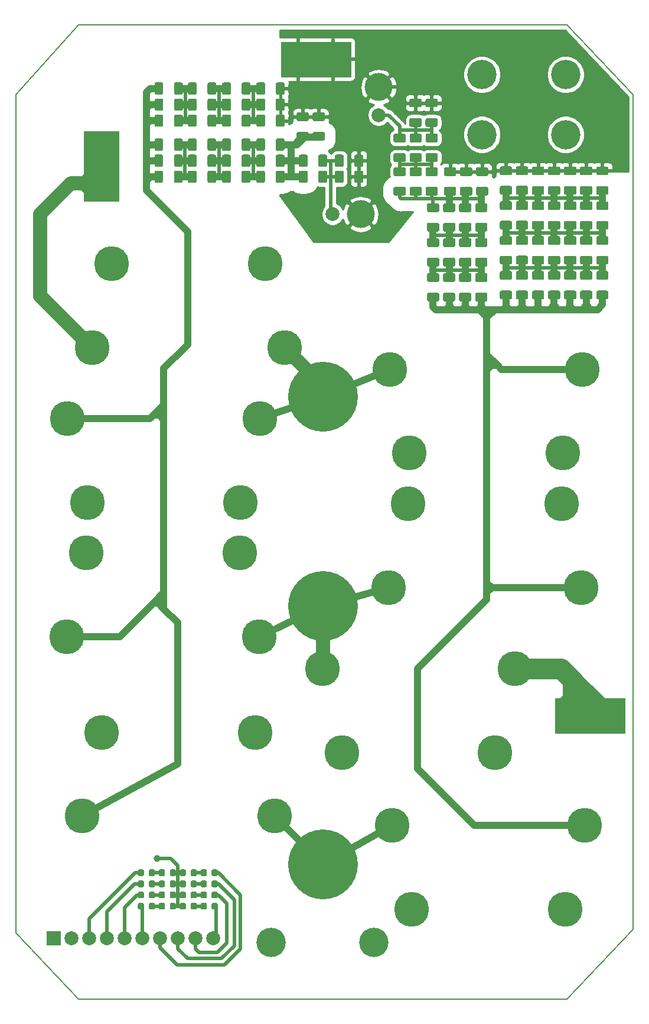
<source format=gbr>
G04 #@! TF.GenerationSoftware,KiCad,Pcbnew,(5.1.0)-1*
G04 #@! TF.CreationDate,2019-05-23T14:19:01+02:00*
G04 #@! TF.ProjectId,relay_card,72656c61-795f-4636-9172-642e6b696361,rev?*
G04 #@! TF.SameCoordinates,Original*
G04 #@! TF.FileFunction,Copper,L1,Top*
G04 #@! TF.FilePolarity,Positive*
%FSLAX46Y46*%
G04 Gerber Fmt 4.6, Leading zero omitted, Abs format (unit mm)*
G04 Created by KiCad (PCBNEW (5.1.0)-1) date 2019-05-23 14:19:01*
%MOMM*%
%LPD*%
G04 APERTURE LIST*
%ADD10C,0.150000*%
%ADD11C,0.100000*%
%ADD12C,5.000000*%
%ADD13C,4.200000*%
%ADD14C,2.000000*%
%ADD15R,2.000000X2.000000*%
%ADD16C,0.875000*%
%ADD17C,1.250000*%
%ADD18C,4.000000*%
%ADD19C,10.000000*%
%ADD20C,1.000000*%
%ADD21C,0.500000*%
%ADD22C,2.000000*%
%ADD23C,1.000000*%
%ADD24C,3.000000*%
%ADD25C,0.254000*%
G04 APERTURE END LIST*
D10*
X160000000Y-29900000D02*
X169500000Y-39900000D01*
X90000000Y-169400000D02*
X81000000Y-159900000D01*
X160000000Y-169400000D02*
X169500000Y-159400000D01*
X90000000Y-29900000D02*
X81000000Y-39900000D01*
X160000000Y-29900000D02*
X90000000Y-29900000D01*
X169500000Y-159400000D02*
X169500000Y-39900000D01*
X90000000Y-169400000D02*
X160000000Y-169400000D01*
X81000000Y-39900000D02*
X81000000Y-159900000D01*
D11*
G36*
X129000000Y-32300000D02*
G01*
X119000000Y-32300000D01*
X119000000Y-37300000D01*
X129000000Y-37300000D01*
X129000000Y-32300000D01*
G37*
X129000000Y-32300000D02*
X119000000Y-32300000D01*
X119000000Y-37300000D01*
X129000000Y-37300000D01*
X129000000Y-32300000D01*
G36*
X90700000Y-45100000D02*
G01*
X90700000Y-55100000D01*
X95700000Y-55100000D01*
X95700000Y-45100000D01*
X90700000Y-45100000D01*
G37*
X90700000Y-45100000D02*
X90700000Y-55100000D01*
X95700000Y-55100000D01*
X95700000Y-45100000D01*
X90700000Y-45100000D01*
G36*
X168300000Y-126300000D02*
G01*
X158300000Y-126300000D01*
X158300000Y-131300000D01*
X168300000Y-131300000D01*
X168300000Y-126300000D01*
G37*
X168300000Y-126300000D02*
X158300000Y-126300000D01*
X158300000Y-131300000D01*
X168300000Y-131300000D01*
X168300000Y-126300000D01*
D12*
X134900000Y-144500000D03*
X162500000Y-144500000D03*
X159700000Y-156500000D03*
X137700000Y-156500000D03*
X118100000Y-143200000D03*
X90500000Y-143200000D03*
X93300000Y-131200000D03*
X115300000Y-131200000D03*
X119500000Y-76100000D03*
X91900000Y-76100000D03*
X94700000Y-64100000D03*
X116700000Y-64100000D03*
X124900000Y-122100000D03*
X152500000Y-122100000D03*
X149700000Y-134100000D03*
X127700000Y-134100000D03*
X115900000Y-117500000D03*
X88300000Y-117500000D03*
X91100000Y-105500000D03*
X113100000Y-105500000D03*
X88400000Y-86300000D03*
X116000000Y-86300000D03*
X113200000Y-98300000D03*
X91200000Y-98300000D03*
X162000000Y-110500000D03*
X134400000Y-110500000D03*
X137200000Y-98500000D03*
X159200000Y-98500000D03*
X134600000Y-79200000D03*
X162200000Y-79200000D03*
X159400000Y-91200000D03*
X137400000Y-91200000D03*
D13*
X132300000Y-161300000D03*
X117600000Y-161300000D03*
X147800000Y-37000000D03*
X159800000Y-45600000D03*
X147800000Y-45600000D03*
X159800000Y-37000000D03*
D14*
X109260000Y-160700000D03*
X106720000Y-160700000D03*
X104180000Y-160700000D03*
X101640000Y-160700000D03*
X99100000Y-160700000D03*
X96560000Y-160700000D03*
X94020000Y-160700000D03*
X91480000Y-160700000D03*
X88940000Y-160700000D03*
D15*
X86400000Y-160700000D03*
D11*
G36*
X106727691Y-155626053D02*
G01*
X106748926Y-155629203D01*
X106769750Y-155634419D01*
X106789962Y-155641651D01*
X106809368Y-155650830D01*
X106827781Y-155661866D01*
X106845024Y-155674654D01*
X106860930Y-155689070D01*
X106875346Y-155704976D01*
X106888134Y-155722219D01*
X106899170Y-155740632D01*
X106908349Y-155760038D01*
X106915581Y-155780250D01*
X106920797Y-155801074D01*
X106923947Y-155822309D01*
X106925000Y-155843750D01*
X106925000Y-156356250D01*
X106923947Y-156377691D01*
X106920797Y-156398926D01*
X106915581Y-156419750D01*
X106908349Y-156439962D01*
X106899170Y-156459368D01*
X106888134Y-156477781D01*
X106875346Y-156495024D01*
X106860930Y-156510930D01*
X106845024Y-156525346D01*
X106827781Y-156538134D01*
X106809368Y-156549170D01*
X106789962Y-156558349D01*
X106769750Y-156565581D01*
X106748926Y-156570797D01*
X106727691Y-156573947D01*
X106706250Y-156575000D01*
X106268750Y-156575000D01*
X106247309Y-156573947D01*
X106226074Y-156570797D01*
X106205250Y-156565581D01*
X106185038Y-156558349D01*
X106165632Y-156549170D01*
X106147219Y-156538134D01*
X106129976Y-156525346D01*
X106114070Y-156510930D01*
X106099654Y-156495024D01*
X106086866Y-156477781D01*
X106075830Y-156459368D01*
X106066651Y-156439962D01*
X106059419Y-156419750D01*
X106054203Y-156398926D01*
X106051053Y-156377691D01*
X106050000Y-156356250D01*
X106050000Y-155843750D01*
X106051053Y-155822309D01*
X106054203Y-155801074D01*
X106059419Y-155780250D01*
X106066651Y-155760038D01*
X106075830Y-155740632D01*
X106086866Y-155722219D01*
X106099654Y-155704976D01*
X106114070Y-155689070D01*
X106129976Y-155674654D01*
X106147219Y-155661866D01*
X106165632Y-155650830D01*
X106185038Y-155641651D01*
X106205250Y-155634419D01*
X106226074Y-155629203D01*
X106247309Y-155626053D01*
X106268750Y-155625000D01*
X106706250Y-155625000D01*
X106727691Y-155626053D01*
X106727691Y-155626053D01*
G37*
D16*
X106487500Y-156100000D03*
D11*
G36*
X105152691Y-155626053D02*
G01*
X105173926Y-155629203D01*
X105194750Y-155634419D01*
X105214962Y-155641651D01*
X105234368Y-155650830D01*
X105252781Y-155661866D01*
X105270024Y-155674654D01*
X105285930Y-155689070D01*
X105300346Y-155704976D01*
X105313134Y-155722219D01*
X105324170Y-155740632D01*
X105333349Y-155760038D01*
X105340581Y-155780250D01*
X105345797Y-155801074D01*
X105348947Y-155822309D01*
X105350000Y-155843750D01*
X105350000Y-156356250D01*
X105348947Y-156377691D01*
X105345797Y-156398926D01*
X105340581Y-156419750D01*
X105333349Y-156439962D01*
X105324170Y-156459368D01*
X105313134Y-156477781D01*
X105300346Y-156495024D01*
X105285930Y-156510930D01*
X105270024Y-156525346D01*
X105252781Y-156538134D01*
X105234368Y-156549170D01*
X105214962Y-156558349D01*
X105194750Y-156565581D01*
X105173926Y-156570797D01*
X105152691Y-156573947D01*
X105131250Y-156575000D01*
X104693750Y-156575000D01*
X104672309Y-156573947D01*
X104651074Y-156570797D01*
X104630250Y-156565581D01*
X104610038Y-156558349D01*
X104590632Y-156549170D01*
X104572219Y-156538134D01*
X104554976Y-156525346D01*
X104539070Y-156510930D01*
X104524654Y-156495024D01*
X104511866Y-156477781D01*
X104500830Y-156459368D01*
X104491651Y-156439962D01*
X104484419Y-156419750D01*
X104479203Y-156398926D01*
X104476053Y-156377691D01*
X104475000Y-156356250D01*
X104475000Y-155843750D01*
X104476053Y-155822309D01*
X104479203Y-155801074D01*
X104484419Y-155780250D01*
X104491651Y-155760038D01*
X104500830Y-155740632D01*
X104511866Y-155722219D01*
X104524654Y-155704976D01*
X104539070Y-155689070D01*
X104554976Y-155674654D01*
X104572219Y-155661866D01*
X104590632Y-155650830D01*
X104610038Y-155641651D01*
X104630250Y-155634419D01*
X104651074Y-155629203D01*
X104672309Y-155626053D01*
X104693750Y-155625000D01*
X105131250Y-155625000D01*
X105152691Y-155626053D01*
X105152691Y-155626053D01*
G37*
D16*
X104912500Y-156100000D03*
D11*
G36*
X106727691Y-154026053D02*
G01*
X106748926Y-154029203D01*
X106769750Y-154034419D01*
X106789962Y-154041651D01*
X106809368Y-154050830D01*
X106827781Y-154061866D01*
X106845024Y-154074654D01*
X106860930Y-154089070D01*
X106875346Y-154104976D01*
X106888134Y-154122219D01*
X106899170Y-154140632D01*
X106908349Y-154160038D01*
X106915581Y-154180250D01*
X106920797Y-154201074D01*
X106923947Y-154222309D01*
X106925000Y-154243750D01*
X106925000Y-154756250D01*
X106923947Y-154777691D01*
X106920797Y-154798926D01*
X106915581Y-154819750D01*
X106908349Y-154839962D01*
X106899170Y-154859368D01*
X106888134Y-154877781D01*
X106875346Y-154895024D01*
X106860930Y-154910930D01*
X106845024Y-154925346D01*
X106827781Y-154938134D01*
X106809368Y-154949170D01*
X106789962Y-154958349D01*
X106769750Y-154965581D01*
X106748926Y-154970797D01*
X106727691Y-154973947D01*
X106706250Y-154975000D01*
X106268750Y-154975000D01*
X106247309Y-154973947D01*
X106226074Y-154970797D01*
X106205250Y-154965581D01*
X106185038Y-154958349D01*
X106165632Y-154949170D01*
X106147219Y-154938134D01*
X106129976Y-154925346D01*
X106114070Y-154910930D01*
X106099654Y-154895024D01*
X106086866Y-154877781D01*
X106075830Y-154859368D01*
X106066651Y-154839962D01*
X106059419Y-154819750D01*
X106054203Y-154798926D01*
X106051053Y-154777691D01*
X106050000Y-154756250D01*
X106050000Y-154243750D01*
X106051053Y-154222309D01*
X106054203Y-154201074D01*
X106059419Y-154180250D01*
X106066651Y-154160038D01*
X106075830Y-154140632D01*
X106086866Y-154122219D01*
X106099654Y-154104976D01*
X106114070Y-154089070D01*
X106129976Y-154074654D01*
X106147219Y-154061866D01*
X106165632Y-154050830D01*
X106185038Y-154041651D01*
X106205250Y-154034419D01*
X106226074Y-154029203D01*
X106247309Y-154026053D01*
X106268750Y-154025000D01*
X106706250Y-154025000D01*
X106727691Y-154026053D01*
X106727691Y-154026053D01*
G37*
D16*
X106487500Y-154500000D03*
D11*
G36*
X105152691Y-154026053D02*
G01*
X105173926Y-154029203D01*
X105194750Y-154034419D01*
X105214962Y-154041651D01*
X105234368Y-154050830D01*
X105252781Y-154061866D01*
X105270024Y-154074654D01*
X105285930Y-154089070D01*
X105300346Y-154104976D01*
X105313134Y-154122219D01*
X105324170Y-154140632D01*
X105333349Y-154160038D01*
X105340581Y-154180250D01*
X105345797Y-154201074D01*
X105348947Y-154222309D01*
X105350000Y-154243750D01*
X105350000Y-154756250D01*
X105348947Y-154777691D01*
X105345797Y-154798926D01*
X105340581Y-154819750D01*
X105333349Y-154839962D01*
X105324170Y-154859368D01*
X105313134Y-154877781D01*
X105300346Y-154895024D01*
X105285930Y-154910930D01*
X105270024Y-154925346D01*
X105252781Y-154938134D01*
X105234368Y-154949170D01*
X105214962Y-154958349D01*
X105194750Y-154965581D01*
X105173926Y-154970797D01*
X105152691Y-154973947D01*
X105131250Y-154975000D01*
X104693750Y-154975000D01*
X104672309Y-154973947D01*
X104651074Y-154970797D01*
X104630250Y-154965581D01*
X104610038Y-154958349D01*
X104590632Y-154949170D01*
X104572219Y-154938134D01*
X104554976Y-154925346D01*
X104539070Y-154910930D01*
X104524654Y-154895024D01*
X104511866Y-154877781D01*
X104500830Y-154859368D01*
X104491651Y-154839962D01*
X104484419Y-154819750D01*
X104479203Y-154798926D01*
X104476053Y-154777691D01*
X104475000Y-154756250D01*
X104475000Y-154243750D01*
X104476053Y-154222309D01*
X104479203Y-154201074D01*
X104484419Y-154180250D01*
X104491651Y-154160038D01*
X104500830Y-154140632D01*
X104511866Y-154122219D01*
X104524654Y-154104976D01*
X104539070Y-154089070D01*
X104554976Y-154074654D01*
X104572219Y-154061866D01*
X104590632Y-154050830D01*
X104610038Y-154041651D01*
X104630250Y-154034419D01*
X104651074Y-154029203D01*
X104672309Y-154026053D01*
X104693750Y-154025000D01*
X105131250Y-154025000D01*
X105152691Y-154026053D01*
X105152691Y-154026053D01*
G37*
D16*
X104912500Y-154500000D03*
D11*
G36*
X106727691Y-152426053D02*
G01*
X106748926Y-152429203D01*
X106769750Y-152434419D01*
X106789962Y-152441651D01*
X106809368Y-152450830D01*
X106827781Y-152461866D01*
X106845024Y-152474654D01*
X106860930Y-152489070D01*
X106875346Y-152504976D01*
X106888134Y-152522219D01*
X106899170Y-152540632D01*
X106908349Y-152560038D01*
X106915581Y-152580250D01*
X106920797Y-152601074D01*
X106923947Y-152622309D01*
X106925000Y-152643750D01*
X106925000Y-153156250D01*
X106923947Y-153177691D01*
X106920797Y-153198926D01*
X106915581Y-153219750D01*
X106908349Y-153239962D01*
X106899170Y-153259368D01*
X106888134Y-153277781D01*
X106875346Y-153295024D01*
X106860930Y-153310930D01*
X106845024Y-153325346D01*
X106827781Y-153338134D01*
X106809368Y-153349170D01*
X106789962Y-153358349D01*
X106769750Y-153365581D01*
X106748926Y-153370797D01*
X106727691Y-153373947D01*
X106706250Y-153375000D01*
X106268750Y-153375000D01*
X106247309Y-153373947D01*
X106226074Y-153370797D01*
X106205250Y-153365581D01*
X106185038Y-153358349D01*
X106165632Y-153349170D01*
X106147219Y-153338134D01*
X106129976Y-153325346D01*
X106114070Y-153310930D01*
X106099654Y-153295024D01*
X106086866Y-153277781D01*
X106075830Y-153259368D01*
X106066651Y-153239962D01*
X106059419Y-153219750D01*
X106054203Y-153198926D01*
X106051053Y-153177691D01*
X106050000Y-153156250D01*
X106050000Y-152643750D01*
X106051053Y-152622309D01*
X106054203Y-152601074D01*
X106059419Y-152580250D01*
X106066651Y-152560038D01*
X106075830Y-152540632D01*
X106086866Y-152522219D01*
X106099654Y-152504976D01*
X106114070Y-152489070D01*
X106129976Y-152474654D01*
X106147219Y-152461866D01*
X106165632Y-152450830D01*
X106185038Y-152441651D01*
X106205250Y-152434419D01*
X106226074Y-152429203D01*
X106247309Y-152426053D01*
X106268750Y-152425000D01*
X106706250Y-152425000D01*
X106727691Y-152426053D01*
X106727691Y-152426053D01*
G37*
D16*
X106487500Y-152900000D03*
D11*
G36*
X105152691Y-152426053D02*
G01*
X105173926Y-152429203D01*
X105194750Y-152434419D01*
X105214962Y-152441651D01*
X105234368Y-152450830D01*
X105252781Y-152461866D01*
X105270024Y-152474654D01*
X105285930Y-152489070D01*
X105300346Y-152504976D01*
X105313134Y-152522219D01*
X105324170Y-152540632D01*
X105333349Y-152560038D01*
X105340581Y-152580250D01*
X105345797Y-152601074D01*
X105348947Y-152622309D01*
X105350000Y-152643750D01*
X105350000Y-153156250D01*
X105348947Y-153177691D01*
X105345797Y-153198926D01*
X105340581Y-153219750D01*
X105333349Y-153239962D01*
X105324170Y-153259368D01*
X105313134Y-153277781D01*
X105300346Y-153295024D01*
X105285930Y-153310930D01*
X105270024Y-153325346D01*
X105252781Y-153338134D01*
X105234368Y-153349170D01*
X105214962Y-153358349D01*
X105194750Y-153365581D01*
X105173926Y-153370797D01*
X105152691Y-153373947D01*
X105131250Y-153375000D01*
X104693750Y-153375000D01*
X104672309Y-153373947D01*
X104651074Y-153370797D01*
X104630250Y-153365581D01*
X104610038Y-153358349D01*
X104590632Y-153349170D01*
X104572219Y-153338134D01*
X104554976Y-153325346D01*
X104539070Y-153310930D01*
X104524654Y-153295024D01*
X104511866Y-153277781D01*
X104500830Y-153259368D01*
X104491651Y-153239962D01*
X104484419Y-153219750D01*
X104479203Y-153198926D01*
X104476053Y-153177691D01*
X104475000Y-153156250D01*
X104475000Y-152643750D01*
X104476053Y-152622309D01*
X104479203Y-152601074D01*
X104484419Y-152580250D01*
X104491651Y-152560038D01*
X104500830Y-152540632D01*
X104511866Y-152522219D01*
X104524654Y-152504976D01*
X104539070Y-152489070D01*
X104554976Y-152474654D01*
X104572219Y-152461866D01*
X104590632Y-152450830D01*
X104610038Y-152441651D01*
X104630250Y-152434419D01*
X104651074Y-152429203D01*
X104672309Y-152426053D01*
X104693750Y-152425000D01*
X105131250Y-152425000D01*
X105152691Y-152426053D01*
X105152691Y-152426053D01*
G37*
D16*
X104912500Y-152900000D03*
D11*
G36*
X106727691Y-150826053D02*
G01*
X106748926Y-150829203D01*
X106769750Y-150834419D01*
X106789962Y-150841651D01*
X106809368Y-150850830D01*
X106827781Y-150861866D01*
X106845024Y-150874654D01*
X106860930Y-150889070D01*
X106875346Y-150904976D01*
X106888134Y-150922219D01*
X106899170Y-150940632D01*
X106908349Y-150960038D01*
X106915581Y-150980250D01*
X106920797Y-151001074D01*
X106923947Y-151022309D01*
X106925000Y-151043750D01*
X106925000Y-151556250D01*
X106923947Y-151577691D01*
X106920797Y-151598926D01*
X106915581Y-151619750D01*
X106908349Y-151639962D01*
X106899170Y-151659368D01*
X106888134Y-151677781D01*
X106875346Y-151695024D01*
X106860930Y-151710930D01*
X106845024Y-151725346D01*
X106827781Y-151738134D01*
X106809368Y-151749170D01*
X106789962Y-151758349D01*
X106769750Y-151765581D01*
X106748926Y-151770797D01*
X106727691Y-151773947D01*
X106706250Y-151775000D01*
X106268750Y-151775000D01*
X106247309Y-151773947D01*
X106226074Y-151770797D01*
X106205250Y-151765581D01*
X106185038Y-151758349D01*
X106165632Y-151749170D01*
X106147219Y-151738134D01*
X106129976Y-151725346D01*
X106114070Y-151710930D01*
X106099654Y-151695024D01*
X106086866Y-151677781D01*
X106075830Y-151659368D01*
X106066651Y-151639962D01*
X106059419Y-151619750D01*
X106054203Y-151598926D01*
X106051053Y-151577691D01*
X106050000Y-151556250D01*
X106050000Y-151043750D01*
X106051053Y-151022309D01*
X106054203Y-151001074D01*
X106059419Y-150980250D01*
X106066651Y-150960038D01*
X106075830Y-150940632D01*
X106086866Y-150922219D01*
X106099654Y-150904976D01*
X106114070Y-150889070D01*
X106129976Y-150874654D01*
X106147219Y-150861866D01*
X106165632Y-150850830D01*
X106185038Y-150841651D01*
X106205250Y-150834419D01*
X106226074Y-150829203D01*
X106247309Y-150826053D01*
X106268750Y-150825000D01*
X106706250Y-150825000D01*
X106727691Y-150826053D01*
X106727691Y-150826053D01*
G37*
D16*
X106487500Y-151300000D03*
D11*
G36*
X105152691Y-150826053D02*
G01*
X105173926Y-150829203D01*
X105194750Y-150834419D01*
X105214962Y-150841651D01*
X105234368Y-150850830D01*
X105252781Y-150861866D01*
X105270024Y-150874654D01*
X105285930Y-150889070D01*
X105300346Y-150904976D01*
X105313134Y-150922219D01*
X105324170Y-150940632D01*
X105333349Y-150960038D01*
X105340581Y-150980250D01*
X105345797Y-151001074D01*
X105348947Y-151022309D01*
X105350000Y-151043750D01*
X105350000Y-151556250D01*
X105348947Y-151577691D01*
X105345797Y-151598926D01*
X105340581Y-151619750D01*
X105333349Y-151639962D01*
X105324170Y-151659368D01*
X105313134Y-151677781D01*
X105300346Y-151695024D01*
X105285930Y-151710930D01*
X105270024Y-151725346D01*
X105252781Y-151738134D01*
X105234368Y-151749170D01*
X105214962Y-151758349D01*
X105194750Y-151765581D01*
X105173926Y-151770797D01*
X105152691Y-151773947D01*
X105131250Y-151775000D01*
X104693750Y-151775000D01*
X104672309Y-151773947D01*
X104651074Y-151770797D01*
X104630250Y-151765581D01*
X104610038Y-151758349D01*
X104590632Y-151749170D01*
X104572219Y-151738134D01*
X104554976Y-151725346D01*
X104539070Y-151710930D01*
X104524654Y-151695024D01*
X104511866Y-151677781D01*
X104500830Y-151659368D01*
X104491651Y-151639962D01*
X104484419Y-151619750D01*
X104479203Y-151598926D01*
X104476053Y-151577691D01*
X104475000Y-151556250D01*
X104475000Y-151043750D01*
X104476053Y-151022309D01*
X104479203Y-151001074D01*
X104484419Y-150980250D01*
X104491651Y-150960038D01*
X104500830Y-150940632D01*
X104511866Y-150922219D01*
X104524654Y-150904976D01*
X104539070Y-150889070D01*
X104554976Y-150874654D01*
X104572219Y-150861866D01*
X104590632Y-150850830D01*
X104610038Y-150841651D01*
X104630250Y-150834419D01*
X104651074Y-150829203D01*
X104672309Y-150826053D01*
X104693750Y-150825000D01*
X105131250Y-150825000D01*
X105152691Y-150826053D01*
X105152691Y-150826053D01*
G37*
D16*
X104912500Y-151300000D03*
D11*
G36*
X102152691Y-155626053D02*
G01*
X102173926Y-155629203D01*
X102194750Y-155634419D01*
X102214962Y-155641651D01*
X102234368Y-155650830D01*
X102252781Y-155661866D01*
X102270024Y-155674654D01*
X102285930Y-155689070D01*
X102300346Y-155704976D01*
X102313134Y-155722219D01*
X102324170Y-155740632D01*
X102333349Y-155760038D01*
X102340581Y-155780250D01*
X102345797Y-155801074D01*
X102348947Y-155822309D01*
X102350000Y-155843750D01*
X102350000Y-156356250D01*
X102348947Y-156377691D01*
X102345797Y-156398926D01*
X102340581Y-156419750D01*
X102333349Y-156439962D01*
X102324170Y-156459368D01*
X102313134Y-156477781D01*
X102300346Y-156495024D01*
X102285930Y-156510930D01*
X102270024Y-156525346D01*
X102252781Y-156538134D01*
X102234368Y-156549170D01*
X102214962Y-156558349D01*
X102194750Y-156565581D01*
X102173926Y-156570797D01*
X102152691Y-156573947D01*
X102131250Y-156575000D01*
X101693750Y-156575000D01*
X101672309Y-156573947D01*
X101651074Y-156570797D01*
X101630250Y-156565581D01*
X101610038Y-156558349D01*
X101590632Y-156549170D01*
X101572219Y-156538134D01*
X101554976Y-156525346D01*
X101539070Y-156510930D01*
X101524654Y-156495024D01*
X101511866Y-156477781D01*
X101500830Y-156459368D01*
X101491651Y-156439962D01*
X101484419Y-156419750D01*
X101479203Y-156398926D01*
X101476053Y-156377691D01*
X101475000Y-156356250D01*
X101475000Y-155843750D01*
X101476053Y-155822309D01*
X101479203Y-155801074D01*
X101484419Y-155780250D01*
X101491651Y-155760038D01*
X101500830Y-155740632D01*
X101511866Y-155722219D01*
X101524654Y-155704976D01*
X101539070Y-155689070D01*
X101554976Y-155674654D01*
X101572219Y-155661866D01*
X101590632Y-155650830D01*
X101610038Y-155641651D01*
X101630250Y-155634419D01*
X101651074Y-155629203D01*
X101672309Y-155626053D01*
X101693750Y-155625000D01*
X102131250Y-155625000D01*
X102152691Y-155626053D01*
X102152691Y-155626053D01*
G37*
D16*
X101912500Y-156100000D03*
D11*
G36*
X103727691Y-155626053D02*
G01*
X103748926Y-155629203D01*
X103769750Y-155634419D01*
X103789962Y-155641651D01*
X103809368Y-155650830D01*
X103827781Y-155661866D01*
X103845024Y-155674654D01*
X103860930Y-155689070D01*
X103875346Y-155704976D01*
X103888134Y-155722219D01*
X103899170Y-155740632D01*
X103908349Y-155760038D01*
X103915581Y-155780250D01*
X103920797Y-155801074D01*
X103923947Y-155822309D01*
X103925000Y-155843750D01*
X103925000Y-156356250D01*
X103923947Y-156377691D01*
X103920797Y-156398926D01*
X103915581Y-156419750D01*
X103908349Y-156439962D01*
X103899170Y-156459368D01*
X103888134Y-156477781D01*
X103875346Y-156495024D01*
X103860930Y-156510930D01*
X103845024Y-156525346D01*
X103827781Y-156538134D01*
X103809368Y-156549170D01*
X103789962Y-156558349D01*
X103769750Y-156565581D01*
X103748926Y-156570797D01*
X103727691Y-156573947D01*
X103706250Y-156575000D01*
X103268750Y-156575000D01*
X103247309Y-156573947D01*
X103226074Y-156570797D01*
X103205250Y-156565581D01*
X103185038Y-156558349D01*
X103165632Y-156549170D01*
X103147219Y-156538134D01*
X103129976Y-156525346D01*
X103114070Y-156510930D01*
X103099654Y-156495024D01*
X103086866Y-156477781D01*
X103075830Y-156459368D01*
X103066651Y-156439962D01*
X103059419Y-156419750D01*
X103054203Y-156398926D01*
X103051053Y-156377691D01*
X103050000Y-156356250D01*
X103050000Y-155843750D01*
X103051053Y-155822309D01*
X103054203Y-155801074D01*
X103059419Y-155780250D01*
X103066651Y-155760038D01*
X103075830Y-155740632D01*
X103086866Y-155722219D01*
X103099654Y-155704976D01*
X103114070Y-155689070D01*
X103129976Y-155674654D01*
X103147219Y-155661866D01*
X103165632Y-155650830D01*
X103185038Y-155641651D01*
X103205250Y-155634419D01*
X103226074Y-155629203D01*
X103247309Y-155626053D01*
X103268750Y-155625000D01*
X103706250Y-155625000D01*
X103727691Y-155626053D01*
X103727691Y-155626053D01*
G37*
D16*
X103487500Y-156100000D03*
D11*
G36*
X102152691Y-154026053D02*
G01*
X102173926Y-154029203D01*
X102194750Y-154034419D01*
X102214962Y-154041651D01*
X102234368Y-154050830D01*
X102252781Y-154061866D01*
X102270024Y-154074654D01*
X102285930Y-154089070D01*
X102300346Y-154104976D01*
X102313134Y-154122219D01*
X102324170Y-154140632D01*
X102333349Y-154160038D01*
X102340581Y-154180250D01*
X102345797Y-154201074D01*
X102348947Y-154222309D01*
X102350000Y-154243750D01*
X102350000Y-154756250D01*
X102348947Y-154777691D01*
X102345797Y-154798926D01*
X102340581Y-154819750D01*
X102333349Y-154839962D01*
X102324170Y-154859368D01*
X102313134Y-154877781D01*
X102300346Y-154895024D01*
X102285930Y-154910930D01*
X102270024Y-154925346D01*
X102252781Y-154938134D01*
X102234368Y-154949170D01*
X102214962Y-154958349D01*
X102194750Y-154965581D01*
X102173926Y-154970797D01*
X102152691Y-154973947D01*
X102131250Y-154975000D01*
X101693750Y-154975000D01*
X101672309Y-154973947D01*
X101651074Y-154970797D01*
X101630250Y-154965581D01*
X101610038Y-154958349D01*
X101590632Y-154949170D01*
X101572219Y-154938134D01*
X101554976Y-154925346D01*
X101539070Y-154910930D01*
X101524654Y-154895024D01*
X101511866Y-154877781D01*
X101500830Y-154859368D01*
X101491651Y-154839962D01*
X101484419Y-154819750D01*
X101479203Y-154798926D01*
X101476053Y-154777691D01*
X101475000Y-154756250D01*
X101475000Y-154243750D01*
X101476053Y-154222309D01*
X101479203Y-154201074D01*
X101484419Y-154180250D01*
X101491651Y-154160038D01*
X101500830Y-154140632D01*
X101511866Y-154122219D01*
X101524654Y-154104976D01*
X101539070Y-154089070D01*
X101554976Y-154074654D01*
X101572219Y-154061866D01*
X101590632Y-154050830D01*
X101610038Y-154041651D01*
X101630250Y-154034419D01*
X101651074Y-154029203D01*
X101672309Y-154026053D01*
X101693750Y-154025000D01*
X102131250Y-154025000D01*
X102152691Y-154026053D01*
X102152691Y-154026053D01*
G37*
D16*
X101912500Y-154500000D03*
D11*
G36*
X103727691Y-154026053D02*
G01*
X103748926Y-154029203D01*
X103769750Y-154034419D01*
X103789962Y-154041651D01*
X103809368Y-154050830D01*
X103827781Y-154061866D01*
X103845024Y-154074654D01*
X103860930Y-154089070D01*
X103875346Y-154104976D01*
X103888134Y-154122219D01*
X103899170Y-154140632D01*
X103908349Y-154160038D01*
X103915581Y-154180250D01*
X103920797Y-154201074D01*
X103923947Y-154222309D01*
X103925000Y-154243750D01*
X103925000Y-154756250D01*
X103923947Y-154777691D01*
X103920797Y-154798926D01*
X103915581Y-154819750D01*
X103908349Y-154839962D01*
X103899170Y-154859368D01*
X103888134Y-154877781D01*
X103875346Y-154895024D01*
X103860930Y-154910930D01*
X103845024Y-154925346D01*
X103827781Y-154938134D01*
X103809368Y-154949170D01*
X103789962Y-154958349D01*
X103769750Y-154965581D01*
X103748926Y-154970797D01*
X103727691Y-154973947D01*
X103706250Y-154975000D01*
X103268750Y-154975000D01*
X103247309Y-154973947D01*
X103226074Y-154970797D01*
X103205250Y-154965581D01*
X103185038Y-154958349D01*
X103165632Y-154949170D01*
X103147219Y-154938134D01*
X103129976Y-154925346D01*
X103114070Y-154910930D01*
X103099654Y-154895024D01*
X103086866Y-154877781D01*
X103075830Y-154859368D01*
X103066651Y-154839962D01*
X103059419Y-154819750D01*
X103054203Y-154798926D01*
X103051053Y-154777691D01*
X103050000Y-154756250D01*
X103050000Y-154243750D01*
X103051053Y-154222309D01*
X103054203Y-154201074D01*
X103059419Y-154180250D01*
X103066651Y-154160038D01*
X103075830Y-154140632D01*
X103086866Y-154122219D01*
X103099654Y-154104976D01*
X103114070Y-154089070D01*
X103129976Y-154074654D01*
X103147219Y-154061866D01*
X103165632Y-154050830D01*
X103185038Y-154041651D01*
X103205250Y-154034419D01*
X103226074Y-154029203D01*
X103247309Y-154026053D01*
X103268750Y-154025000D01*
X103706250Y-154025000D01*
X103727691Y-154026053D01*
X103727691Y-154026053D01*
G37*
D16*
X103487500Y-154500000D03*
D11*
G36*
X102152691Y-152426053D02*
G01*
X102173926Y-152429203D01*
X102194750Y-152434419D01*
X102214962Y-152441651D01*
X102234368Y-152450830D01*
X102252781Y-152461866D01*
X102270024Y-152474654D01*
X102285930Y-152489070D01*
X102300346Y-152504976D01*
X102313134Y-152522219D01*
X102324170Y-152540632D01*
X102333349Y-152560038D01*
X102340581Y-152580250D01*
X102345797Y-152601074D01*
X102348947Y-152622309D01*
X102350000Y-152643750D01*
X102350000Y-153156250D01*
X102348947Y-153177691D01*
X102345797Y-153198926D01*
X102340581Y-153219750D01*
X102333349Y-153239962D01*
X102324170Y-153259368D01*
X102313134Y-153277781D01*
X102300346Y-153295024D01*
X102285930Y-153310930D01*
X102270024Y-153325346D01*
X102252781Y-153338134D01*
X102234368Y-153349170D01*
X102214962Y-153358349D01*
X102194750Y-153365581D01*
X102173926Y-153370797D01*
X102152691Y-153373947D01*
X102131250Y-153375000D01*
X101693750Y-153375000D01*
X101672309Y-153373947D01*
X101651074Y-153370797D01*
X101630250Y-153365581D01*
X101610038Y-153358349D01*
X101590632Y-153349170D01*
X101572219Y-153338134D01*
X101554976Y-153325346D01*
X101539070Y-153310930D01*
X101524654Y-153295024D01*
X101511866Y-153277781D01*
X101500830Y-153259368D01*
X101491651Y-153239962D01*
X101484419Y-153219750D01*
X101479203Y-153198926D01*
X101476053Y-153177691D01*
X101475000Y-153156250D01*
X101475000Y-152643750D01*
X101476053Y-152622309D01*
X101479203Y-152601074D01*
X101484419Y-152580250D01*
X101491651Y-152560038D01*
X101500830Y-152540632D01*
X101511866Y-152522219D01*
X101524654Y-152504976D01*
X101539070Y-152489070D01*
X101554976Y-152474654D01*
X101572219Y-152461866D01*
X101590632Y-152450830D01*
X101610038Y-152441651D01*
X101630250Y-152434419D01*
X101651074Y-152429203D01*
X101672309Y-152426053D01*
X101693750Y-152425000D01*
X102131250Y-152425000D01*
X102152691Y-152426053D01*
X102152691Y-152426053D01*
G37*
D16*
X101912500Y-152900000D03*
D11*
G36*
X103727691Y-152426053D02*
G01*
X103748926Y-152429203D01*
X103769750Y-152434419D01*
X103789962Y-152441651D01*
X103809368Y-152450830D01*
X103827781Y-152461866D01*
X103845024Y-152474654D01*
X103860930Y-152489070D01*
X103875346Y-152504976D01*
X103888134Y-152522219D01*
X103899170Y-152540632D01*
X103908349Y-152560038D01*
X103915581Y-152580250D01*
X103920797Y-152601074D01*
X103923947Y-152622309D01*
X103925000Y-152643750D01*
X103925000Y-153156250D01*
X103923947Y-153177691D01*
X103920797Y-153198926D01*
X103915581Y-153219750D01*
X103908349Y-153239962D01*
X103899170Y-153259368D01*
X103888134Y-153277781D01*
X103875346Y-153295024D01*
X103860930Y-153310930D01*
X103845024Y-153325346D01*
X103827781Y-153338134D01*
X103809368Y-153349170D01*
X103789962Y-153358349D01*
X103769750Y-153365581D01*
X103748926Y-153370797D01*
X103727691Y-153373947D01*
X103706250Y-153375000D01*
X103268750Y-153375000D01*
X103247309Y-153373947D01*
X103226074Y-153370797D01*
X103205250Y-153365581D01*
X103185038Y-153358349D01*
X103165632Y-153349170D01*
X103147219Y-153338134D01*
X103129976Y-153325346D01*
X103114070Y-153310930D01*
X103099654Y-153295024D01*
X103086866Y-153277781D01*
X103075830Y-153259368D01*
X103066651Y-153239962D01*
X103059419Y-153219750D01*
X103054203Y-153198926D01*
X103051053Y-153177691D01*
X103050000Y-153156250D01*
X103050000Y-152643750D01*
X103051053Y-152622309D01*
X103054203Y-152601074D01*
X103059419Y-152580250D01*
X103066651Y-152560038D01*
X103075830Y-152540632D01*
X103086866Y-152522219D01*
X103099654Y-152504976D01*
X103114070Y-152489070D01*
X103129976Y-152474654D01*
X103147219Y-152461866D01*
X103165632Y-152450830D01*
X103185038Y-152441651D01*
X103205250Y-152434419D01*
X103226074Y-152429203D01*
X103247309Y-152426053D01*
X103268750Y-152425000D01*
X103706250Y-152425000D01*
X103727691Y-152426053D01*
X103727691Y-152426053D01*
G37*
D16*
X103487500Y-152900000D03*
D11*
G36*
X102152691Y-150826053D02*
G01*
X102173926Y-150829203D01*
X102194750Y-150834419D01*
X102214962Y-150841651D01*
X102234368Y-150850830D01*
X102252781Y-150861866D01*
X102270024Y-150874654D01*
X102285930Y-150889070D01*
X102300346Y-150904976D01*
X102313134Y-150922219D01*
X102324170Y-150940632D01*
X102333349Y-150960038D01*
X102340581Y-150980250D01*
X102345797Y-151001074D01*
X102348947Y-151022309D01*
X102350000Y-151043750D01*
X102350000Y-151556250D01*
X102348947Y-151577691D01*
X102345797Y-151598926D01*
X102340581Y-151619750D01*
X102333349Y-151639962D01*
X102324170Y-151659368D01*
X102313134Y-151677781D01*
X102300346Y-151695024D01*
X102285930Y-151710930D01*
X102270024Y-151725346D01*
X102252781Y-151738134D01*
X102234368Y-151749170D01*
X102214962Y-151758349D01*
X102194750Y-151765581D01*
X102173926Y-151770797D01*
X102152691Y-151773947D01*
X102131250Y-151775000D01*
X101693750Y-151775000D01*
X101672309Y-151773947D01*
X101651074Y-151770797D01*
X101630250Y-151765581D01*
X101610038Y-151758349D01*
X101590632Y-151749170D01*
X101572219Y-151738134D01*
X101554976Y-151725346D01*
X101539070Y-151710930D01*
X101524654Y-151695024D01*
X101511866Y-151677781D01*
X101500830Y-151659368D01*
X101491651Y-151639962D01*
X101484419Y-151619750D01*
X101479203Y-151598926D01*
X101476053Y-151577691D01*
X101475000Y-151556250D01*
X101475000Y-151043750D01*
X101476053Y-151022309D01*
X101479203Y-151001074D01*
X101484419Y-150980250D01*
X101491651Y-150960038D01*
X101500830Y-150940632D01*
X101511866Y-150922219D01*
X101524654Y-150904976D01*
X101539070Y-150889070D01*
X101554976Y-150874654D01*
X101572219Y-150861866D01*
X101590632Y-150850830D01*
X101610038Y-150841651D01*
X101630250Y-150834419D01*
X101651074Y-150829203D01*
X101672309Y-150826053D01*
X101693750Y-150825000D01*
X102131250Y-150825000D01*
X102152691Y-150826053D01*
X102152691Y-150826053D01*
G37*
D16*
X101912500Y-151300000D03*
D11*
G36*
X103727691Y-150826053D02*
G01*
X103748926Y-150829203D01*
X103769750Y-150834419D01*
X103789962Y-150841651D01*
X103809368Y-150850830D01*
X103827781Y-150861866D01*
X103845024Y-150874654D01*
X103860930Y-150889070D01*
X103875346Y-150904976D01*
X103888134Y-150922219D01*
X103899170Y-150940632D01*
X103908349Y-150960038D01*
X103915581Y-150980250D01*
X103920797Y-151001074D01*
X103923947Y-151022309D01*
X103925000Y-151043750D01*
X103925000Y-151556250D01*
X103923947Y-151577691D01*
X103920797Y-151598926D01*
X103915581Y-151619750D01*
X103908349Y-151639962D01*
X103899170Y-151659368D01*
X103888134Y-151677781D01*
X103875346Y-151695024D01*
X103860930Y-151710930D01*
X103845024Y-151725346D01*
X103827781Y-151738134D01*
X103809368Y-151749170D01*
X103789962Y-151758349D01*
X103769750Y-151765581D01*
X103748926Y-151770797D01*
X103727691Y-151773947D01*
X103706250Y-151775000D01*
X103268750Y-151775000D01*
X103247309Y-151773947D01*
X103226074Y-151770797D01*
X103205250Y-151765581D01*
X103185038Y-151758349D01*
X103165632Y-151749170D01*
X103147219Y-151738134D01*
X103129976Y-151725346D01*
X103114070Y-151710930D01*
X103099654Y-151695024D01*
X103086866Y-151677781D01*
X103075830Y-151659368D01*
X103066651Y-151639962D01*
X103059419Y-151619750D01*
X103054203Y-151598926D01*
X103051053Y-151577691D01*
X103050000Y-151556250D01*
X103050000Y-151043750D01*
X103051053Y-151022309D01*
X103054203Y-151001074D01*
X103059419Y-150980250D01*
X103066651Y-150960038D01*
X103075830Y-150940632D01*
X103086866Y-150922219D01*
X103099654Y-150904976D01*
X103114070Y-150889070D01*
X103129976Y-150874654D01*
X103147219Y-150861866D01*
X103165632Y-150850830D01*
X103185038Y-150841651D01*
X103205250Y-150834419D01*
X103226074Y-150829203D01*
X103247309Y-150826053D01*
X103268750Y-150825000D01*
X103706250Y-150825000D01*
X103727691Y-150826053D01*
X103727691Y-150826053D01*
G37*
D16*
X103487500Y-151300000D03*
D11*
G36*
X109727691Y-155626053D02*
G01*
X109748926Y-155629203D01*
X109769750Y-155634419D01*
X109789962Y-155641651D01*
X109809368Y-155650830D01*
X109827781Y-155661866D01*
X109845024Y-155674654D01*
X109860930Y-155689070D01*
X109875346Y-155704976D01*
X109888134Y-155722219D01*
X109899170Y-155740632D01*
X109908349Y-155760038D01*
X109915581Y-155780250D01*
X109920797Y-155801074D01*
X109923947Y-155822309D01*
X109925000Y-155843750D01*
X109925000Y-156356250D01*
X109923947Y-156377691D01*
X109920797Y-156398926D01*
X109915581Y-156419750D01*
X109908349Y-156439962D01*
X109899170Y-156459368D01*
X109888134Y-156477781D01*
X109875346Y-156495024D01*
X109860930Y-156510930D01*
X109845024Y-156525346D01*
X109827781Y-156538134D01*
X109809368Y-156549170D01*
X109789962Y-156558349D01*
X109769750Y-156565581D01*
X109748926Y-156570797D01*
X109727691Y-156573947D01*
X109706250Y-156575000D01*
X109268750Y-156575000D01*
X109247309Y-156573947D01*
X109226074Y-156570797D01*
X109205250Y-156565581D01*
X109185038Y-156558349D01*
X109165632Y-156549170D01*
X109147219Y-156538134D01*
X109129976Y-156525346D01*
X109114070Y-156510930D01*
X109099654Y-156495024D01*
X109086866Y-156477781D01*
X109075830Y-156459368D01*
X109066651Y-156439962D01*
X109059419Y-156419750D01*
X109054203Y-156398926D01*
X109051053Y-156377691D01*
X109050000Y-156356250D01*
X109050000Y-155843750D01*
X109051053Y-155822309D01*
X109054203Y-155801074D01*
X109059419Y-155780250D01*
X109066651Y-155760038D01*
X109075830Y-155740632D01*
X109086866Y-155722219D01*
X109099654Y-155704976D01*
X109114070Y-155689070D01*
X109129976Y-155674654D01*
X109147219Y-155661866D01*
X109165632Y-155650830D01*
X109185038Y-155641651D01*
X109205250Y-155634419D01*
X109226074Y-155629203D01*
X109247309Y-155626053D01*
X109268750Y-155625000D01*
X109706250Y-155625000D01*
X109727691Y-155626053D01*
X109727691Y-155626053D01*
G37*
D16*
X109487500Y-156100000D03*
D11*
G36*
X108152691Y-155626053D02*
G01*
X108173926Y-155629203D01*
X108194750Y-155634419D01*
X108214962Y-155641651D01*
X108234368Y-155650830D01*
X108252781Y-155661866D01*
X108270024Y-155674654D01*
X108285930Y-155689070D01*
X108300346Y-155704976D01*
X108313134Y-155722219D01*
X108324170Y-155740632D01*
X108333349Y-155760038D01*
X108340581Y-155780250D01*
X108345797Y-155801074D01*
X108348947Y-155822309D01*
X108350000Y-155843750D01*
X108350000Y-156356250D01*
X108348947Y-156377691D01*
X108345797Y-156398926D01*
X108340581Y-156419750D01*
X108333349Y-156439962D01*
X108324170Y-156459368D01*
X108313134Y-156477781D01*
X108300346Y-156495024D01*
X108285930Y-156510930D01*
X108270024Y-156525346D01*
X108252781Y-156538134D01*
X108234368Y-156549170D01*
X108214962Y-156558349D01*
X108194750Y-156565581D01*
X108173926Y-156570797D01*
X108152691Y-156573947D01*
X108131250Y-156575000D01*
X107693750Y-156575000D01*
X107672309Y-156573947D01*
X107651074Y-156570797D01*
X107630250Y-156565581D01*
X107610038Y-156558349D01*
X107590632Y-156549170D01*
X107572219Y-156538134D01*
X107554976Y-156525346D01*
X107539070Y-156510930D01*
X107524654Y-156495024D01*
X107511866Y-156477781D01*
X107500830Y-156459368D01*
X107491651Y-156439962D01*
X107484419Y-156419750D01*
X107479203Y-156398926D01*
X107476053Y-156377691D01*
X107475000Y-156356250D01*
X107475000Y-155843750D01*
X107476053Y-155822309D01*
X107479203Y-155801074D01*
X107484419Y-155780250D01*
X107491651Y-155760038D01*
X107500830Y-155740632D01*
X107511866Y-155722219D01*
X107524654Y-155704976D01*
X107539070Y-155689070D01*
X107554976Y-155674654D01*
X107572219Y-155661866D01*
X107590632Y-155650830D01*
X107610038Y-155641651D01*
X107630250Y-155634419D01*
X107651074Y-155629203D01*
X107672309Y-155626053D01*
X107693750Y-155625000D01*
X108131250Y-155625000D01*
X108152691Y-155626053D01*
X108152691Y-155626053D01*
G37*
D16*
X107912500Y-156100000D03*
D11*
G36*
X109727691Y-154026053D02*
G01*
X109748926Y-154029203D01*
X109769750Y-154034419D01*
X109789962Y-154041651D01*
X109809368Y-154050830D01*
X109827781Y-154061866D01*
X109845024Y-154074654D01*
X109860930Y-154089070D01*
X109875346Y-154104976D01*
X109888134Y-154122219D01*
X109899170Y-154140632D01*
X109908349Y-154160038D01*
X109915581Y-154180250D01*
X109920797Y-154201074D01*
X109923947Y-154222309D01*
X109925000Y-154243750D01*
X109925000Y-154756250D01*
X109923947Y-154777691D01*
X109920797Y-154798926D01*
X109915581Y-154819750D01*
X109908349Y-154839962D01*
X109899170Y-154859368D01*
X109888134Y-154877781D01*
X109875346Y-154895024D01*
X109860930Y-154910930D01*
X109845024Y-154925346D01*
X109827781Y-154938134D01*
X109809368Y-154949170D01*
X109789962Y-154958349D01*
X109769750Y-154965581D01*
X109748926Y-154970797D01*
X109727691Y-154973947D01*
X109706250Y-154975000D01*
X109268750Y-154975000D01*
X109247309Y-154973947D01*
X109226074Y-154970797D01*
X109205250Y-154965581D01*
X109185038Y-154958349D01*
X109165632Y-154949170D01*
X109147219Y-154938134D01*
X109129976Y-154925346D01*
X109114070Y-154910930D01*
X109099654Y-154895024D01*
X109086866Y-154877781D01*
X109075830Y-154859368D01*
X109066651Y-154839962D01*
X109059419Y-154819750D01*
X109054203Y-154798926D01*
X109051053Y-154777691D01*
X109050000Y-154756250D01*
X109050000Y-154243750D01*
X109051053Y-154222309D01*
X109054203Y-154201074D01*
X109059419Y-154180250D01*
X109066651Y-154160038D01*
X109075830Y-154140632D01*
X109086866Y-154122219D01*
X109099654Y-154104976D01*
X109114070Y-154089070D01*
X109129976Y-154074654D01*
X109147219Y-154061866D01*
X109165632Y-154050830D01*
X109185038Y-154041651D01*
X109205250Y-154034419D01*
X109226074Y-154029203D01*
X109247309Y-154026053D01*
X109268750Y-154025000D01*
X109706250Y-154025000D01*
X109727691Y-154026053D01*
X109727691Y-154026053D01*
G37*
D16*
X109487500Y-154500000D03*
D11*
G36*
X108152691Y-154026053D02*
G01*
X108173926Y-154029203D01*
X108194750Y-154034419D01*
X108214962Y-154041651D01*
X108234368Y-154050830D01*
X108252781Y-154061866D01*
X108270024Y-154074654D01*
X108285930Y-154089070D01*
X108300346Y-154104976D01*
X108313134Y-154122219D01*
X108324170Y-154140632D01*
X108333349Y-154160038D01*
X108340581Y-154180250D01*
X108345797Y-154201074D01*
X108348947Y-154222309D01*
X108350000Y-154243750D01*
X108350000Y-154756250D01*
X108348947Y-154777691D01*
X108345797Y-154798926D01*
X108340581Y-154819750D01*
X108333349Y-154839962D01*
X108324170Y-154859368D01*
X108313134Y-154877781D01*
X108300346Y-154895024D01*
X108285930Y-154910930D01*
X108270024Y-154925346D01*
X108252781Y-154938134D01*
X108234368Y-154949170D01*
X108214962Y-154958349D01*
X108194750Y-154965581D01*
X108173926Y-154970797D01*
X108152691Y-154973947D01*
X108131250Y-154975000D01*
X107693750Y-154975000D01*
X107672309Y-154973947D01*
X107651074Y-154970797D01*
X107630250Y-154965581D01*
X107610038Y-154958349D01*
X107590632Y-154949170D01*
X107572219Y-154938134D01*
X107554976Y-154925346D01*
X107539070Y-154910930D01*
X107524654Y-154895024D01*
X107511866Y-154877781D01*
X107500830Y-154859368D01*
X107491651Y-154839962D01*
X107484419Y-154819750D01*
X107479203Y-154798926D01*
X107476053Y-154777691D01*
X107475000Y-154756250D01*
X107475000Y-154243750D01*
X107476053Y-154222309D01*
X107479203Y-154201074D01*
X107484419Y-154180250D01*
X107491651Y-154160038D01*
X107500830Y-154140632D01*
X107511866Y-154122219D01*
X107524654Y-154104976D01*
X107539070Y-154089070D01*
X107554976Y-154074654D01*
X107572219Y-154061866D01*
X107590632Y-154050830D01*
X107610038Y-154041651D01*
X107630250Y-154034419D01*
X107651074Y-154029203D01*
X107672309Y-154026053D01*
X107693750Y-154025000D01*
X108131250Y-154025000D01*
X108152691Y-154026053D01*
X108152691Y-154026053D01*
G37*
D16*
X107912500Y-154500000D03*
D11*
G36*
X109727691Y-152426053D02*
G01*
X109748926Y-152429203D01*
X109769750Y-152434419D01*
X109789962Y-152441651D01*
X109809368Y-152450830D01*
X109827781Y-152461866D01*
X109845024Y-152474654D01*
X109860930Y-152489070D01*
X109875346Y-152504976D01*
X109888134Y-152522219D01*
X109899170Y-152540632D01*
X109908349Y-152560038D01*
X109915581Y-152580250D01*
X109920797Y-152601074D01*
X109923947Y-152622309D01*
X109925000Y-152643750D01*
X109925000Y-153156250D01*
X109923947Y-153177691D01*
X109920797Y-153198926D01*
X109915581Y-153219750D01*
X109908349Y-153239962D01*
X109899170Y-153259368D01*
X109888134Y-153277781D01*
X109875346Y-153295024D01*
X109860930Y-153310930D01*
X109845024Y-153325346D01*
X109827781Y-153338134D01*
X109809368Y-153349170D01*
X109789962Y-153358349D01*
X109769750Y-153365581D01*
X109748926Y-153370797D01*
X109727691Y-153373947D01*
X109706250Y-153375000D01*
X109268750Y-153375000D01*
X109247309Y-153373947D01*
X109226074Y-153370797D01*
X109205250Y-153365581D01*
X109185038Y-153358349D01*
X109165632Y-153349170D01*
X109147219Y-153338134D01*
X109129976Y-153325346D01*
X109114070Y-153310930D01*
X109099654Y-153295024D01*
X109086866Y-153277781D01*
X109075830Y-153259368D01*
X109066651Y-153239962D01*
X109059419Y-153219750D01*
X109054203Y-153198926D01*
X109051053Y-153177691D01*
X109050000Y-153156250D01*
X109050000Y-152643750D01*
X109051053Y-152622309D01*
X109054203Y-152601074D01*
X109059419Y-152580250D01*
X109066651Y-152560038D01*
X109075830Y-152540632D01*
X109086866Y-152522219D01*
X109099654Y-152504976D01*
X109114070Y-152489070D01*
X109129976Y-152474654D01*
X109147219Y-152461866D01*
X109165632Y-152450830D01*
X109185038Y-152441651D01*
X109205250Y-152434419D01*
X109226074Y-152429203D01*
X109247309Y-152426053D01*
X109268750Y-152425000D01*
X109706250Y-152425000D01*
X109727691Y-152426053D01*
X109727691Y-152426053D01*
G37*
D16*
X109487500Y-152900000D03*
D11*
G36*
X108152691Y-152426053D02*
G01*
X108173926Y-152429203D01*
X108194750Y-152434419D01*
X108214962Y-152441651D01*
X108234368Y-152450830D01*
X108252781Y-152461866D01*
X108270024Y-152474654D01*
X108285930Y-152489070D01*
X108300346Y-152504976D01*
X108313134Y-152522219D01*
X108324170Y-152540632D01*
X108333349Y-152560038D01*
X108340581Y-152580250D01*
X108345797Y-152601074D01*
X108348947Y-152622309D01*
X108350000Y-152643750D01*
X108350000Y-153156250D01*
X108348947Y-153177691D01*
X108345797Y-153198926D01*
X108340581Y-153219750D01*
X108333349Y-153239962D01*
X108324170Y-153259368D01*
X108313134Y-153277781D01*
X108300346Y-153295024D01*
X108285930Y-153310930D01*
X108270024Y-153325346D01*
X108252781Y-153338134D01*
X108234368Y-153349170D01*
X108214962Y-153358349D01*
X108194750Y-153365581D01*
X108173926Y-153370797D01*
X108152691Y-153373947D01*
X108131250Y-153375000D01*
X107693750Y-153375000D01*
X107672309Y-153373947D01*
X107651074Y-153370797D01*
X107630250Y-153365581D01*
X107610038Y-153358349D01*
X107590632Y-153349170D01*
X107572219Y-153338134D01*
X107554976Y-153325346D01*
X107539070Y-153310930D01*
X107524654Y-153295024D01*
X107511866Y-153277781D01*
X107500830Y-153259368D01*
X107491651Y-153239962D01*
X107484419Y-153219750D01*
X107479203Y-153198926D01*
X107476053Y-153177691D01*
X107475000Y-153156250D01*
X107475000Y-152643750D01*
X107476053Y-152622309D01*
X107479203Y-152601074D01*
X107484419Y-152580250D01*
X107491651Y-152560038D01*
X107500830Y-152540632D01*
X107511866Y-152522219D01*
X107524654Y-152504976D01*
X107539070Y-152489070D01*
X107554976Y-152474654D01*
X107572219Y-152461866D01*
X107590632Y-152450830D01*
X107610038Y-152441651D01*
X107630250Y-152434419D01*
X107651074Y-152429203D01*
X107672309Y-152426053D01*
X107693750Y-152425000D01*
X108131250Y-152425000D01*
X108152691Y-152426053D01*
X108152691Y-152426053D01*
G37*
D16*
X107912500Y-152900000D03*
D11*
G36*
X109727691Y-150826053D02*
G01*
X109748926Y-150829203D01*
X109769750Y-150834419D01*
X109789962Y-150841651D01*
X109809368Y-150850830D01*
X109827781Y-150861866D01*
X109845024Y-150874654D01*
X109860930Y-150889070D01*
X109875346Y-150904976D01*
X109888134Y-150922219D01*
X109899170Y-150940632D01*
X109908349Y-150960038D01*
X109915581Y-150980250D01*
X109920797Y-151001074D01*
X109923947Y-151022309D01*
X109925000Y-151043750D01*
X109925000Y-151556250D01*
X109923947Y-151577691D01*
X109920797Y-151598926D01*
X109915581Y-151619750D01*
X109908349Y-151639962D01*
X109899170Y-151659368D01*
X109888134Y-151677781D01*
X109875346Y-151695024D01*
X109860930Y-151710930D01*
X109845024Y-151725346D01*
X109827781Y-151738134D01*
X109809368Y-151749170D01*
X109789962Y-151758349D01*
X109769750Y-151765581D01*
X109748926Y-151770797D01*
X109727691Y-151773947D01*
X109706250Y-151775000D01*
X109268750Y-151775000D01*
X109247309Y-151773947D01*
X109226074Y-151770797D01*
X109205250Y-151765581D01*
X109185038Y-151758349D01*
X109165632Y-151749170D01*
X109147219Y-151738134D01*
X109129976Y-151725346D01*
X109114070Y-151710930D01*
X109099654Y-151695024D01*
X109086866Y-151677781D01*
X109075830Y-151659368D01*
X109066651Y-151639962D01*
X109059419Y-151619750D01*
X109054203Y-151598926D01*
X109051053Y-151577691D01*
X109050000Y-151556250D01*
X109050000Y-151043750D01*
X109051053Y-151022309D01*
X109054203Y-151001074D01*
X109059419Y-150980250D01*
X109066651Y-150960038D01*
X109075830Y-150940632D01*
X109086866Y-150922219D01*
X109099654Y-150904976D01*
X109114070Y-150889070D01*
X109129976Y-150874654D01*
X109147219Y-150861866D01*
X109165632Y-150850830D01*
X109185038Y-150841651D01*
X109205250Y-150834419D01*
X109226074Y-150829203D01*
X109247309Y-150826053D01*
X109268750Y-150825000D01*
X109706250Y-150825000D01*
X109727691Y-150826053D01*
X109727691Y-150826053D01*
G37*
D16*
X109487500Y-151300000D03*
D11*
G36*
X108152691Y-150826053D02*
G01*
X108173926Y-150829203D01*
X108194750Y-150834419D01*
X108214962Y-150841651D01*
X108234368Y-150850830D01*
X108252781Y-150861866D01*
X108270024Y-150874654D01*
X108285930Y-150889070D01*
X108300346Y-150904976D01*
X108313134Y-150922219D01*
X108324170Y-150940632D01*
X108333349Y-150960038D01*
X108340581Y-150980250D01*
X108345797Y-151001074D01*
X108348947Y-151022309D01*
X108350000Y-151043750D01*
X108350000Y-151556250D01*
X108348947Y-151577691D01*
X108345797Y-151598926D01*
X108340581Y-151619750D01*
X108333349Y-151639962D01*
X108324170Y-151659368D01*
X108313134Y-151677781D01*
X108300346Y-151695024D01*
X108285930Y-151710930D01*
X108270024Y-151725346D01*
X108252781Y-151738134D01*
X108234368Y-151749170D01*
X108214962Y-151758349D01*
X108194750Y-151765581D01*
X108173926Y-151770797D01*
X108152691Y-151773947D01*
X108131250Y-151775000D01*
X107693750Y-151775000D01*
X107672309Y-151773947D01*
X107651074Y-151770797D01*
X107630250Y-151765581D01*
X107610038Y-151758349D01*
X107590632Y-151749170D01*
X107572219Y-151738134D01*
X107554976Y-151725346D01*
X107539070Y-151710930D01*
X107524654Y-151695024D01*
X107511866Y-151677781D01*
X107500830Y-151659368D01*
X107491651Y-151639962D01*
X107484419Y-151619750D01*
X107479203Y-151598926D01*
X107476053Y-151577691D01*
X107475000Y-151556250D01*
X107475000Y-151043750D01*
X107476053Y-151022309D01*
X107479203Y-151001074D01*
X107484419Y-150980250D01*
X107491651Y-150960038D01*
X107500830Y-150940632D01*
X107511866Y-150922219D01*
X107524654Y-150904976D01*
X107539070Y-150889070D01*
X107554976Y-150874654D01*
X107572219Y-150861866D01*
X107590632Y-150850830D01*
X107610038Y-150841651D01*
X107630250Y-150834419D01*
X107651074Y-150829203D01*
X107672309Y-150826053D01*
X107693750Y-150825000D01*
X108131250Y-150825000D01*
X108152691Y-150826053D01*
X108152691Y-150826053D01*
G37*
D16*
X107912500Y-151300000D03*
D11*
G36*
X99152691Y-155626053D02*
G01*
X99173926Y-155629203D01*
X99194750Y-155634419D01*
X99214962Y-155641651D01*
X99234368Y-155650830D01*
X99252781Y-155661866D01*
X99270024Y-155674654D01*
X99285930Y-155689070D01*
X99300346Y-155704976D01*
X99313134Y-155722219D01*
X99324170Y-155740632D01*
X99333349Y-155760038D01*
X99340581Y-155780250D01*
X99345797Y-155801074D01*
X99348947Y-155822309D01*
X99350000Y-155843750D01*
X99350000Y-156356250D01*
X99348947Y-156377691D01*
X99345797Y-156398926D01*
X99340581Y-156419750D01*
X99333349Y-156439962D01*
X99324170Y-156459368D01*
X99313134Y-156477781D01*
X99300346Y-156495024D01*
X99285930Y-156510930D01*
X99270024Y-156525346D01*
X99252781Y-156538134D01*
X99234368Y-156549170D01*
X99214962Y-156558349D01*
X99194750Y-156565581D01*
X99173926Y-156570797D01*
X99152691Y-156573947D01*
X99131250Y-156575000D01*
X98693750Y-156575000D01*
X98672309Y-156573947D01*
X98651074Y-156570797D01*
X98630250Y-156565581D01*
X98610038Y-156558349D01*
X98590632Y-156549170D01*
X98572219Y-156538134D01*
X98554976Y-156525346D01*
X98539070Y-156510930D01*
X98524654Y-156495024D01*
X98511866Y-156477781D01*
X98500830Y-156459368D01*
X98491651Y-156439962D01*
X98484419Y-156419750D01*
X98479203Y-156398926D01*
X98476053Y-156377691D01*
X98475000Y-156356250D01*
X98475000Y-155843750D01*
X98476053Y-155822309D01*
X98479203Y-155801074D01*
X98484419Y-155780250D01*
X98491651Y-155760038D01*
X98500830Y-155740632D01*
X98511866Y-155722219D01*
X98524654Y-155704976D01*
X98539070Y-155689070D01*
X98554976Y-155674654D01*
X98572219Y-155661866D01*
X98590632Y-155650830D01*
X98610038Y-155641651D01*
X98630250Y-155634419D01*
X98651074Y-155629203D01*
X98672309Y-155626053D01*
X98693750Y-155625000D01*
X99131250Y-155625000D01*
X99152691Y-155626053D01*
X99152691Y-155626053D01*
G37*
D16*
X98912500Y-156100000D03*
D11*
G36*
X100727691Y-155626053D02*
G01*
X100748926Y-155629203D01*
X100769750Y-155634419D01*
X100789962Y-155641651D01*
X100809368Y-155650830D01*
X100827781Y-155661866D01*
X100845024Y-155674654D01*
X100860930Y-155689070D01*
X100875346Y-155704976D01*
X100888134Y-155722219D01*
X100899170Y-155740632D01*
X100908349Y-155760038D01*
X100915581Y-155780250D01*
X100920797Y-155801074D01*
X100923947Y-155822309D01*
X100925000Y-155843750D01*
X100925000Y-156356250D01*
X100923947Y-156377691D01*
X100920797Y-156398926D01*
X100915581Y-156419750D01*
X100908349Y-156439962D01*
X100899170Y-156459368D01*
X100888134Y-156477781D01*
X100875346Y-156495024D01*
X100860930Y-156510930D01*
X100845024Y-156525346D01*
X100827781Y-156538134D01*
X100809368Y-156549170D01*
X100789962Y-156558349D01*
X100769750Y-156565581D01*
X100748926Y-156570797D01*
X100727691Y-156573947D01*
X100706250Y-156575000D01*
X100268750Y-156575000D01*
X100247309Y-156573947D01*
X100226074Y-156570797D01*
X100205250Y-156565581D01*
X100185038Y-156558349D01*
X100165632Y-156549170D01*
X100147219Y-156538134D01*
X100129976Y-156525346D01*
X100114070Y-156510930D01*
X100099654Y-156495024D01*
X100086866Y-156477781D01*
X100075830Y-156459368D01*
X100066651Y-156439962D01*
X100059419Y-156419750D01*
X100054203Y-156398926D01*
X100051053Y-156377691D01*
X100050000Y-156356250D01*
X100050000Y-155843750D01*
X100051053Y-155822309D01*
X100054203Y-155801074D01*
X100059419Y-155780250D01*
X100066651Y-155760038D01*
X100075830Y-155740632D01*
X100086866Y-155722219D01*
X100099654Y-155704976D01*
X100114070Y-155689070D01*
X100129976Y-155674654D01*
X100147219Y-155661866D01*
X100165632Y-155650830D01*
X100185038Y-155641651D01*
X100205250Y-155634419D01*
X100226074Y-155629203D01*
X100247309Y-155626053D01*
X100268750Y-155625000D01*
X100706250Y-155625000D01*
X100727691Y-155626053D01*
X100727691Y-155626053D01*
G37*
D16*
X100487500Y-156100000D03*
D11*
G36*
X99152691Y-154026053D02*
G01*
X99173926Y-154029203D01*
X99194750Y-154034419D01*
X99214962Y-154041651D01*
X99234368Y-154050830D01*
X99252781Y-154061866D01*
X99270024Y-154074654D01*
X99285930Y-154089070D01*
X99300346Y-154104976D01*
X99313134Y-154122219D01*
X99324170Y-154140632D01*
X99333349Y-154160038D01*
X99340581Y-154180250D01*
X99345797Y-154201074D01*
X99348947Y-154222309D01*
X99350000Y-154243750D01*
X99350000Y-154756250D01*
X99348947Y-154777691D01*
X99345797Y-154798926D01*
X99340581Y-154819750D01*
X99333349Y-154839962D01*
X99324170Y-154859368D01*
X99313134Y-154877781D01*
X99300346Y-154895024D01*
X99285930Y-154910930D01*
X99270024Y-154925346D01*
X99252781Y-154938134D01*
X99234368Y-154949170D01*
X99214962Y-154958349D01*
X99194750Y-154965581D01*
X99173926Y-154970797D01*
X99152691Y-154973947D01*
X99131250Y-154975000D01*
X98693750Y-154975000D01*
X98672309Y-154973947D01*
X98651074Y-154970797D01*
X98630250Y-154965581D01*
X98610038Y-154958349D01*
X98590632Y-154949170D01*
X98572219Y-154938134D01*
X98554976Y-154925346D01*
X98539070Y-154910930D01*
X98524654Y-154895024D01*
X98511866Y-154877781D01*
X98500830Y-154859368D01*
X98491651Y-154839962D01*
X98484419Y-154819750D01*
X98479203Y-154798926D01*
X98476053Y-154777691D01*
X98475000Y-154756250D01*
X98475000Y-154243750D01*
X98476053Y-154222309D01*
X98479203Y-154201074D01*
X98484419Y-154180250D01*
X98491651Y-154160038D01*
X98500830Y-154140632D01*
X98511866Y-154122219D01*
X98524654Y-154104976D01*
X98539070Y-154089070D01*
X98554976Y-154074654D01*
X98572219Y-154061866D01*
X98590632Y-154050830D01*
X98610038Y-154041651D01*
X98630250Y-154034419D01*
X98651074Y-154029203D01*
X98672309Y-154026053D01*
X98693750Y-154025000D01*
X99131250Y-154025000D01*
X99152691Y-154026053D01*
X99152691Y-154026053D01*
G37*
D16*
X98912500Y-154500000D03*
D11*
G36*
X100727691Y-154026053D02*
G01*
X100748926Y-154029203D01*
X100769750Y-154034419D01*
X100789962Y-154041651D01*
X100809368Y-154050830D01*
X100827781Y-154061866D01*
X100845024Y-154074654D01*
X100860930Y-154089070D01*
X100875346Y-154104976D01*
X100888134Y-154122219D01*
X100899170Y-154140632D01*
X100908349Y-154160038D01*
X100915581Y-154180250D01*
X100920797Y-154201074D01*
X100923947Y-154222309D01*
X100925000Y-154243750D01*
X100925000Y-154756250D01*
X100923947Y-154777691D01*
X100920797Y-154798926D01*
X100915581Y-154819750D01*
X100908349Y-154839962D01*
X100899170Y-154859368D01*
X100888134Y-154877781D01*
X100875346Y-154895024D01*
X100860930Y-154910930D01*
X100845024Y-154925346D01*
X100827781Y-154938134D01*
X100809368Y-154949170D01*
X100789962Y-154958349D01*
X100769750Y-154965581D01*
X100748926Y-154970797D01*
X100727691Y-154973947D01*
X100706250Y-154975000D01*
X100268750Y-154975000D01*
X100247309Y-154973947D01*
X100226074Y-154970797D01*
X100205250Y-154965581D01*
X100185038Y-154958349D01*
X100165632Y-154949170D01*
X100147219Y-154938134D01*
X100129976Y-154925346D01*
X100114070Y-154910930D01*
X100099654Y-154895024D01*
X100086866Y-154877781D01*
X100075830Y-154859368D01*
X100066651Y-154839962D01*
X100059419Y-154819750D01*
X100054203Y-154798926D01*
X100051053Y-154777691D01*
X100050000Y-154756250D01*
X100050000Y-154243750D01*
X100051053Y-154222309D01*
X100054203Y-154201074D01*
X100059419Y-154180250D01*
X100066651Y-154160038D01*
X100075830Y-154140632D01*
X100086866Y-154122219D01*
X100099654Y-154104976D01*
X100114070Y-154089070D01*
X100129976Y-154074654D01*
X100147219Y-154061866D01*
X100165632Y-154050830D01*
X100185038Y-154041651D01*
X100205250Y-154034419D01*
X100226074Y-154029203D01*
X100247309Y-154026053D01*
X100268750Y-154025000D01*
X100706250Y-154025000D01*
X100727691Y-154026053D01*
X100727691Y-154026053D01*
G37*
D16*
X100487500Y-154500000D03*
D11*
G36*
X99152691Y-152426053D02*
G01*
X99173926Y-152429203D01*
X99194750Y-152434419D01*
X99214962Y-152441651D01*
X99234368Y-152450830D01*
X99252781Y-152461866D01*
X99270024Y-152474654D01*
X99285930Y-152489070D01*
X99300346Y-152504976D01*
X99313134Y-152522219D01*
X99324170Y-152540632D01*
X99333349Y-152560038D01*
X99340581Y-152580250D01*
X99345797Y-152601074D01*
X99348947Y-152622309D01*
X99350000Y-152643750D01*
X99350000Y-153156250D01*
X99348947Y-153177691D01*
X99345797Y-153198926D01*
X99340581Y-153219750D01*
X99333349Y-153239962D01*
X99324170Y-153259368D01*
X99313134Y-153277781D01*
X99300346Y-153295024D01*
X99285930Y-153310930D01*
X99270024Y-153325346D01*
X99252781Y-153338134D01*
X99234368Y-153349170D01*
X99214962Y-153358349D01*
X99194750Y-153365581D01*
X99173926Y-153370797D01*
X99152691Y-153373947D01*
X99131250Y-153375000D01*
X98693750Y-153375000D01*
X98672309Y-153373947D01*
X98651074Y-153370797D01*
X98630250Y-153365581D01*
X98610038Y-153358349D01*
X98590632Y-153349170D01*
X98572219Y-153338134D01*
X98554976Y-153325346D01*
X98539070Y-153310930D01*
X98524654Y-153295024D01*
X98511866Y-153277781D01*
X98500830Y-153259368D01*
X98491651Y-153239962D01*
X98484419Y-153219750D01*
X98479203Y-153198926D01*
X98476053Y-153177691D01*
X98475000Y-153156250D01*
X98475000Y-152643750D01*
X98476053Y-152622309D01*
X98479203Y-152601074D01*
X98484419Y-152580250D01*
X98491651Y-152560038D01*
X98500830Y-152540632D01*
X98511866Y-152522219D01*
X98524654Y-152504976D01*
X98539070Y-152489070D01*
X98554976Y-152474654D01*
X98572219Y-152461866D01*
X98590632Y-152450830D01*
X98610038Y-152441651D01*
X98630250Y-152434419D01*
X98651074Y-152429203D01*
X98672309Y-152426053D01*
X98693750Y-152425000D01*
X99131250Y-152425000D01*
X99152691Y-152426053D01*
X99152691Y-152426053D01*
G37*
D16*
X98912500Y-152900000D03*
D11*
G36*
X100727691Y-152426053D02*
G01*
X100748926Y-152429203D01*
X100769750Y-152434419D01*
X100789962Y-152441651D01*
X100809368Y-152450830D01*
X100827781Y-152461866D01*
X100845024Y-152474654D01*
X100860930Y-152489070D01*
X100875346Y-152504976D01*
X100888134Y-152522219D01*
X100899170Y-152540632D01*
X100908349Y-152560038D01*
X100915581Y-152580250D01*
X100920797Y-152601074D01*
X100923947Y-152622309D01*
X100925000Y-152643750D01*
X100925000Y-153156250D01*
X100923947Y-153177691D01*
X100920797Y-153198926D01*
X100915581Y-153219750D01*
X100908349Y-153239962D01*
X100899170Y-153259368D01*
X100888134Y-153277781D01*
X100875346Y-153295024D01*
X100860930Y-153310930D01*
X100845024Y-153325346D01*
X100827781Y-153338134D01*
X100809368Y-153349170D01*
X100789962Y-153358349D01*
X100769750Y-153365581D01*
X100748926Y-153370797D01*
X100727691Y-153373947D01*
X100706250Y-153375000D01*
X100268750Y-153375000D01*
X100247309Y-153373947D01*
X100226074Y-153370797D01*
X100205250Y-153365581D01*
X100185038Y-153358349D01*
X100165632Y-153349170D01*
X100147219Y-153338134D01*
X100129976Y-153325346D01*
X100114070Y-153310930D01*
X100099654Y-153295024D01*
X100086866Y-153277781D01*
X100075830Y-153259368D01*
X100066651Y-153239962D01*
X100059419Y-153219750D01*
X100054203Y-153198926D01*
X100051053Y-153177691D01*
X100050000Y-153156250D01*
X100050000Y-152643750D01*
X100051053Y-152622309D01*
X100054203Y-152601074D01*
X100059419Y-152580250D01*
X100066651Y-152560038D01*
X100075830Y-152540632D01*
X100086866Y-152522219D01*
X100099654Y-152504976D01*
X100114070Y-152489070D01*
X100129976Y-152474654D01*
X100147219Y-152461866D01*
X100165632Y-152450830D01*
X100185038Y-152441651D01*
X100205250Y-152434419D01*
X100226074Y-152429203D01*
X100247309Y-152426053D01*
X100268750Y-152425000D01*
X100706250Y-152425000D01*
X100727691Y-152426053D01*
X100727691Y-152426053D01*
G37*
D16*
X100487500Y-152900000D03*
D11*
G36*
X99152691Y-150826053D02*
G01*
X99173926Y-150829203D01*
X99194750Y-150834419D01*
X99214962Y-150841651D01*
X99234368Y-150850830D01*
X99252781Y-150861866D01*
X99270024Y-150874654D01*
X99285930Y-150889070D01*
X99300346Y-150904976D01*
X99313134Y-150922219D01*
X99324170Y-150940632D01*
X99333349Y-150960038D01*
X99340581Y-150980250D01*
X99345797Y-151001074D01*
X99348947Y-151022309D01*
X99350000Y-151043750D01*
X99350000Y-151556250D01*
X99348947Y-151577691D01*
X99345797Y-151598926D01*
X99340581Y-151619750D01*
X99333349Y-151639962D01*
X99324170Y-151659368D01*
X99313134Y-151677781D01*
X99300346Y-151695024D01*
X99285930Y-151710930D01*
X99270024Y-151725346D01*
X99252781Y-151738134D01*
X99234368Y-151749170D01*
X99214962Y-151758349D01*
X99194750Y-151765581D01*
X99173926Y-151770797D01*
X99152691Y-151773947D01*
X99131250Y-151775000D01*
X98693750Y-151775000D01*
X98672309Y-151773947D01*
X98651074Y-151770797D01*
X98630250Y-151765581D01*
X98610038Y-151758349D01*
X98590632Y-151749170D01*
X98572219Y-151738134D01*
X98554976Y-151725346D01*
X98539070Y-151710930D01*
X98524654Y-151695024D01*
X98511866Y-151677781D01*
X98500830Y-151659368D01*
X98491651Y-151639962D01*
X98484419Y-151619750D01*
X98479203Y-151598926D01*
X98476053Y-151577691D01*
X98475000Y-151556250D01*
X98475000Y-151043750D01*
X98476053Y-151022309D01*
X98479203Y-151001074D01*
X98484419Y-150980250D01*
X98491651Y-150960038D01*
X98500830Y-150940632D01*
X98511866Y-150922219D01*
X98524654Y-150904976D01*
X98539070Y-150889070D01*
X98554976Y-150874654D01*
X98572219Y-150861866D01*
X98590632Y-150850830D01*
X98610038Y-150841651D01*
X98630250Y-150834419D01*
X98651074Y-150829203D01*
X98672309Y-150826053D01*
X98693750Y-150825000D01*
X99131250Y-150825000D01*
X99152691Y-150826053D01*
X99152691Y-150826053D01*
G37*
D16*
X98912500Y-151300000D03*
D11*
G36*
X100727691Y-150826053D02*
G01*
X100748926Y-150829203D01*
X100769750Y-150834419D01*
X100789962Y-150841651D01*
X100809368Y-150850830D01*
X100827781Y-150861866D01*
X100845024Y-150874654D01*
X100860930Y-150889070D01*
X100875346Y-150904976D01*
X100888134Y-150922219D01*
X100899170Y-150940632D01*
X100908349Y-150960038D01*
X100915581Y-150980250D01*
X100920797Y-151001074D01*
X100923947Y-151022309D01*
X100925000Y-151043750D01*
X100925000Y-151556250D01*
X100923947Y-151577691D01*
X100920797Y-151598926D01*
X100915581Y-151619750D01*
X100908349Y-151639962D01*
X100899170Y-151659368D01*
X100888134Y-151677781D01*
X100875346Y-151695024D01*
X100860930Y-151710930D01*
X100845024Y-151725346D01*
X100827781Y-151738134D01*
X100809368Y-151749170D01*
X100789962Y-151758349D01*
X100769750Y-151765581D01*
X100748926Y-151770797D01*
X100727691Y-151773947D01*
X100706250Y-151775000D01*
X100268750Y-151775000D01*
X100247309Y-151773947D01*
X100226074Y-151770797D01*
X100205250Y-151765581D01*
X100185038Y-151758349D01*
X100165632Y-151749170D01*
X100147219Y-151738134D01*
X100129976Y-151725346D01*
X100114070Y-151710930D01*
X100099654Y-151695024D01*
X100086866Y-151677781D01*
X100075830Y-151659368D01*
X100066651Y-151639962D01*
X100059419Y-151619750D01*
X100054203Y-151598926D01*
X100051053Y-151577691D01*
X100050000Y-151556250D01*
X100050000Y-151043750D01*
X100051053Y-151022309D01*
X100054203Y-151001074D01*
X100059419Y-150980250D01*
X100066651Y-150960038D01*
X100075830Y-150940632D01*
X100086866Y-150922219D01*
X100099654Y-150904976D01*
X100114070Y-150889070D01*
X100129976Y-150874654D01*
X100147219Y-150861866D01*
X100165632Y-150850830D01*
X100185038Y-150841651D01*
X100205250Y-150834419D01*
X100226074Y-150829203D01*
X100247309Y-150826053D01*
X100268750Y-150825000D01*
X100706250Y-150825000D01*
X100727691Y-150826053D01*
X100727691Y-150826053D01*
G37*
D16*
X100487500Y-151300000D03*
D11*
G36*
X136649504Y-45476204D02*
G01*
X136673773Y-45479804D01*
X136697571Y-45485765D01*
X136720671Y-45494030D01*
X136742849Y-45504520D01*
X136763893Y-45517133D01*
X136783598Y-45531747D01*
X136801777Y-45548223D01*
X136818253Y-45566402D01*
X136832867Y-45586107D01*
X136845480Y-45607151D01*
X136855970Y-45629329D01*
X136864235Y-45652429D01*
X136870196Y-45676227D01*
X136873796Y-45700496D01*
X136875000Y-45725000D01*
X136875000Y-46475000D01*
X136873796Y-46499504D01*
X136870196Y-46523773D01*
X136864235Y-46547571D01*
X136855970Y-46570671D01*
X136845480Y-46592849D01*
X136832867Y-46613893D01*
X136818253Y-46633598D01*
X136801777Y-46651777D01*
X136783598Y-46668253D01*
X136763893Y-46682867D01*
X136742849Y-46695480D01*
X136720671Y-46705970D01*
X136697571Y-46714235D01*
X136673773Y-46720196D01*
X136649504Y-46723796D01*
X136625000Y-46725000D01*
X135375000Y-46725000D01*
X135350496Y-46723796D01*
X135326227Y-46720196D01*
X135302429Y-46714235D01*
X135279329Y-46705970D01*
X135257151Y-46695480D01*
X135236107Y-46682867D01*
X135216402Y-46668253D01*
X135198223Y-46651777D01*
X135181747Y-46633598D01*
X135167133Y-46613893D01*
X135154520Y-46592849D01*
X135144030Y-46570671D01*
X135135765Y-46547571D01*
X135129804Y-46523773D01*
X135126204Y-46499504D01*
X135125000Y-46475000D01*
X135125000Y-45725000D01*
X135126204Y-45700496D01*
X135129804Y-45676227D01*
X135135765Y-45652429D01*
X135144030Y-45629329D01*
X135154520Y-45607151D01*
X135167133Y-45586107D01*
X135181747Y-45566402D01*
X135198223Y-45548223D01*
X135216402Y-45531747D01*
X135236107Y-45517133D01*
X135257151Y-45504520D01*
X135279329Y-45494030D01*
X135302429Y-45485765D01*
X135326227Y-45479804D01*
X135350496Y-45476204D01*
X135375000Y-45475000D01*
X136625000Y-45475000D01*
X136649504Y-45476204D01*
X136649504Y-45476204D01*
G37*
D17*
X136000000Y-46100000D03*
D11*
G36*
X136649504Y-48276204D02*
G01*
X136673773Y-48279804D01*
X136697571Y-48285765D01*
X136720671Y-48294030D01*
X136742849Y-48304520D01*
X136763893Y-48317133D01*
X136783598Y-48331747D01*
X136801777Y-48348223D01*
X136818253Y-48366402D01*
X136832867Y-48386107D01*
X136845480Y-48407151D01*
X136855970Y-48429329D01*
X136864235Y-48452429D01*
X136870196Y-48476227D01*
X136873796Y-48500496D01*
X136875000Y-48525000D01*
X136875000Y-49275000D01*
X136873796Y-49299504D01*
X136870196Y-49323773D01*
X136864235Y-49347571D01*
X136855970Y-49370671D01*
X136845480Y-49392849D01*
X136832867Y-49413893D01*
X136818253Y-49433598D01*
X136801777Y-49451777D01*
X136783598Y-49468253D01*
X136763893Y-49482867D01*
X136742849Y-49495480D01*
X136720671Y-49505970D01*
X136697571Y-49514235D01*
X136673773Y-49520196D01*
X136649504Y-49523796D01*
X136625000Y-49525000D01*
X135375000Y-49525000D01*
X135350496Y-49523796D01*
X135326227Y-49520196D01*
X135302429Y-49514235D01*
X135279329Y-49505970D01*
X135257151Y-49495480D01*
X135236107Y-49482867D01*
X135216402Y-49468253D01*
X135198223Y-49451777D01*
X135181747Y-49433598D01*
X135167133Y-49413893D01*
X135154520Y-49392849D01*
X135144030Y-49370671D01*
X135135765Y-49347571D01*
X135129804Y-49323773D01*
X135126204Y-49299504D01*
X135125000Y-49275000D01*
X135125000Y-48525000D01*
X135126204Y-48500496D01*
X135129804Y-48476227D01*
X135135765Y-48452429D01*
X135144030Y-48429329D01*
X135154520Y-48407151D01*
X135167133Y-48386107D01*
X135181747Y-48366402D01*
X135198223Y-48348223D01*
X135216402Y-48331747D01*
X135236107Y-48317133D01*
X135257151Y-48304520D01*
X135279329Y-48294030D01*
X135302429Y-48285765D01*
X135326227Y-48279804D01*
X135350496Y-48276204D01*
X135375000Y-48275000D01*
X136625000Y-48275000D01*
X136649504Y-48276204D01*
X136649504Y-48276204D01*
G37*
D17*
X136000000Y-48900000D03*
D11*
G36*
X130549504Y-48461204D02*
G01*
X130573773Y-48464804D01*
X130597571Y-48470765D01*
X130620671Y-48479030D01*
X130642849Y-48489520D01*
X130663893Y-48502133D01*
X130683598Y-48516747D01*
X130701777Y-48533223D01*
X130718253Y-48551402D01*
X130732867Y-48571107D01*
X130745480Y-48592151D01*
X130755970Y-48614329D01*
X130764235Y-48637429D01*
X130770196Y-48661227D01*
X130773796Y-48685496D01*
X130775000Y-48710000D01*
X130775000Y-49960000D01*
X130773796Y-49984504D01*
X130770196Y-50008773D01*
X130764235Y-50032571D01*
X130755970Y-50055671D01*
X130745480Y-50077849D01*
X130732867Y-50098893D01*
X130718253Y-50118598D01*
X130701777Y-50136777D01*
X130683598Y-50153253D01*
X130663893Y-50167867D01*
X130642849Y-50180480D01*
X130620671Y-50190970D01*
X130597571Y-50199235D01*
X130573773Y-50205196D01*
X130549504Y-50208796D01*
X130525000Y-50210000D01*
X129775000Y-50210000D01*
X129750496Y-50208796D01*
X129726227Y-50205196D01*
X129702429Y-50199235D01*
X129679329Y-50190970D01*
X129657151Y-50180480D01*
X129636107Y-50167867D01*
X129616402Y-50153253D01*
X129598223Y-50136777D01*
X129581747Y-50118598D01*
X129567133Y-50098893D01*
X129554520Y-50077849D01*
X129544030Y-50055671D01*
X129535765Y-50032571D01*
X129529804Y-50008773D01*
X129526204Y-49984504D01*
X129525000Y-49960000D01*
X129525000Y-48710000D01*
X129526204Y-48685496D01*
X129529804Y-48661227D01*
X129535765Y-48637429D01*
X129544030Y-48614329D01*
X129554520Y-48592151D01*
X129567133Y-48571107D01*
X129581747Y-48551402D01*
X129598223Y-48533223D01*
X129616402Y-48516747D01*
X129636107Y-48502133D01*
X129657151Y-48489520D01*
X129679329Y-48479030D01*
X129702429Y-48470765D01*
X129726227Y-48464804D01*
X129750496Y-48461204D01*
X129775000Y-48460000D01*
X130525000Y-48460000D01*
X130549504Y-48461204D01*
X130549504Y-48461204D01*
G37*
D17*
X130150000Y-49335000D03*
D11*
G36*
X127749504Y-48461204D02*
G01*
X127773773Y-48464804D01*
X127797571Y-48470765D01*
X127820671Y-48479030D01*
X127842849Y-48489520D01*
X127863893Y-48502133D01*
X127883598Y-48516747D01*
X127901777Y-48533223D01*
X127918253Y-48551402D01*
X127932867Y-48571107D01*
X127945480Y-48592151D01*
X127955970Y-48614329D01*
X127964235Y-48637429D01*
X127970196Y-48661227D01*
X127973796Y-48685496D01*
X127975000Y-48710000D01*
X127975000Y-49960000D01*
X127973796Y-49984504D01*
X127970196Y-50008773D01*
X127964235Y-50032571D01*
X127955970Y-50055671D01*
X127945480Y-50077849D01*
X127932867Y-50098893D01*
X127918253Y-50118598D01*
X127901777Y-50136777D01*
X127883598Y-50153253D01*
X127863893Y-50167867D01*
X127842849Y-50180480D01*
X127820671Y-50190970D01*
X127797571Y-50199235D01*
X127773773Y-50205196D01*
X127749504Y-50208796D01*
X127725000Y-50210000D01*
X126975000Y-50210000D01*
X126950496Y-50208796D01*
X126926227Y-50205196D01*
X126902429Y-50199235D01*
X126879329Y-50190970D01*
X126857151Y-50180480D01*
X126836107Y-50167867D01*
X126816402Y-50153253D01*
X126798223Y-50136777D01*
X126781747Y-50118598D01*
X126767133Y-50098893D01*
X126754520Y-50077849D01*
X126744030Y-50055671D01*
X126735765Y-50032571D01*
X126729804Y-50008773D01*
X126726204Y-49984504D01*
X126725000Y-49960000D01*
X126725000Y-48710000D01*
X126726204Y-48685496D01*
X126729804Y-48661227D01*
X126735765Y-48637429D01*
X126744030Y-48614329D01*
X126754520Y-48592151D01*
X126767133Y-48571107D01*
X126781747Y-48551402D01*
X126798223Y-48533223D01*
X126816402Y-48516747D01*
X126836107Y-48502133D01*
X126857151Y-48489520D01*
X126879329Y-48479030D01*
X126902429Y-48470765D01*
X126926227Y-48464804D01*
X126950496Y-48461204D01*
X126975000Y-48460000D01*
X127725000Y-48460000D01*
X127749504Y-48461204D01*
X127749504Y-48461204D01*
G37*
D17*
X127350000Y-49335000D03*
D11*
G36*
X125374504Y-48461204D02*
G01*
X125398773Y-48464804D01*
X125422571Y-48470765D01*
X125445671Y-48479030D01*
X125467849Y-48489520D01*
X125488893Y-48502133D01*
X125508598Y-48516747D01*
X125526777Y-48533223D01*
X125543253Y-48551402D01*
X125557867Y-48571107D01*
X125570480Y-48592151D01*
X125580970Y-48614329D01*
X125589235Y-48637429D01*
X125595196Y-48661227D01*
X125598796Y-48685496D01*
X125600000Y-48710000D01*
X125600000Y-49960000D01*
X125598796Y-49984504D01*
X125595196Y-50008773D01*
X125589235Y-50032571D01*
X125580970Y-50055671D01*
X125570480Y-50077849D01*
X125557867Y-50098893D01*
X125543253Y-50118598D01*
X125526777Y-50136777D01*
X125508598Y-50153253D01*
X125488893Y-50167867D01*
X125467849Y-50180480D01*
X125445671Y-50190970D01*
X125422571Y-50199235D01*
X125398773Y-50205196D01*
X125374504Y-50208796D01*
X125350000Y-50210000D01*
X124600000Y-50210000D01*
X124575496Y-50208796D01*
X124551227Y-50205196D01*
X124527429Y-50199235D01*
X124504329Y-50190970D01*
X124482151Y-50180480D01*
X124461107Y-50167867D01*
X124441402Y-50153253D01*
X124423223Y-50136777D01*
X124406747Y-50118598D01*
X124392133Y-50098893D01*
X124379520Y-50077849D01*
X124369030Y-50055671D01*
X124360765Y-50032571D01*
X124354804Y-50008773D01*
X124351204Y-49984504D01*
X124350000Y-49960000D01*
X124350000Y-48710000D01*
X124351204Y-48685496D01*
X124354804Y-48661227D01*
X124360765Y-48637429D01*
X124369030Y-48614329D01*
X124379520Y-48592151D01*
X124392133Y-48571107D01*
X124406747Y-48551402D01*
X124423223Y-48533223D01*
X124441402Y-48516747D01*
X124461107Y-48502133D01*
X124482151Y-48489520D01*
X124504329Y-48479030D01*
X124527429Y-48470765D01*
X124551227Y-48464804D01*
X124575496Y-48461204D01*
X124600000Y-48460000D01*
X125350000Y-48460000D01*
X125374504Y-48461204D01*
X125374504Y-48461204D01*
G37*
D17*
X124975000Y-49335000D03*
D11*
G36*
X122574504Y-48461204D02*
G01*
X122598773Y-48464804D01*
X122622571Y-48470765D01*
X122645671Y-48479030D01*
X122667849Y-48489520D01*
X122688893Y-48502133D01*
X122708598Y-48516747D01*
X122726777Y-48533223D01*
X122743253Y-48551402D01*
X122757867Y-48571107D01*
X122770480Y-48592151D01*
X122780970Y-48614329D01*
X122789235Y-48637429D01*
X122795196Y-48661227D01*
X122798796Y-48685496D01*
X122800000Y-48710000D01*
X122800000Y-49960000D01*
X122798796Y-49984504D01*
X122795196Y-50008773D01*
X122789235Y-50032571D01*
X122780970Y-50055671D01*
X122770480Y-50077849D01*
X122757867Y-50098893D01*
X122743253Y-50118598D01*
X122726777Y-50136777D01*
X122708598Y-50153253D01*
X122688893Y-50167867D01*
X122667849Y-50180480D01*
X122645671Y-50190970D01*
X122622571Y-50199235D01*
X122598773Y-50205196D01*
X122574504Y-50208796D01*
X122550000Y-50210000D01*
X121800000Y-50210000D01*
X121775496Y-50208796D01*
X121751227Y-50205196D01*
X121727429Y-50199235D01*
X121704329Y-50190970D01*
X121682151Y-50180480D01*
X121661107Y-50167867D01*
X121641402Y-50153253D01*
X121623223Y-50136777D01*
X121606747Y-50118598D01*
X121592133Y-50098893D01*
X121579520Y-50077849D01*
X121569030Y-50055671D01*
X121560765Y-50032571D01*
X121554804Y-50008773D01*
X121551204Y-49984504D01*
X121550000Y-49960000D01*
X121550000Y-48710000D01*
X121551204Y-48685496D01*
X121554804Y-48661227D01*
X121560765Y-48637429D01*
X121569030Y-48614329D01*
X121579520Y-48592151D01*
X121592133Y-48571107D01*
X121606747Y-48551402D01*
X121623223Y-48533223D01*
X121641402Y-48516747D01*
X121661107Y-48502133D01*
X121682151Y-48489520D01*
X121704329Y-48479030D01*
X121727429Y-48470765D01*
X121751227Y-48464804D01*
X121775496Y-48461204D01*
X121800000Y-48460000D01*
X122550000Y-48460000D01*
X122574504Y-48461204D01*
X122574504Y-48461204D01*
G37*
D17*
X122175000Y-49335000D03*
D11*
G36*
X125049504Y-45211204D02*
G01*
X125073773Y-45214804D01*
X125097571Y-45220765D01*
X125120671Y-45229030D01*
X125142849Y-45239520D01*
X125163893Y-45252133D01*
X125183598Y-45266747D01*
X125201777Y-45283223D01*
X125218253Y-45301402D01*
X125232867Y-45321107D01*
X125245480Y-45342151D01*
X125255970Y-45364329D01*
X125264235Y-45387429D01*
X125270196Y-45411227D01*
X125273796Y-45435496D01*
X125275000Y-45460000D01*
X125275000Y-46210000D01*
X125273796Y-46234504D01*
X125270196Y-46258773D01*
X125264235Y-46282571D01*
X125255970Y-46305671D01*
X125245480Y-46327849D01*
X125232867Y-46348893D01*
X125218253Y-46368598D01*
X125201777Y-46386777D01*
X125183598Y-46403253D01*
X125163893Y-46417867D01*
X125142849Y-46430480D01*
X125120671Y-46440970D01*
X125097571Y-46449235D01*
X125073773Y-46455196D01*
X125049504Y-46458796D01*
X125025000Y-46460000D01*
X123775000Y-46460000D01*
X123750496Y-46458796D01*
X123726227Y-46455196D01*
X123702429Y-46449235D01*
X123679329Y-46440970D01*
X123657151Y-46430480D01*
X123636107Y-46417867D01*
X123616402Y-46403253D01*
X123598223Y-46386777D01*
X123581747Y-46368598D01*
X123567133Y-46348893D01*
X123554520Y-46327849D01*
X123544030Y-46305671D01*
X123535765Y-46282571D01*
X123529804Y-46258773D01*
X123526204Y-46234504D01*
X123525000Y-46210000D01*
X123525000Y-45460000D01*
X123526204Y-45435496D01*
X123529804Y-45411227D01*
X123535765Y-45387429D01*
X123544030Y-45364329D01*
X123554520Y-45342151D01*
X123567133Y-45321107D01*
X123581747Y-45301402D01*
X123598223Y-45283223D01*
X123616402Y-45266747D01*
X123636107Y-45252133D01*
X123657151Y-45239520D01*
X123679329Y-45229030D01*
X123702429Y-45220765D01*
X123726227Y-45214804D01*
X123750496Y-45211204D01*
X123775000Y-45210000D01*
X125025000Y-45210000D01*
X125049504Y-45211204D01*
X125049504Y-45211204D01*
G37*
D17*
X124400000Y-45835000D03*
D11*
G36*
X125049504Y-42411204D02*
G01*
X125073773Y-42414804D01*
X125097571Y-42420765D01*
X125120671Y-42429030D01*
X125142849Y-42439520D01*
X125163893Y-42452133D01*
X125183598Y-42466747D01*
X125201777Y-42483223D01*
X125218253Y-42501402D01*
X125232867Y-42521107D01*
X125245480Y-42542151D01*
X125255970Y-42564329D01*
X125264235Y-42587429D01*
X125270196Y-42611227D01*
X125273796Y-42635496D01*
X125275000Y-42660000D01*
X125275000Y-43410000D01*
X125273796Y-43434504D01*
X125270196Y-43458773D01*
X125264235Y-43482571D01*
X125255970Y-43505671D01*
X125245480Y-43527849D01*
X125232867Y-43548893D01*
X125218253Y-43568598D01*
X125201777Y-43586777D01*
X125183598Y-43603253D01*
X125163893Y-43617867D01*
X125142849Y-43630480D01*
X125120671Y-43640970D01*
X125097571Y-43649235D01*
X125073773Y-43655196D01*
X125049504Y-43658796D01*
X125025000Y-43660000D01*
X123775000Y-43660000D01*
X123750496Y-43658796D01*
X123726227Y-43655196D01*
X123702429Y-43649235D01*
X123679329Y-43640970D01*
X123657151Y-43630480D01*
X123636107Y-43617867D01*
X123616402Y-43603253D01*
X123598223Y-43586777D01*
X123581747Y-43568598D01*
X123567133Y-43548893D01*
X123554520Y-43527849D01*
X123544030Y-43505671D01*
X123535765Y-43482571D01*
X123529804Y-43458773D01*
X123526204Y-43434504D01*
X123525000Y-43410000D01*
X123525000Y-42660000D01*
X123526204Y-42635496D01*
X123529804Y-42611227D01*
X123535765Y-42587429D01*
X123544030Y-42564329D01*
X123554520Y-42542151D01*
X123567133Y-42521107D01*
X123581747Y-42501402D01*
X123598223Y-42483223D01*
X123616402Y-42466747D01*
X123636107Y-42452133D01*
X123657151Y-42439520D01*
X123679329Y-42429030D01*
X123702429Y-42420765D01*
X123726227Y-42414804D01*
X123750496Y-42411204D01*
X123775000Y-42410000D01*
X125025000Y-42410000D01*
X125049504Y-42411204D01*
X125049504Y-42411204D01*
G37*
D17*
X124400000Y-43035000D03*
D11*
G36*
X116474504Y-46161204D02*
G01*
X116498773Y-46164804D01*
X116522571Y-46170765D01*
X116545671Y-46179030D01*
X116567849Y-46189520D01*
X116588893Y-46202133D01*
X116608598Y-46216747D01*
X116626777Y-46233223D01*
X116643253Y-46251402D01*
X116657867Y-46271107D01*
X116670480Y-46292151D01*
X116680970Y-46314329D01*
X116689235Y-46337429D01*
X116695196Y-46361227D01*
X116698796Y-46385496D01*
X116700000Y-46410000D01*
X116700000Y-47660000D01*
X116698796Y-47684504D01*
X116695196Y-47708773D01*
X116689235Y-47732571D01*
X116680970Y-47755671D01*
X116670480Y-47777849D01*
X116657867Y-47798893D01*
X116643253Y-47818598D01*
X116626777Y-47836777D01*
X116608598Y-47853253D01*
X116588893Y-47867867D01*
X116567849Y-47880480D01*
X116545671Y-47890970D01*
X116522571Y-47899235D01*
X116498773Y-47905196D01*
X116474504Y-47908796D01*
X116450000Y-47910000D01*
X115700000Y-47910000D01*
X115675496Y-47908796D01*
X115651227Y-47905196D01*
X115627429Y-47899235D01*
X115604329Y-47890970D01*
X115582151Y-47880480D01*
X115561107Y-47867867D01*
X115541402Y-47853253D01*
X115523223Y-47836777D01*
X115506747Y-47818598D01*
X115492133Y-47798893D01*
X115479520Y-47777849D01*
X115469030Y-47755671D01*
X115460765Y-47732571D01*
X115454804Y-47708773D01*
X115451204Y-47684504D01*
X115450000Y-47660000D01*
X115450000Y-46410000D01*
X115451204Y-46385496D01*
X115454804Y-46361227D01*
X115460765Y-46337429D01*
X115469030Y-46314329D01*
X115479520Y-46292151D01*
X115492133Y-46271107D01*
X115506747Y-46251402D01*
X115523223Y-46233223D01*
X115541402Y-46216747D01*
X115561107Y-46202133D01*
X115582151Y-46189520D01*
X115604329Y-46179030D01*
X115627429Y-46170765D01*
X115651227Y-46164804D01*
X115675496Y-46161204D01*
X115700000Y-46160000D01*
X116450000Y-46160000D01*
X116474504Y-46161204D01*
X116474504Y-46161204D01*
G37*
D17*
X116075000Y-47035000D03*
D11*
G36*
X119274504Y-46161204D02*
G01*
X119298773Y-46164804D01*
X119322571Y-46170765D01*
X119345671Y-46179030D01*
X119367849Y-46189520D01*
X119388893Y-46202133D01*
X119408598Y-46216747D01*
X119426777Y-46233223D01*
X119443253Y-46251402D01*
X119457867Y-46271107D01*
X119470480Y-46292151D01*
X119480970Y-46314329D01*
X119489235Y-46337429D01*
X119495196Y-46361227D01*
X119498796Y-46385496D01*
X119500000Y-46410000D01*
X119500000Y-47660000D01*
X119498796Y-47684504D01*
X119495196Y-47708773D01*
X119489235Y-47732571D01*
X119480970Y-47755671D01*
X119470480Y-47777849D01*
X119457867Y-47798893D01*
X119443253Y-47818598D01*
X119426777Y-47836777D01*
X119408598Y-47853253D01*
X119388893Y-47867867D01*
X119367849Y-47880480D01*
X119345671Y-47890970D01*
X119322571Y-47899235D01*
X119298773Y-47905196D01*
X119274504Y-47908796D01*
X119250000Y-47910000D01*
X118500000Y-47910000D01*
X118475496Y-47908796D01*
X118451227Y-47905196D01*
X118427429Y-47899235D01*
X118404329Y-47890970D01*
X118382151Y-47880480D01*
X118361107Y-47867867D01*
X118341402Y-47853253D01*
X118323223Y-47836777D01*
X118306747Y-47818598D01*
X118292133Y-47798893D01*
X118279520Y-47777849D01*
X118269030Y-47755671D01*
X118260765Y-47732571D01*
X118254804Y-47708773D01*
X118251204Y-47684504D01*
X118250000Y-47660000D01*
X118250000Y-46410000D01*
X118251204Y-46385496D01*
X118254804Y-46361227D01*
X118260765Y-46337429D01*
X118269030Y-46314329D01*
X118279520Y-46292151D01*
X118292133Y-46271107D01*
X118306747Y-46251402D01*
X118323223Y-46233223D01*
X118341402Y-46216747D01*
X118361107Y-46202133D01*
X118382151Y-46189520D01*
X118404329Y-46179030D01*
X118427429Y-46170765D01*
X118451227Y-46164804D01*
X118475496Y-46161204D01*
X118500000Y-46160000D01*
X119250000Y-46160000D01*
X119274504Y-46161204D01*
X119274504Y-46161204D01*
G37*
D17*
X118875000Y-47035000D03*
D11*
G36*
X111574504Y-46161204D02*
G01*
X111598773Y-46164804D01*
X111622571Y-46170765D01*
X111645671Y-46179030D01*
X111667849Y-46189520D01*
X111688893Y-46202133D01*
X111708598Y-46216747D01*
X111726777Y-46233223D01*
X111743253Y-46251402D01*
X111757867Y-46271107D01*
X111770480Y-46292151D01*
X111780970Y-46314329D01*
X111789235Y-46337429D01*
X111795196Y-46361227D01*
X111798796Y-46385496D01*
X111800000Y-46410000D01*
X111800000Y-47660000D01*
X111798796Y-47684504D01*
X111795196Y-47708773D01*
X111789235Y-47732571D01*
X111780970Y-47755671D01*
X111770480Y-47777849D01*
X111757867Y-47798893D01*
X111743253Y-47818598D01*
X111726777Y-47836777D01*
X111708598Y-47853253D01*
X111688893Y-47867867D01*
X111667849Y-47880480D01*
X111645671Y-47890970D01*
X111622571Y-47899235D01*
X111598773Y-47905196D01*
X111574504Y-47908796D01*
X111550000Y-47910000D01*
X110800000Y-47910000D01*
X110775496Y-47908796D01*
X110751227Y-47905196D01*
X110727429Y-47899235D01*
X110704329Y-47890970D01*
X110682151Y-47880480D01*
X110661107Y-47867867D01*
X110641402Y-47853253D01*
X110623223Y-47836777D01*
X110606747Y-47818598D01*
X110592133Y-47798893D01*
X110579520Y-47777849D01*
X110569030Y-47755671D01*
X110560765Y-47732571D01*
X110554804Y-47708773D01*
X110551204Y-47684504D01*
X110550000Y-47660000D01*
X110550000Y-46410000D01*
X110551204Y-46385496D01*
X110554804Y-46361227D01*
X110560765Y-46337429D01*
X110569030Y-46314329D01*
X110579520Y-46292151D01*
X110592133Y-46271107D01*
X110606747Y-46251402D01*
X110623223Y-46233223D01*
X110641402Y-46216747D01*
X110661107Y-46202133D01*
X110682151Y-46189520D01*
X110704329Y-46179030D01*
X110727429Y-46170765D01*
X110751227Y-46164804D01*
X110775496Y-46161204D01*
X110800000Y-46160000D01*
X111550000Y-46160000D01*
X111574504Y-46161204D01*
X111574504Y-46161204D01*
G37*
D17*
X111175000Y-47035000D03*
D11*
G36*
X114374504Y-46161204D02*
G01*
X114398773Y-46164804D01*
X114422571Y-46170765D01*
X114445671Y-46179030D01*
X114467849Y-46189520D01*
X114488893Y-46202133D01*
X114508598Y-46216747D01*
X114526777Y-46233223D01*
X114543253Y-46251402D01*
X114557867Y-46271107D01*
X114570480Y-46292151D01*
X114580970Y-46314329D01*
X114589235Y-46337429D01*
X114595196Y-46361227D01*
X114598796Y-46385496D01*
X114600000Y-46410000D01*
X114600000Y-47660000D01*
X114598796Y-47684504D01*
X114595196Y-47708773D01*
X114589235Y-47732571D01*
X114580970Y-47755671D01*
X114570480Y-47777849D01*
X114557867Y-47798893D01*
X114543253Y-47818598D01*
X114526777Y-47836777D01*
X114508598Y-47853253D01*
X114488893Y-47867867D01*
X114467849Y-47880480D01*
X114445671Y-47890970D01*
X114422571Y-47899235D01*
X114398773Y-47905196D01*
X114374504Y-47908796D01*
X114350000Y-47910000D01*
X113600000Y-47910000D01*
X113575496Y-47908796D01*
X113551227Y-47905196D01*
X113527429Y-47899235D01*
X113504329Y-47890970D01*
X113482151Y-47880480D01*
X113461107Y-47867867D01*
X113441402Y-47853253D01*
X113423223Y-47836777D01*
X113406747Y-47818598D01*
X113392133Y-47798893D01*
X113379520Y-47777849D01*
X113369030Y-47755671D01*
X113360765Y-47732571D01*
X113354804Y-47708773D01*
X113351204Y-47684504D01*
X113350000Y-47660000D01*
X113350000Y-46410000D01*
X113351204Y-46385496D01*
X113354804Y-46361227D01*
X113360765Y-46337429D01*
X113369030Y-46314329D01*
X113379520Y-46292151D01*
X113392133Y-46271107D01*
X113406747Y-46251402D01*
X113423223Y-46233223D01*
X113441402Y-46216747D01*
X113461107Y-46202133D01*
X113482151Y-46189520D01*
X113504329Y-46179030D01*
X113527429Y-46170765D01*
X113551227Y-46164804D01*
X113575496Y-46161204D01*
X113600000Y-46160000D01*
X114350000Y-46160000D01*
X114374504Y-46161204D01*
X114374504Y-46161204D01*
G37*
D17*
X113975000Y-47035000D03*
D11*
G36*
X106674504Y-46161204D02*
G01*
X106698773Y-46164804D01*
X106722571Y-46170765D01*
X106745671Y-46179030D01*
X106767849Y-46189520D01*
X106788893Y-46202133D01*
X106808598Y-46216747D01*
X106826777Y-46233223D01*
X106843253Y-46251402D01*
X106857867Y-46271107D01*
X106870480Y-46292151D01*
X106880970Y-46314329D01*
X106889235Y-46337429D01*
X106895196Y-46361227D01*
X106898796Y-46385496D01*
X106900000Y-46410000D01*
X106900000Y-47660000D01*
X106898796Y-47684504D01*
X106895196Y-47708773D01*
X106889235Y-47732571D01*
X106880970Y-47755671D01*
X106870480Y-47777849D01*
X106857867Y-47798893D01*
X106843253Y-47818598D01*
X106826777Y-47836777D01*
X106808598Y-47853253D01*
X106788893Y-47867867D01*
X106767849Y-47880480D01*
X106745671Y-47890970D01*
X106722571Y-47899235D01*
X106698773Y-47905196D01*
X106674504Y-47908796D01*
X106650000Y-47910000D01*
X105900000Y-47910000D01*
X105875496Y-47908796D01*
X105851227Y-47905196D01*
X105827429Y-47899235D01*
X105804329Y-47890970D01*
X105782151Y-47880480D01*
X105761107Y-47867867D01*
X105741402Y-47853253D01*
X105723223Y-47836777D01*
X105706747Y-47818598D01*
X105692133Y-47798893D01*
X105679520Y-47777849D01*
X105669030Y-47755671D01*
X105660765Y-47732571D01*
X105654804Y-47708773D01*
X105651204Y-47684504D01*
X105650000Y-47660000D01*
X105650000Y-46410000D01*
X105651204Y-46385496D01*
X105654804Y-46361227D01*
X105660765Y-46337429D01*
X105669030Y-46314329D01*
X105679520Y-46292151D01*
X105692133Y-46271107D01*
X105706747Y-46251402D01*
X105723223Y-46233223D01*
X105741402Y-46216747D01*
X105761107Y-46202133D01*
X105782151Y-46189520D01*
X105804329Y-46179030D01*
X105827429Y-46170765D01*
X105851227Y-46164804D01*
X105875496Y-46161204D01*
X105900000Y-46160000D01*
X106650000Y-46160000D01*
X106674504Y-46161204D01*
X106674504Y-46161204D01*
G37*
D17*
X106275000Y-47035000D03*
D11*
G36*
X109474504Y-46161204D02*
G01*
X109498773Y-46164804D01*
X109522571Y-46170765D01*
X109545671Y-46179030D01*
X109567849Y-46189520D01*
X109588893Y-46202133D01*
X109608598Y-46216747D01*
X109626777Y-46233223D01*
X109643253Y-46251402D01*
X109657867Y-46271107D01*
X109670480Y-46292151D01*
X109680970Y-46314329D01*
X109689235Y-46337429D01*
X109695196Y-46361227D01*
X109698796Y-46385496D01*
X109700000Y-46410000D01*
X109700000Y-47660000D01*
X109698796Y-47684504D01*
X109695196Y-47708773D01*
X109689235Y-47732571D01*
X109680970Y-47755671D01*
X109670480Y-47777849D01*
X109657867Y-47798893D01*
X109643253Y-47818598D01*
X109626777Y-47836777D01*
X109608598Y-47853253D01*
X109588893Y-47867867D01*
X109567849Y-47880480D01*
X109545671Y-47890970D01*
X109522571Y-47899235D01*
X109498773Y-47905196D01*
X109474504Y-47908796D01*
X109450000Y-47910000D01*
X108700000Y-47910000D01*
X108675496Y-47908796D01*
X108651227Y-47905196D01*
X108627429Y-47899235D01*
X108604329Y-47890970D01*
X108582151Y-47880480D01*
X108561107Y-47867867D01*
X108541402Y-47853253D01*
X108523223Y-47836777D01*
X108506747Y-47818598D01*
X108492133Y-47798893D01*
X108479520Y-47777849D01*
X108469030Y-47755671D01*
X108460765Y-47732571D01*
X108454804Y-47708773D01*
X108451204Y-47684504D01*
X108450000Y-47660000D01*
X108450000Y-46410000D01*
X108451204Y-46385496D01*
X108454804Y-46361227D01*
X108460765Y-46337429D01*
X108469030Y-46314329D01*
X108479520Y-46292151D01*
X108492133Y-46271107D01*
X108506747Y-46251402D01*
X108523223Y-46233223D01*
X108541402Y-46216747D01*
X108561107Y-46202133D01*
X108582151Y-46189520D01*
X108604329Y-46179030D01*
X108627429Y-46170765D01*
X108651227Y-46164804D01*
X108675496Y-46161204D01*
X108700000Y-46160000D01*
X109450000Y-46160000D01*
X109474504Y-46161204D01*
X109474504Y-46161204D01*
G37*
D17*
X109075000Y-47035000D03*
D11*
G36*
X101874504Y-46161204D02*
G01*
X101898773Y-46164804D01*
X101922571Y-46170765D01*
X101945671Y-46179030D01*
X101967849Y-46189520D01*
X101988893Y-46202133D01*
X102008598Y-46216747D01*
X102026777Y-46233223D01*
X102043253Y-46251402D01*
X102057867Y-46271107D01*
X102070480Y-46292151D01*
X102080970Y-46314329D01*
X102089235Y-46337429D01*
X102095196Y-46361227D01*
X102098796Y-46385496D01*
X102100000Y-46410000D01*
X102100000Y-47660000D01*
X102098796Y-47684504D01*
X102095196Y-47708773D01*
X102089235Y-47732571D01*
X102080970Y-47755671D01*
X102070480Y-47777849D01*
X102057867Y-47798893D01*
X102043253Y-47818598D01*
X102026777Y-47836777D01*
X102008598Y-47853253D01*
X101988893Y-47867867D01*
X101967849Y-47880480D01*
X101945671Y-47890970D01*
X101922571Y-47899235D01*
X101898773Y-47905196D01*
X101874504Y-47908796D01*
X101850000Y-47910000D01*
X101100000Y-47910000D01*
X101075496Y-47908796D01*
X101051227Y-47905196D01*
X101027429Y-47899235D01*
X101004329Y-47890970D01*
X100982151Y-47880480D01*
X100961107Y-47867867D01*
X100941402Y-47853253D01*
X100923223Y-47836777D01*
X100906747Y-47818598D01*
X100892133Y-47798893D01*
X100879520Y-47777849D01*
X100869030Y-47755671D01*
X100860765Y-47732571D01*
X100854804Y-47708773D01*
X100851204Y-47684504D01*
X100850000Y-47660000D01*
X100850000Y-46410000D01*
X100851204Y-46385496D01*
X100854804Y-46361227D01*
X100860765Y-46337429D01*
X100869030Y-46314329D01*
X100879520Y-46292151D01*
X100892133Y-46271107D01*
X100906747Y-46251402D01*
X100923223Y-46233223D01*
X100941402Y-46216747D01*
X100961107Y-46202133D01*
X100982151Y-46189520D01*
X101004329Y-46179030D01*
X101027429Y-46170765D01*
X101051227Y-46164804D01*
X101075496Y-46161204D01*
X101100000Y-46160000D01*
X101850000Y-46160000D01*
X101874504Y-46161204D01*
X101874504Y-46161204D01*
G37*
D17*
X101475000Y-47035000D03*
D11*
G36*
X104674504Y-46161204D02*
G01*
X104698773Y-46164804D01*
X104722571Y-46170765D01*
X104745671Y-46179030D01*
X104767849Y-46189520D01*
X104788893Y-46202133D01*
X104808598Y-46216747D01*
X104826777Y-46233223D01*
X104843253Y-46251402D01*
X104857867Y-46271107D01*
X104870480Y-46292151D01*
X104880970Y-46314329D01*
X104889235Y-46337429D01*
X104895196Y-46361227D01*
X104898796Y-46385496D01*
X104900000Y-46410000D01*
X104900000Y-47660000D01*
X104898796Y-47684504D01*
X104895196Y-47708773D01*
X104889235Y-47732571D01*
X104880970Y-47755671D01*
X104870480Y-47777849D01*
X104857867Y-47798893D01*
X104843253Y-47818598D01*
X104826777Y-47836777D01*
X104808598Y-47853253D01*
X104788893Y-47867867D01*
X104767849Y-47880480D01*
X104745671Y-47890970D01*
X104722571Y-47899235D01*
X104698773Y-47905196D01*
X104674504Y-47908796D01*
X104650000Y-47910000D01*
X103900000Y-47910000D01*
X103875496Y-47908796D01*
X103851227Y-47905196D01*
X103827429Y-47899235D01*
X103804329Y-47890970D01*
X103782151Y-47880480D01*
X103761107Y-47867867D01*
X103741402Y-47853253D01*
X103723223Y-47836777D01*
X103706747Y-47818598D01*
X103692133Y-47798893D01*
X103679520Y-47777849D01*
X103669030Y-47755671D01*
X103660765Y-47732571D01*
X103654804Y-47708773D01*
X103651204Y-47684504D01*
X103650000Y-47660000D01*
X103650000Y-46410000D01*
X103651204Y-46385496D01*
X103654804Y-46361227D01*
X103660765Y-46337429D01*
X103669030Y-46314329D01*
X103679520Y-46292151D01*
X103692133Y-46271107D01*
X103706747Y-46251402D01*
X103723223Y-46233223D01*
X103741402Y-46216747D01*
X103761107Y-46202133D01*
X103782151Y-46189520D01*
X103804329Y-46179030D01*
X103827429Y-46170765D01*
X103851227Y-46164804D01*
X103875496Y-46161204D01*
X103900000Y-46160000D01*
X104650000Y-46160000D01*
X104674504Y-46161204D01*
X104674504Y-46161204D01*
G37*
D17*
X104275000Y-47035000D03*
D11*
G36*
X119289504Y-38126204D02*
G01*
X119313773Y-38129804D01*
X119337571Y-38135765D01*
X119360671Y-38144030D01*
X119382849Y-38154520D01*
X119403893Y-38167133D01*
X119423598Y-38181747D01*
X119441777Y-38198223D01*
X119458253Y-38216402D01*
X119472867Y-38236107D01*
X119485480Y-38257151D01*
X119495970Y-38279329D01*
X119504235Y-38302429D01*
X119510196Y-38326227D01*
X119513796Y-38350496D01*
X119515000Y-38375000D01*
X119515000Y-39625000D01*
X119513796Y-39649504D01*
X119510196Y-39673773D01*
X119504235Y-39697571D01*
X119495970Y-39720671D01*
X119485480Y-39742849D01*
X119472867Y-39763893D01*
X119458253Y-39783598D01*
X119441777Y-39801777D01*
X119423598Y-39818253D01*
X119403893Y-39832867D01*
X119382849Y-39845480D01*
X119360671Y-39855970D01*
X119337571Y-39864235D01*
X119313773Y-39870196D01*
X119289504Y-39873796D01*
X119265000Y-39875000D01*
X118515000Y-39875000D01*
X118490496Y-39873796D01*
X118466227Y-39870196D01*
X118442429Y-39864235D01*
X118419329Y-39855970D01*
X118397151Y-39845480D01*
X118376107Y-39832867D01*
X118356402Y-39818253D01*
X118338223Y-39801777D01*
X118321747Y-39783598D01*
X118307133Y-39763893D01*
X118294520Y-39742849D01*
X118284030Y-39720671D01*
X118275765Y-39697571D01*
X118269804Y-39673773D01*
X118266204Y-39649504D01*
X118265000Y-39625000D01*
X118265000Y-38375000D01*
X118266204Y-38350496D01*
X118269804Y-38326227D01*
X118275765Y-38302429D01*
X118284030Y-38279329D01*
X118294520Y-38257151D01*
X118307133Y-38236107D01*
X118321747Y-38216402D01*
X118338223Y-38198223D01*
X118356402Y-38181747D01*
X118376107Y-38167133D01*
X118397151Y-38154520D01*
X118419329Y-38144030D01*
X118442429Y-38135765D01*
X118466227Y-38129804D01*
X118490496Y-38126204D01*
X118515000Y-38125000D01*
X119265000Y-38125000D01*
X119289504Y-38126204D01*
X119289504Y-38126204D01*
G37*
D17*
X118890000Y-39000000D03*
D11*
G36*
X116489504Y-38126204D02*
G01*
X116513773Y-38129804D01*
X116537571Y-38135765D01*
X116560671Y-38144030D01*
X116582849Y-38154520D01*
X116603893Y-38167133D01*
X116623598Y-38181747D01*
X116641777Y-38198223D01*
X116658253Y-38216402D01*
X116672867Y-38236107D01*
X116685480Y-38257151D01*
X116695970Y-38279329D01*
X116704235Y-38302429D01*
X116710196Y-38326227D01*
X116713796Y-38350496D01*
X116715000Y-38375000D01*
X116715000Y-39625000D01*
X116713796Y-39649504D01*
X116710196Y-39673773D01*
X116704235Y-39697571D01*
X116695970Y-39720671D01*
X116685480Y-39742849D01*
X116672867Y-39763893D01*
X116658253Y-39783598D01*
X116641777Y-39801777D01*
X116623598Y-39818253D01*
X116603893Y-39832867D01*
X116582849Y-39845480D01*
X116560671Y-39855970D01*
X116537571Y-39864235D01*
X116513773Y-39870196D01*
X116489504Y-39873796D01*
X116465000Y-39875000D01*
X115715000Y-39875000D01*
X115690496Y-39873796D01*
X115666227Y-39870196D01*
X115642429Y-39864235D01*
X115619329Y-39855970D01*
X115597151Y-39845480D01*
X115576107Y-39832867D01*
X115556402Y-39818253D01*
X115538223Y-39801777D01*
X115521747Y-39783598D01*
X115507133Y-39763893D01*
X115494520Y-39742849D01*
X115484030Y-39720671D01*
X115475765Y-39697571D01*
X115469804Y-39673773D01*
X115466204Y-39649504D01*
X115465000Y-39625000D01*
X115465000Y-38375000D01*
X115466204Y-38350496D01*
X115469804Y-38326227D01*
X115475765Y-38302429D01*
X115484030Y-38279329D01*
X115494520Y-38257151D01*
X115507133Y-38236107D01*
X115521747Y-38216402D01*
X115538223Y-38198223D01*
X115556402Y-38181747D01*
X115576107Y-38167133D01*
X115597151Y-38154520D01*
X115619329Y-38144030D01*
X115642429Y-38135765D01*
X115666227Y-38129804D01*
X115690496Y-38126204D01*
X115715000Y-38125000D01*
X116465000Y-38125000D01*
X116489504Y-38126204D01*
X116489504Y-38126204D01*
G37*
D17*
X116090000Y-39000000D03*
D11*
G36*
X114389504Y-38126204D02*
G01*
X114413773Y-38129804D01*
X114437571Y-38135765D01*
X114460671Y-38144030D01*
X114482849Y-38154520D01*
X114503893Y-38167133D01*
X114523598Y-38181747D01*
X114541777Y-38198223D01*
X114558253Y-38216402D01*
X114572867Y-38236107D01*
X114585480Y-38257151D01*
X114595970Y-38279329D01*
X114604235Y-38302429D01*
X114610196Y-38326227D01*
X114613796Y-38350496D01*
X114615000Y-38375000D01*
X114615000Y-39625000D01*
X114613796Y-39649504D01*
X114610196Y-39673773D01*
X114604235Y-39697571D01*
X114595970Y-39720671D01*
X114585480Y-39742849D01*
X114572867Y-39763893D01*
X114558253Y-39783598D01*
X114541777Y-39801777D01*
X114523598Y-39818253D01*
X114503893Y-39832867D01*
X114482849Y-39845480D01*
X114460671Y-39855970D01*
X114437571Y-39864235D01*
X114413773Y-39870196D01*
X114389504Y-39873796D01*
X114365000Y-39875000D01*
X113615000Y-39875000D01*
X113590496Y-39873796D01*
X113566227Y-39870196D01*
X113542429Y-39864235D01*
X113519329Y-39855970D01*
X113497151Y-39845480D01*
X113476107Y-39832867D01*
X113456402Y-39818253D01*
X113438223Y-39801777D01*
X113421747Y-39783598D01*
X113407133Y-39763893D01*
X113394520Y-39742849D01*
X113384030Y-39720671D01*
X113375765Y-39697571D01*
X113369804Y-39673773D01*
X113366204Y-39649504D01*
X113365000Y-39625000D01*
X113365000Y-38375000D01*
X113366204Y-38350496D01*
X113369804Y-38326227D01*
X113375765Y-38302429D01*
X113384030Y-38279329D01*
X113394520Y-38257151D01*
X113407133Y-38236107D01*
X113421747Y-38216402D01*
X113438223Y-38198223D01*
X113456402Y-38181747D01*
X113476107Y-38167133D01*
X113497151Y-38154520D01*
X113519329Y-38144030D01*
X113542429Y-38135765D01*
X113566227Y-38129804D01*
X113590496Y-38126204D01*
X113615000Y-38125000D01*
X114365000Y-38125000D01*
X114389504Y-38126204D01*
X114389504Y-38126204D01*
G37*
D17*
X113990000Y-39000000D03*
D11*
G36*
X111589504Y-38126204D02*
G01*
X111613773Y-38129804D01*
X111637571Y-38135765D01*
X111660671Y-38144030D01*
X111682849Y-38154520D01*
X111703893Y-38167133D01*
X111723598Y-38181747D01*
X111741777Y-38198223D01*
X111758253Y-38216402D01*
X111772867Y-38236107D01*
X111785480Y-38257151D01*
X111795970Y-38279329D01*
X111804235Y-38302429D01*
X111810196Y-38326227D01*
X111813796Y-38350496D01*
X111815000Y-38375000D01*
X111815000Y-39625000D01*
X111813796Y-39649504D01*
X111810196Y-39673773D01*
X111804235Y-39697571D01*
X111795970Y-39720671D01*
X111785480Y-39742849D01*
X111772867Y-39763893D01*
X111758253Y-39783598D01*
X111741777Y-39801777D01*
X111723598Y-39818253D01*
X111703893Y-39832867D01*
X111682849Y-39845480D01*
X111660671Y-39855970D01*
X111637571Y-39864235D01*
X111613773Y-39870196D01*
X111589504Y-39873796D01*
X111565000Y-39875000D01*
X110815000Y-39875000D01*
X110790496Y-39873796D01*
X110766227Y-39870196D01*
X110742429Y-39864235D01*
X110719329Y-39855970D01*
X110697151Y-39845480D01*
X110676107Y-39832867D01*
X110656402Y-39818253D01*
X110638223Y-39801777D01*
X110621747Y-39783598D01*
X110607133Y-39763893D01*
X110594520Y-39742849D01*
X110584030Y-39720671D01*
X110575765Y-39697571D01*
X110569804Y-39673773D01*
X110566204Y-39649504D01*
X110565000Y-39625000D01*
X110565000Y-38375000D01*
X110566204Y-38350496D01*
X110569804Y-38326227D01*
X110575765Y-38302429D01*
X110584030Y-38279329D01*
X110594520Y-38257151D01*
X110607133Y-38236107D01*
X110621747Y-38216402D01*
X110638223Y-38198223D01*
X110656402Y-38181747D01*
X110676107Y-38167133D01*
X110697151Y-38154520D01*
X110719329Y-38144030D01*
X110742429Y-38135765D01*
X110766227Y-38129804D01*
X110790496Y-38126204D01*
X110815000Y-38125000D01*
X111565000Y-38125000D01*
X111589504Y-38126204D01*
X111589504Y-38126204D01*
G37*
D17*
X111190000Y-39000000D03*
D11*
G36*
X109489504Y-38126204D02*
G01*
X109513773Y-38129804D01*
X109537571Y-38135765D01*
X109560671Y-38144030D01*
X109582849Y-38154520D01*
X109603893Y-38167133D01*
X109623598Y-38181747D01*
X109641777Y-38198223D01*
X109658253Y-38216402D01*
X109672867Y-38236107D01*
X109685480Y-38257151D01*
X109695970Y-38279329D01*
X109704235Y-38302429D01*
X109710196Y-38326227D01*
X109713796Y-38350496D01*
X109715000Y-38375000D01*
X109715000Y-39625000D01*
X109713796Y-39649504D01*
X109710196Y-39673773D01*
X109704235Y-39697571D01*
X109695970Y-39720671D01*
X109685480Y-39742849D01*
X109672867Y-39763893D01*
X109658253Y-39783598D01*
X109641777Y-39801777D01*
X109623598Y-39818253D01*
X109603893Y-39832867D01*
X109582849Y-39845480D01*
X109560671Y-39855970D01*
X109537571Y-39864235D01*
X109513773Y-39870196D01*
X109489504Y-39873796D01*
X109465000Y-39875000D01*
X108715000Y-39875000D01*
X108690496Y-39873796D01*
X108666227Y-39870196D01*
X108642429Y-39864235D01*
X108619329Y-39855970D01*
X108597151Y-39845480D01*
X108576107Y-39832867D01*
X108556402Y-39818253D01*
X108538223Y-39801777D01*
X108521747Y-39783598D01*
X108507133Y-39763893D01*
X108494520Y-39742849D01*
X108484030Y-39720671D01*
X108475765Y-39697571D01*
X108469804Y-39673773D01*
X108466204Y-39649504D01*
X108465000Y-39625000D01*
X108465000Y-38375000D01*
X108466204Y-38350496D01*
X108469804Y-38326227D01*
X108475765Y-38302429D01*
X108484030Y-38279329D01*
X108494520Y-38257151D01*
X108507133Y-38236107D01*
X108521747Y-38216402D01*
X108538223Y-38198223D01*
X108556402Y-38181747D01*
X108576107Y-38167133D01*
X108597151Y-38154520D01*
X108619329Y-38144030D01*
X108642429Y-38135765D01*
X108666227Y-38129804D01*
X108690496Y-38126204D01*
X108715000Y-38125000D01*
X109465000Y-38125000D01*
X109489504Y-38126204D01*
X109489504Y-38126204D01*
G37*
D17*
X109090000Y-39000000D03*
D11*
G36*
X106689504Y-38126204D02*
G01*
X106713773Y-38129804D01*
X106737571Y-38135765D01*
X106760671Y-38144030D01*
X106782849Y-38154520D01*
X106803893Y-38167133D01*
X106823598Y-38181747D01*
X106841777Y-38198223D01*
X106858253Y-38216402D01*
X106872867Y-38236107D01*
X106885480Y-38257151D01*
X106895970Y-38279329D01*
X106904235Y-38302429D01*
X106910196Y-38326227D01*
X106913796Y-38350496D01*
X106915000Y-38375000D01*
X106915000Y-39625000D01*
X106913796Y-39649504D01*
X106910196Y-39673773D01*
X106904235Y-39697571D01*
X106895970Y-39720671D01*
X106885480Y-39742849D01*
X106872867Y-39763893D01*
X106858253Y-39783598D01*
X106841777Y-39801777D01*
X106823598Y-39818253D01*
X106803893Y-39832867D01*
X106782849Y-39845480D01*
X106760671Y-39855970D01*
X106737571Y-39864235D01*
X106713773Y-39870196D01*
X106689504Y-39873796D01*
X106665000Y-39875000D01*
X105915000Y-39875000D01*
X105890496Y-39873796D01*
X105866227Y-39870196D01*
X105842429Y-39864235D01*
X105819329Y-39855970D01*
X105797151Y-39845480D01*
X105776107Y-39832867D01*
X105756402Y-39818253D01*
X105738223Y-39801777D01*
X105721747Y-39783598D01*
X105707133Y-39763893D01*
X105694520Y-39742849D01*
X105684030Y-39720671D01*
X105675765Y-39697571D01*
X105669804Y-39673773D01*
X105666204Y-39649504D01*
X105665000Y-39625000D01*
X105665000Y-38375000D01*
X105666204Y-38350496D01*
X105669804Y-38326227D01*
X105675765Y-38302429D01*
X105684030Y-38279329D01*
X105694520Y-38257151D01*
X105707133Y-38236107D01*
X105721747Y-38216402D01*
X105738223Y-38198223D01*
X105756402Y-38181747D01*
X105776107Y-38167133D01*
X105797151Y-38154520D01*
X105819329Y-38144030D01*
X105842429Y-38135765D01*
X105866227Y-38129804D01*
X105890496Y-38126204D01*
X105915000Y-38125000D01*
X106665000Y-38125000D01*
X106689504Y-38126204D01*
X106689504Y-38126204D01*
G37*
D17*
X106290000Y-39000000D03*
D11*
G36*
X104689504Y-38126204D02*
G01*
X104713773Y-38129804D01*
X104737571Y-38135765D01*
X104760671Y-38144030D01*
X104782849Y-38154520D01*
X104803893Y-38167133D01*
X104823598Y-38181747D01*
X104841777Y-38198223D01*
X104858253Y-38216402D01*
X104872867Y-38236107D01*
X104885480Y-38257151D01*
X104895970Y-38279329D01*
X104904235Y-38302429D01*
X104910196Y-38326227D01*
X104913796Y-38350496D01*
X104915000Y-38375000D01*
X104915000Y-39625000D01*
X104913796Y-39649504D01*
X104910196Y-39673773D01*
X104904235Y-39697571D01*
X104895970Y-39720671D01*
X104885480Y-39742849D01*
X104872867Y-39763893D01*
X104858253Y-39783598D01*
X104841777Y-39801777D01*
X104823598Y-39818253D01*
X104803893Y-39832867D01*
X104782849Y-39845480D01*
X104760671Y-39855970D01*
X104737571Y-39864235D01*
X104713773Y-39870196D01*
X104689504Y-39873796D01*
X104665000Y-39875000D01*
X103915000Y-39875000D01*
X103890496Y-39873796D01*
X103866227Y-39870196D01*
X103842429Y-39864235D01*
X103819329Y-39855970D01*
X103797151Y-39845480D01*
X103776107Y-39832867D01*
X103756402Y-39818253D01*
X103738223Y-39801777D01*
X103721747Y-39783598D01*
X103707133Y-39763893D01*
X103694520Y-39742849D01*
X103684030Y-39720671D01*
X103675765Y-39697571D01*
X103669804Y-39673773D01*
X103666204Y-39649504D01*
X103665000Y-39625000D01*
X103665000Y-38375000D01*
X103666204Y-38350496D01*
X103669804Y-38326227D01*
X103675765Y-38302429D01*
X103684030Y-38279329D01*
X103694520Y-38257151D01*
X103707133Y-38236107D01*
X103721747Y-38216402D01*
X103738223Y-38198223D01*
X103756402Y-38181747D01*
X103776107Y-38167133D01*
X103797151Y-38154520D01*
X103819329Y-38144030D01*
X103842429Y-38135765D01*
X103866227Y-38129804D01*
X103890496Y-38126204D01*
X103915000Y-38125000D01*
X104665000Y-38125000D01*
X104689504Y-38126204D01*
X104689504Y-38126204D01*
G37*
D17*
X104290000Y-39000000D03*
D11*
G36*
X101889504Y-38126204D02*
G01*
X101913773Y-38129804D01*
X101937571Y-38135765D01*
X101960671Y-38144030D01*
X101982849Y-38154520D01*
X102003893Y-38167133D01*
X102023598Y-38181747D01*
X102041777Y-38198223D01*
X102058253Y-38216402D01*
X102072867Y-38236107D01*
X102085480Y-38257151D01*
X102095970Y-38279329D01*
X102104235Y-38302429D01*
X102110196Y-38326227D01*
X102113796Y-38350496D01*
X102115000Y-38375000D01*
X102115000Y-39625000D01*
X102113796Y-39649504D01*
X102110196Y-39673773D01*
X102104235Y-39697571D01*
X102095970Y-39720671D01*
X102085480Y-39742849D01*
X102072867Y-39763893D01*
X102058253Y-39783598D01*
X102041777Y-39801777D01*
X102023598Y-39818253D01*
X102003893Y-39832867D01*
X101982849Y-39845480D01*
X101960671Y-39855970D01*
X101937571Y-39864235D01*
X101913773Y-39870196D01*
X101889504Y-39873796D01*
X101865000Y-39875000D01*
X101115000Y-39875000D01*
X101090496Y-39873796D01*
X101066227Y-39870196D01*
X101042429Y-39864235D01*
X101019329Y-39855970D01*
X100997151Y-39845480D01*
X100976107Y-39832867D01*
X100956402Y-39818253D01*
X100938223Y-39801777D01*
X100921747Y-39783598D01*
X100907133Y-39763893D01*
X100894520Y-39742849D01*
X100884030Y-39720671D01*
X100875765Y-39697571D01*
X100869804Y-39673773D01*
X100866204Y-39649504D01*
X100865000Y-39625000D01*
X100865000Y-38375000D01*
X100866204Y-38350496D01*
X100869804Y-38326227D01*
X100875765Y-38302429D01*
X100884030Y-38279329D01*
X100894520Y-38257151D01*
X100907133Y-38236107D01*
X100921747Y-38216402D01*
X100938223Y-38198223D01*
X100956402Y-38181747D01*
X100976107Y-38167133D01*
X100997151Y-38154520D01*
X101019329Y-38144030D01*
X101042429Y-38135765D01*
X101066227Y-38129804D01*
X101090496Y-38126204D01*
X101115000Y-38125000D01*
X101865000Y-38125000D01*
X101889504Y-38126204D01*
X101889504Y-38126204D01*
G37*
D17*
X101490000Y-39000000D03*
D11*
G36*
X138934504Y-40441204D02*
G01*
X138958773Y-40444804D01*
X138982571Y-40450765D01*
X139005671Y-40459030D01*
X139027849Y-40469520D01*
X139048893Y-40482133D01*
X139068598Y-40496747D01*
X139086777Y-40513223D01*
X139103253Y-40531402D01*
X139117867Y-40551107D01*
X139130480Y-40572151D01*
X139140970Y-40594329D01*
X139149235Y-40617429D01*
X139155196Y-40641227D01*
X139158796Y-40665496D01*
X139160000Y-40690000D01*
X139160000Y-41440000D01*
X139158796Y-41464504D01*
X139155196Y-41488773D01*
X139149235Y-41512571D01*
X139140970Y-41535671D01*
X139130480Y-41557849D01*
X139117867Y-41578893D01*
X139103253Y-41598598D01*
X139086777Y-41616777D01*
X139068598Y-41633253D01*
X139048893Y-41647867D01*
X139027849Y-41660480D01*
X139005671Y-41670970D01*
X138982571Y-41679235D01*
X138958773Y-41685196D01*
X138934504Y-41688796D01*
X138910000Y-41690000D01*
X137660000Y-41690000D01*
X137635496Y-41688796D01*
X137611227Y-41685196D01*
X137587429Y-41679235D01*
X137564329Y-41670970D01*
X137542151Y-41660480D01*
X137521107Y-41647867D01*
X137501402Y-41633253D01*
X137483223Y-41616777D01*
X137466747Y-41598598D01*
X137452133Y-41578893D01*
X137439520Y-41557849D01*
X137429030Y-41535671D01*
X137420765Y-41512571D01*
X137414804Y-41488773D01*
X137411204Y-41464504D01*
X137410000Y-41440000D01*
X137410000Y-40690000D01*
X137411204Y-40665496D01*
X137414804Y-40641227D01*
X137420765Y-40617429D01*
X137429030Y-40594329D01*
X137439520Y-40572151D01*
X137452133Y-40551107D01*
X137466747Y-40531402D01*
X137483223Y-40513223D01*
X137501402Y-40496747D01*
X137521107Y-40482133D01*
X137542151Y-40469520D01*
X137564329Y-40459030D01*
X137587429Y-40450765D01*
X137611227Y-40444804D01*
X137635496Y-40441204D01*
X137660000Y-40440000D01*
X138910000Y-40440000D01*
X138934504Y-40441204D01*
X138934504Y-40441204D01*
G37*
D17*
X138285000Y-41065000D03*
D11*
G36*
X138934504Y-43241204D02*
G01*
X138958773Y-43244804D01*
X138982571Y-43250765D01*
X139005671Y-43259030D01*
X139027849Y-43269520D01*
X139048893Y-43282133D01*
X139068598Y-43296747D01*
X139086777Y-43313223D01*
X139103253Y-43331402D01*
X139117867Y-43351107D01*
X139130480Y-43372151D01*
X139140970Y-43394329D01*
X139149235Y-43417429D01*
X139155196Y-43441227D01*
X139158796Y-43465496D01*
X139160000Y-43490000D01*
X139160000Y-44240000D01*
X139158796Y-44264504D01*
X139155196Y-44288773D01*
X139149235Y-44312571D01*
X139140970Y-44335671D01*
X139130480Y-44357849D01*
X139117867Y-44378893D01*
X139103253Y-44398598D01*
X139086777Y-44416777D01*
X139068598Y-44433253D01*
X139048893Y-44447867D01*
X139027849Y-44460480D01*
X139005671Y-44470970D01*
X138982571Y-44479235D01*
X138958773Y-44485196D01*
X138934504Y-44488796D01*
X138910000Y-44490000D01*
X137660000Y-44490000D01*
X137635496Y-44488796D01*
X137611227Y-44485196D01*
X137587429Y-44479235D01*
X137564329Y-44470970D01*
X137542151Y-44460480D01*
X137521107Y-44447867D01*
X137501402Y-44433253D01*
X137483223Y-44416777D01*
X137466747Y-44398598D01*
X137452133Y-44378893D01*
X137439520Y-44357849D01*
X137429030Y-44335671D01*
X137420765Y-44312571D01*
X137414804Y-44288773D01*
X137411204Y-44264504D01*
X137410000Y-44240000D01*
X137410000Y-43490000D01*
X137411204Y-43465496D01*
X137414804Y-43441227D01*
X137420765Y-43417429D01*
X137429030Y-43394329D01*
X137439520Y-43372151D01*
X137452133Y-43351107D01*
X137466747Y-43331402D01*
X137483223Y-43313223D01*
X137501402Y-43296747D01*
X137521107Y-43282133D01*
X137542151Y-43269520D01*
X137564329Y-43259030D01*
X137587429Y-43250765D01*
X137611227Y-43244804D01*
X137635496Y-43241204D01*
X137660000Y-43240000D01*
X138910000Y-43240000D01*
X138934504Y-43241204D01*
X138934504Y-43241204D01*
G37*
D17*
X138285000Y-43865000D03*
D11*
G36*
X136649504Y-50276204D02*
G01*
X136673773Y-50279804D01*
X136697571Y-50285765D01*
X136720671Y-50294030D01*
X136742849Y-50304520D01*
X136763893Y-50317133D01*
X136783598Y-50331747D01*
X136801777Y-50348223D01*
X136818253Y-50366402D01*
X136832867Y-50386107D01*
X136845480Y-50407151D01*
X136855970Y-50429329D01*
X136864235Y-50452429D01*
X136870196Y-50476227D01*
X136873796Y-50500496D01*
X136875000Y-50525000D01*
X136875000Y-51275000D01*
X136873796Y-51299504D01*
X136870196Y-51323773D01*
X136864235Y-51347571D01*
X136855970Y-51370671D01*
X136845480Y-51392849D01*
X136832867Y-51413893D01*
X136818253Y-51433598D01*
X136801777Y-51451777D01*
X136783598Y-51468253D01*
X136763893Y-51482867D01*
X136742849Y-51495480D01*
X136720671Y-51505970D01*
X136697571Y-51514235D01*
X136673773Y-51520196D01*
X136649504Y-51523796D01*
X136625000Y-51525000D01*
X135375000Y-51525000D01*
X135350496Y-51523796D01*
X135326227Y-51520196D01*
X135302429Y-51514235D01*
X135279329Y-51505970D01*
X135257151Y-51495480D01*
X135236107Y-51482867D01*
X135216402Y-51468253D01*
X135198223Y-51451777D01*
X135181747Y-51433598D01*
X135167133Y-51413893D01*
X135154520Y-51392849D01*
X135144030Y-51370671D01*
X135135765Y-51347571D01*
X135129804Y-51323773D01*
X135126204Y-51299504D01*
X135125000Y-51275000D01*
X135125000Y-50525000D01*
X135126204Y-50500496D01*
X135129804Y-50476227D01*
X135135765Y-50452429D01*
X135144030Y-50429329D01*
X135154520Y-50407151D01*
X135167133Y-50386107D01*
X135181747Y-50366402D01*
X135198223Y-50348223D01*
X135216402Y-50331747D01*
X135236107Y-50317133D01*
X135257151Y-50304520D01*
X135279329Y-50294030D01*
X135302429Y-50285765D01*
X135326227Y-50279804D01*
X135350496Y-50276204D01*
X135375000Y-50275000D01*
X136625000Y-50275000D01*
X136649504Y-50276204D01*
X136649504Y-50276204D01*
G37*
D17*
X136000000Y-50900000D03*
D11*
G36*
X136649504Y-53076204D02*
G01*
X136673773Y-53079804D01*
X136697571Y-53085765D01*
X136720671Y-53094030D01*
X136742849Y-53104520D01*
X136763893Y-53117133D01*
X136783598Y-53131747D01*
X136801777Y-53148223D01*
X136818253Y-53166402D01*
X136832867Y-53186107D01*
X136845480Y-53207151D01*
X136855970Y-53229329D01*
X136864235Y-53252429D01*
X136870196Y-53276227D01*
X136873796Y-53300496D01*
X136875000Y-53325000D01*
X136875000Y-54075000D01*
X136873796Y-54099504D01*
X136870196Y-54123773D01*
X136864235Y-54147571D01*
X136855970Y-54170671D01*
X136845480Y-54192849D01*
X136832867Y-54213893D01*
X136818253Y-54233598D01*
X136801777Y-54251777D01*
X136783598Y-54268253D01*
X136763893Y-54282867D01*
X136742849Y-54295480D01*
X136720671Y-54305970D01*
X136697571Y-54314235D01*
X136673773Y-54320196D01*
X136649504Y-54323796D01*
X136625000Y-54325000D01*
X135375000Y-54325000D01*
X135350496Y-54323796D01*
X135326227Y-54320196D01*
X135302429Y-54314235D01*
X135279329Y-54305970D01*
X135257151Y-54295480D01*
X135236107Y-54282867D01*
X135216402Y-54268253D01*
X135198223Y-54251777D01*
X135181747Y-54233598D01*
X135167133Y-54213893D01*
X135154520Y-54192849D01*
X135144030Y-54170671D01*
X135135765Y-54147571D01*
X135129804Y-54123773D01*
X135126204Y-54099504D01*
X135125000Y-54075000D01*
X135125000Y-53325000D01*
X135126204Y-53300496D01*
X135129804Y-53276227D01*
X135135765Y-53252429D01*
X135144030Y-53229329D01*
X135154520Y-53207151D01*
X135167133Y-53186107D01*
X135181747Y-53166402D01*
X135198223Y-53148223D01*
X135216402Y-53131747D01*
X135236107Y-53117133D01*
X135257151Y-53104520D01*
X135279329Y-53094030D01*
X135302429Y-53085765D01*
X135326227Y-53079804D01*
X135350496Y-53076204D01*
X135375000Y-53075000D01*
X136625000Y-53075000D01*
X136649504Y-53076204D01*
X136649504Y-53076204D01*
G37*
D17*
X136000000Y-53700000D03*
D11*
G36*
X143884504Y-53076204D02*
G01*
X143908773Y-53079804D01*
X143932571Y-53085765D01*
X143955671Y-53094030D01*
X143977849Y-53104520D01*
X143998893Y-53117133D01*
X144018598Y-53131747D01*
X144036777Y-53148223D01*
X144053253Y-53166402D01*
X144067867Y-53186107D01*
X144080480Y-53207151D01*
X144090970Y-53229329D01*
X144099235Y-53252429D01*
X144105196Y-53276227D01*
X144108796Y-53300496D01*
X144110000Y-53325000D01*
X144110000Y-54075000D01*
X144108796Y-54099504D01*
X144105196Y-54123773D01*
X144099235Y-54147571D01*
X144090970Y-54170671D01*
X144080480Y-54192849D01*
X144067867Y-54213893D01*
X144053253Y-54233598D01*
X144036777Y-54251777D01*
X144018598Y-54268253D01*
X143998893Y-54282867D01*
X143977849Y-54295480D01*
X143955671Y-54305970D01*
X143932571Y-54314235D01*
X143908773Y-54320196D01*
X143884504Y-54323796D01*
X143860000Y-54325000D01*
X142610000Y-54325000D01*
X142585496Y-54323796D01*
X142561227Y-54320196D01*
X142537429Y-54314235D01*
X142514329Y-54305970D01*
X142492151Y-54295480D01*
X142471107Y-54282867D01*
X142451402Y-54268253D01*
X142433223Y-54251777D01*
X142416747Y-54233598D01*
X142402133Y-54213893D01*
X142389520Y-54192849D01*
X142379030Y-54170671D01*
X142370765Y-54147571D01*
X142364804Y-54123773D01*
X142361204Y-54099504D01*
X142360000Y-54075000D01*
X142360000Y-53325000D01*
X142361204Y-53300496D01*
X142364804Y-53276227D01*
X142370765Y-53252429D01*
X142379030Y-53229329D01*
X142389520Y-53207151D01*
X142402133Y-53186107D01*
X142416747Y-53166402D01*
X142433223Y-53148223D01*
X142451402Y-53131747D01*
X142471107Y-53117133D01*
X142492151Y-53104520D01*
X142514329Y-53094030D01*
X142537429Y-53085765D01*
X142561227Y-53079804D01*
X142585496Y-53076204D01*
X142610000Y-53075000D01*
X143860000Y-53075000D01*
X143884504Y-53076204D01*
X143884504Y-53076204D01*
G37*
D17*
X143235000Y-53700000D03*
D11*
G36*
X143884504Y-50276204D02*
G01*
X143908773Y-50279804D01*
X143932571Y-50285765D01*
X143955671Y-50294030D01*
X143977849Y-50304520D01*
X143998893Y-50317133D01*
X144018598Y-50331747D01*
X144036777Y-50348223D01*
X144053253Y-50366402D01*
X144067867Y-50386107D01*
X144080480Y-50407151D01*
X144090970Y-50429329D01*
X144099235Y-50452429D01*
X144105196Y-50476227D01*
X144108796Y-50500496D01*
X144110000Y-50525000D01*
X144110000Y-51275000D01*
X144108796Y-51299504D01*
X144105196Y-51323773D01*
X144099235Y-51347571D01*
X144090970Y-51370671D01*
X144080480Y-51392849D01*
X144067867Y-51413893D01*
X144053253Y-51433598D01*
X144036777Y-51451777D01*
X144018598Y-51468253D01*
X143998893Y-51482867D01*
X143977849Y-51495480D01*
X143955671Y-51505970D01*
X143932571Y-51514235D01*
X143908773Y-51520196D01*
X143884504Y-51523796D01*
X143860000Y-51525000D01*
X142610000Y-51525000D01*
X142585496Y-51523796D01*
X142561227Y-51520196D01*
X142537429Y-51514235D01*
X142514329Y-51505970D01*
X142492151Y-51495480D01*
X142471107Y-51482867D01*
X142451402Y-51468253D01*
X142433223Y-51451777D01*
X142416747Y-51433598D01*
X142402133Y-51413893D01*
X142389520Y-51392849D01*
X142379030Y-51370671D01*
X142370765Y-51347571D01*
X142364804Y-51323773D01*
X142361204Y-51299504D01*
X142360000Y-51275000D01*
X142360000Y-50525000D01*
X142361204Y-50500496D01*
X142364804Y-50476227D01*
X142370765Y-50452429D01*
X142379030Y-50429329D01*
X142389520Y-50407151D01*
X142402133Y-50386107D01*
X142416747Y-50366402D01*
X142433223Y-50348223D01*
X142451402Y-50331747D01*
X142471107Y-50317133D01*
X142492151Y-50304520D01*
X142514329Y-50294030D01*
X142537429Y-50285765D01*
X142561227Y-50279804D01*
X142585496Y-50276204D01*
X142610000Y-50275000D01*
X143860000Y-50275000D01*
X143884504Y-50276204D01*
X143884504Y-50276204D01*
G37*
D17*
X143235000Y-50900000D03*
D11*
G36*
X141449504Y-55438704D02*
G01*
X141473773Y-55442304D01*
X141497571Y-55448265D01*
X141520671Y-55456530D01*
X141542849Y-55467020D01*
X141563893Y-55479633D01*
X141583598Y-55494247D01*
X141601777Y-55510723D01*
X141618253Y-55528902D01*
X141632867Y-55548607D01*
X141645480Y-55569651D01*
X141655970Y-55591829D01*
X141664235Y-55614929D01*
X141670196Y-55638727D01*
X141673796Y-55662996D01*
X141675000Y-55687500D01*
X141675000Y-56437500D01*
X141673796Y-56462004D01*
X141670196Y-56486273D01*
X141664235Y-56510071D01*
X141655970Y-56533171D01*
X141645480Y-56555349D01*
X141632867Y-56576393D01*
X141618253Y-56596098D01*
X141601777Y-56614277D01*
X141583598Y-56630753D01*
X141563893Y-56645367D01*
X141542849Y-56657980D01*
X141520671Y-56668470D01*
X141497571Y-56676735D01*
X141473773Y-56682696D01*
X141449504Y-56686296D01*
X141425000Y-56687500D01*
X140175000Y-56687500D01*
X140150496Y-56686296D01*
X140126227Y-56682696D01*
X140102429Y-56676735D01*
X140079329Y-56668470D01*
X140057151Y-56657980D01*
X140036107Y-56645367D01*
X140016402Y-56630753D01*
X139998223Y-56614277D01*
X139981747Y-56596098D01*
X139967133Y-56576393D01*
X139954520Y-56555349D01*
X139944030Y-56533171D01*
X139935765Y-56510071D01*
X139929804Y-56486273D01*
X139926204Y-56462004D01*
X139925000Y-56437500D01*
X139925000Y-55687500D01*
X139926204Y-55662996D01*
X139929804Y-55638727D01*
X139935765Y-55614929D01*
X139944030Y-55591829D01*
X139954520Y-55569651D01*
X139967133Y-55548607D01*
X139981747Y-55528902D01*
X139998223Y-55510723D01*
X140016402Y-55494247D01*
X140036107Y-55479633D01*
X140057151Y-55467020D01*
X140079329Y-55456530D01*
X140102429Y-55448265D01*
X140126227Y-55442304D01*
X140150496Y-55438704D01*
X140175000Y-55437500D01*
X141425000Y-55437500D01*
X141449504Y-55438704D01*
X141449504Y-55438704D01*
G37*
D17*
X140800000Y-56062500D03*
D11*
G36*
X141449504Y-58238704D02*
G01*
X141473773Y-58242304D01*
X141497571Y-58248265D01*
X141520671Y-58256530D01*
X141542849Y-58267020D01*
X141563893Y-58279633D01*
X141583598Y-58294247D01*
X141601777Y-58310723D01*
X141618253Y-58328902D01*
X141632867Y-58348607D01*
X141645480Y-58369651D01*
X141655970Y-58391829D01*
X141664235Y-58414929D01*
X141670196Y-58438727D01*
X141673796Y-58462996D01*
X141675000Y-58487500D01*
X141675000Y-59237500D01*
X141673796Y-59262004D01*
X141670196Y-59286273D01*
X141664235Y-59310071D01*
X141655970Y-59333171D01*
X141645480Y-59355349D01*
X141632867Y-59376393D01*
X141618253Y-59396098D01*
X141601777Y-59414277D01*
X141583598Y-59430753D01*
X141563893Y-59445367D01*
X141542849Y-59457980D01*
X141520671Y-59468470D01*
X141497571Y-59476735D01*
X141473773Y-59482696D01*
X141449504Y-59486296D01*
X141425000Y-59487500D01*
X140175000Y-59487500D01*
X140150496Y-59486296D01*
X140126227Y-59482696D01*
X140102429Y-59476735D01*
X140079329Y-59468470D01*
X140057151Y-59457980D01*
X140036107Y-59445367D01*
X140016402Y-59430753D01*
X139998223Y-59414277D01*
X139981747Y-59396098D01*
X139967133Y-59376393D01*
X139954520Y-59355349D01*
X139944030Y-59333171D01*
X139935765Y-59310071D01*
X139929804Y-59286273D01*
X139926204Y-59262004D01*
X139925000Y-59237500D01*
X139925000Y-58487500D01*
X139926204Y-58462996D01*
X139929804Y-58438727D01*
X139935765Y-58414929D01*
X139944030Y-58391829D01*
X139954520Y-58369651D01*
X139967133Y-58348607D01*
X139981747Y-58328902D01*
X139998223Y-58310723D01*
X140016402Y-58294247D01*
X140036107Y-58279633D01*
X140057151Y-58267020D01*
X140079329Y-58256530D01*
X140102429Y-58248265D01*
X140126227Y-58242304D01*
X140150496Y-58238704D01*
X140175000Y-58237500D01*
X141425000Y-58237500D01*
X141449504Y-58238704D01*
X141449504Y-58238704D01*
G37*
D17*
X140800000Y-58862500D03*
D11*
G36*
X141449504Y-60438704D02*
G01*
X141473773Y-60442304D01*
X141497571Y-60448265D01*
X141520671Y-60456530D01*
X141542849Y-60467020D01*
X141563893Y-60479633D01*
X141583598Y-60494247D01*
X141601777Y-60510723D01*
X141618253Y-60528902D01*
X141632867Y-60548607D01*
X141645480Y-60569651D01*
X141655970Y-60591829D01*
X141664235Y-60614929D01*
X141670196Y-60638727D01*
X141673796Y-60662996D01*
X141675000Y-60687500D01*
X141675000Y-61437500D01*
X141673796Y-61462004D01*
X141670196Y-61486273D01*
X141664235Y-61510071D01*
X141655970Y-61533171D01*
X141645480Y-61555349D01*
X141632867Y-61576393D01*
X141618253Y-61596098D01*
X141601777Y-61614277D01*
X141583598Y-61630753D01*
X141563893Y-61645367D01*
X141542849Y-61657980D01*
X141520671Y-61668470D01*
X141497571Y-61676735D01*
X141473773Y-61682696D01*
X141449504Y-61686296D01*
X141425000Y-61687500D01*
X140175000Y-61687500D01*
X140150496Y-61686296D01*
X140126227Y-61682696D01*
X140102429Y-61676735D01*
X140079329Y-61668470D01*
X140057151Y-61657980D01*
X140036107Y-61645367D01*
X140016402Y-61630753D01*
X139998223Y-61614277D01*
X139981747Y-61596098D01*
X139967133Y-61576393D01*
X139954520Y-61555349D01*
X139944030Y-61533171D01*
X139935765Y-61510071D01*
X139929804Y-61486273D01*
X139926204Y-61462004D01*
X139925000Y-61437500D01*
X139925000Y-60687500D01*
X139926204Y-60662996D01*
X139929804Y-60638727D01*
X139935765Y-60614929D01*
X139944030Y-60591829D01*
X139954520Y-60569651D01*
X139967133Y-60548607D01*
X139981747Y-60528902D01*
X139998223Y-60510723D01*
X140016402Y-60494247D01*
X140036107Y-60479633D01*
X140057151Y-60467020D01*
X140079329Y-60456530D01*
X140102429Y-60448265D01*
X140126227Y-60442304D01*
X140150496Y-60438704D01*
X140175000Y-60437500D01*
X141425000Y-60437500D01*
X141449504Y-60438704D01*
X141449504Y-60438704D01*
G37*
D17*
X140800000Y-61062500D03*
D11*
G36*
X141449504Y-63238704D02*
G01*
X141473773Y-63242304D01*
X141497571Y-63248265D01*
X141520671Y-63256530D01*
X141542849Y-63267020D01*
X141563893Y-63279633D01*
X141583598Y-63294247D01*
X141601777Y-63310723D01*
X141618253Y-63328902D01*
X141632867Y-63348607D01*
X141645480Y-63369651D01*
X141655970Y-63391829D01*
X141664235Y-63414929D01*
X141670196Y-63438727D01*
X141673796Y-63462996D01*
X141675000Y-63487500D01*
X141675000Y-64237500D01*
X141673796Y-64262004D01*
X141670196Y-64286273D01*
X141664235Y-64310071D01*
X141655970Y-64333171D01*
X141645480Y-64355349D01*
X141632867Y-64376393D01*
X141618253Y-64396098D01*
X141601777Y-64414277D01*
X141583598Y-64430753D01*
X141563893Y-64445367D01*
X141542849Y-64457980D01*
X141520671Y-64468470D01*
X141497571Y-64476735D01*
X141473773Y-64482696D01*
X141449504Y-64486296D01*
X141425000Y-64487500D01*
X140175000Y-64487500D01*
X140150496Y-64486296D01*
X140126227Y-64482696D01*
X140102429Y-64476735D01*
X140079329Y-64468470D01*
X140057151Y-64457980D01*
X140036107Y-64445367D01*
X140016402Y-64430753D01*
X139998223Y-64414277D01*
X139981747Y-64396098D01*
X139967133Y-64376393D01*
X139954520Y-64355349D01*
X139944030Y-64333171D01*
X139935765Y-64310071D01*
X139929804Y-64286273D01*
X139926204Y-64262004D01*
X139925000Y-64237500D01*
X139925000Y-63487500D01*
X139926204Y-63462996D01*
X139929804Y-63438727D01*
X139935765Y-63414929D01*
X139944030Y-63391829D01*
X139954520Y-63369651D01*
X139967133Y-63348607D01*
X139981747Y-63328902D01*
X139998223Y-63310723D01*
X140016402Y-63294247D01*
X140036107Y-63279633D01*
X140057151Y-63267020D01*
X140079329Y-63256530D01*
X140102429Y-63248265D01*
X140126227Y-63242304D01*
X140150496Y-63238704D01*
X140175000Y-63237500D01*
X141425000Y-63237500D01*
X141449504Y-63238704D01*
X141449504Y-63238704D01*
G37*
D17*
X140800000Y-63862500D03*
D11*
G36*
X141449504Y-65438704D02*
G01*
X141473773Y-65442304D01*
X141497571Y-65448265D01*
X141520671Y-65456530D01*
X141542849Y-65467020D01*
X141563893Y-65479633D01*
X141583598Y-65494247D01*
X141601777Y-65510723D01*
X141618253Y-65528902D01*
X141632867Y-65548607D01*
X141645480Y-65569651D01*
X141655970Y-65591829D01*
X141664235Y-65614929D01*
X141670196Y-65638727D01*
X141673796Y-65662996D01*
X141675000Y-65687500D01*
X141675000Y-66437500D01*
X141673796Y-66462004D01*
X141670196Y-66486273D01*
X141664235Y-66510071D01*
X141655970Y-66533171D01*
X141645480Y-66555349D01*
X141632867Y-66576393D01*
X141618253Y-66596098D01*
X141601777Y-66614277D01*
X141583598Y-66630753D01*
X141563893Y-66645367D01*
X141542849Y-66657980D01*
X141520671Y-66668470D01*
X141497571Y-66676735D01*
X141473773Y-66682696D01*
X141449504Y-66686296D01*
X141425000Y-66687500D01*
X140175000Y-66687500D01*
X140150496Y-66686296D01*
X140126227Y-66682696D01*
X140102429Y-66676735D01*
X140079329Y-66668470D01*
X140057151Y-66657980D01*
X140036107Y-66645367D01*
X140016402Y-66630753D01*
X139998223Y-66614277D01*
X139981747Y-66596098D01*
X139967133Y-66576393D01*
X139954520Y-66555349D01*
X139944030Y-66533171D01*
X139935765Y-66510071D01*
X139929804Y-66486273D01*
X139926204Y-66462004D01*
X139925000Y-66437500D01*
X139925000Y-65687500D01*
X139926204Y-65662996D01*
X139929804Y-65638727D01*
X139935765Y-65614929D01*
X139944030Y-65591829D01*
X139954520Y-65569651D01*
X139967133Y-65548607D01*
X139981747Y-65528902D01*
X139998223Y-65510723D01*
X140016402Y-65494247D01*
X140036107Y-65479633D01*
X140057151Y-65467020D01*
X140079329Y-65456530D01*
X140102429Y-65448265D01*
X140126227Y-65442304D01*
X140150496Y-65438704D01*
X140175000Y-65437500D01*
X141425000Y-65437500D01*
X141449504Y-65438704D01*
X141449504Y-65438704D01*
G37*
D17*
X140800000Y-66062500D03*
D11*
G36*
X141449504Y-68238704D02*
G01*
X141473773Y-68242304D01*
X141497571Y-68248265D01*
X141520671Y-68256530D01*
X141542849Y-68267020D01*
X141563893Y-68279633D01*
X141583598Y-68294247D01*
X141601777Y-68310723D01*
X141618253Y-68328902D01*
X141632867Y-68348607D01*
X141645480Y-68369651D01*
X141655970Y-68391829D01*
X141664235Y-68414929D01*
X141670196Y-68438727D01*
X141673796Y-68462996D01*
X141675000Y-68487500D01*
X141675000Y-69237500D01*
X141673796Y-69262004D01*
X141670196Y-69286273D01*
X141664235Y-69310071D01*
X141655970Y-69333171D01*
X141645480Y-69355349D01*
X141632867Y-69376393D01*
X141618253Y-69396098D01*
X141601777Y-69414277D01*
X141583598Y-69430753D01*
X141563893Y-69445367D01*
X141542849Y-69457980D01*
X141520671Y-69468470D01*
X141497571Y-69476735D01*
X141473773Y-69482696D01*
X141449504Y-69486296D01*
X141425000Y-69487500D01*
X140175000Y-69487500D01*
X140150496Y-69486296D01*
X140126227Y-69482696D01*
X140102429Y-69476735D01*
X140079329Y-69468470D01*
X140057151Y-69457980D01*
X140036107Y-69445367D01*
X140016402Y-69430753D01*
X139998223Y-69414277D01*
X139981747Y-69396098D01*
X139967133Y-69376393D01*
X139954520Y-69355349D01*
X139944030Y-69333171D01*
X139935765Y-69310071D01*
X139929804Y-69286273D01*
X139926204Y-69262004D01*
X139925000Y-69237500D01*
X139925000Y-68487500D01*
X139926204Y-68462996D01*
X139929804Y-68438727D01*
X139935765Y-68414929D01*
X139944030Y-68391829D01*
X139954520Y-68369651D01*
X139967133Y-68348607D01*
X139981747Y-68328902D01*
X139998223Y-68310723D01*
X140016402Y-68294247D01*
X140036107Y-68279633D01*
X140057151Y-68267020D01*
X140079329Y-68256530D01*
X140102429Y-68248265D01*
X140126227Y-68242304D01*
X140150496Y-68238704D01*
X140175000Y-68237500D01*
X141425000Y-68237500D01*
X141449504Y-68238704D01*
X141449504Y-68238704D01*
G37*
D17*
X140800000Y-68862500D03*
D11*
G36*
X151899504Y-50151204D02*
G01*
X151923773Y-50154804D01*
X151947571Y-50160765D01*
X151970671Y-50169030D01*
X151992849Y-50179520D01*
X152013893Y-50192133D01*
X152033598Y-50206747D01*
X152051777Y-50223223D01*
X152068253Y-50241402D01*
X152082867Y-50261107D01*
X152095480Y-50282151D01*
X152105970Y-50304329D01*
X152114235Y-50327429D01*
X152120196Y-50351227D01*
X152123796Y-50375496D01*
X152125000Y-50400000D01*
X152125000Y-51150000D01*
X152123796Y-51174504D01*
X152120196Y-51198773D01*
X152114235Y-51222571D01*
X152105970Y-51245671D01*
X152095480Y-51267849D01*
X152082867Y-51288893D01*
X152068253Y-51308598D01*
X152051777Y-51326777D01*
X152033598Y-51343253D01*
X152013893Y-51357867D01*
X151992849Y-51370480D01*
X151970671Y-51380970D01*
X151947571Y-51389235D01*
X151923773Y-51395196D01*
X151899504Y-51398796D01*
X151875000Y-51400000D01*
X150625000Y-51400000D01*
X150600496Y-51398796D01*
X150576227Y-51395196D01*
X150552429Y-51389235D01*
X150529329Y-51380970D01*
X150507151Y-51370480D01*
X150486107Y-51357867D01*
X150466402Y-51343253D01*
X150448223Y-51326777D01*
X150431747Y-51308598D01*
X150417133Y-51288893D01*
X150404520Y-51267849D01*
X150394030Y-51245671D01*
X150385765Y-51222571D01*
X150379804Y-51198773D01*
X150376204Y-51174504D01*
X150375000Y-51150000D01*
X150375000Y-50400000D01*
X150376204Y-50375496D01*
X150379804Y-50351227D01*
X150385765Y-50327429D01*
X150394030Y-50304329D01*
X150404520Y-50282151D01*
X150417133Y-50261107D01*
X150431747Y-50241402D01*
X150448223Y-50223223D01*
X150466402Y-50206747D01*
X150486107Y-50192133D01*
X150507151Y-50179520D01*
X150529329Y-50169030D01*
X150552429Y-50160765D01*
X150576227Y-50154804D01*
X150600496Y-50151204D01*
X150625000Y-50150000D01*
X151875000Y-50150000D01*
X151899504Y-50151204D01*
X151899504Y-50151204D01*
G37*
D17*
X151250000Y-50775000D03*
D11*
G36*
X151899504Y-52951204D02*
G01*
X151923773Y-52954804D01*
X151947571Y-52960765D01*
X151970671Y-52969030D01*
X151992849Y-52979520D01*
X152013893Y-52992133D01*
X152033598Y-53006747D01*
X152051777Y-53023223D01*
X152068253Y-53041402D01*
X152082867Y-53061107D01*
X152095480Y-53082151D01*
X152105970Y-53104329D01*
X152114235Y-53127429D01*
X152120196Y-53151227D01*
X152123796Y-53175496D01*
X152125000Y-53200000D01*
X152125000Y-53950000D01*
X152123796Y-53974504D01*
X152120196Y-53998773D01*
X152114235Y-54022571D01*
X152105970Y-54045671D01*
X152095480Y-54067849D01*
X152082867Y-54088893D01*
X152068253Y-54108598D01*
X152051777Y-54126777D01*
X152033598Y-54143253D01*
X152013893Y-54157867D01*
X151992849Y-54170480D01*
X151970671Y-54180970D01*
X151947571Y-54189235D01*
X151923773Y-54195196D01*
X151899504Y-54198796D01*
X151875000Y-54200000D01*
X150625000Y-54200000D01*
X150600496Y-54198796D01*
X150576227Y-54195196D01*
X150552429Y-54189235D01*
X150529329Y-54180970D01*
X150507151Y-54170480D01*
X150486107Y-54157867D01*
X150466402Y-54143253D01*
X150448223Y-54126777D01*
X150431747Y-54108598D01*
X150417133Y-54088893D01*
X150404520Y-54067849D01*
X150394030Y-54045671D01*
X150385765Y-54022571D01*
X150379804Y-53998773D01*
X150376204Y-53974504D01*
X150375000Y-53950000D01*
X150375000Y-53200000D01*
X150376204Y-53175496D01*
X150379804Y-53151227D01*
X150385765Y-53127429D01*
X150394030Y-53104329D01*
X150404520Y-53082151D01*
X150417133Y-53061107D01*
X150431747Y-53041402D01*
X150448223Y-53023223D01*
X150466402Y-53006747D01*
X150486107Y-52992133D01*
X150507151Y-52979520D01*
X150529329Y-52969030D01*
X150552429Y-52960765D01*
X150576227Y-52954804D01*
X150600496Y-52951204D01*
X150625000Y-52950000D01*
X151875000Y-52950000D01*
X151899504Y-52951204D01*
X151899504Y-52951204D01*
G37*
D17*
X151250000Y-53575000D03*
D11*
G36*
X151899504Y-55147038D02*
G01*
X151923773Y-55150638D01*
X151947571Y-55156599D01*
X151970671Y-55164864D01*
X151992849Y-55175354D01*
X152013893Y-55187967D01*
X152033598Y-55202581D01*
X152051777Y-55219057D01*
X152068253Y-55237236D01*
X152082867Y-55256941D01*
X152095480Y-55277985D01*
X152105970Y-55300163D01*
X152114235Y-55323263D01*
X152120196Y-55347061D01*
X152123796Y-55371330D01*
X152125000Y-55395834D01*
X152125000Y-56145834D01*
X152123796Y-56170338D01*
X152120196Y-56194607D01*
X152114235Y-56218405D01*
X152105970Y-56241505D01*
X152095480Y-56263683D01*
X152082867Y-56284727D01*
X152068253Y-56304432D01*
X152051777Y-56322611D01*
X152033598Y-56339087D01*
X152013893Y-56353701D01*
X151992849Y-56366314D01*
X151970671Y-56376804D01*
X151947571Y-56385069D01*
X151923773Y-56391030D01*
X151899504Y-56394630D01*
X151875000Y-56395834D01*
X150625000Y-56395834D01*
X150600496Y-56394630D01*
X150576227Y-56391030D01*
X150552429Y-56385069D01*
X150529329Y-56376804D01*
X150507151Y-56366314D01*
X150486107Y-56353701D01*
X150466402Y-56339087D01*
X150448223Y-56322611D01*
X150431747Y-56304432D01*
X150417133Y-56284727D01*
X150404520Y-56263683D01*
X150394030Y-56241505D01*
X150385765Y-56218405D01*
X150379804Y-56194607D01*
X150376204Y-56170338D01*
X150375000Y-56145834D01*
X150375000Y-55395834D01*
X150376204Y-55371330D01*
X150379804Y-55347061D01*
X150385765Y-55323263D01*
X150394030Y-55300163D01*
X150404520Y-55277985D01*
X150417133Y-55256941D01*
X150431747Y-55237236D01*
X150448223Y-55219057D01*
X150466402Y-55202581D01*
X150486107Y-55187967D01*
X150507151Y-55175354D01*
X150529329Y-55164864D01*
X150552429Y-55156599D01*
X150576227Y-55150638D01*
X150600496Y-55147038D01*
X150625000Y-55145834D01*
X151875000Y-55145834D01*
X151899504Y-55147038D01*
X151899504Y-55147038D01*
G37*
D17*
X151250000Y-55770834D03*
D11*
G36*
X151899504Y-57947038D02*
G01*
X151923773Y-57950638D01*
X151947571Y-57956599D01*
X151970671Y-57964864D01*
X151992849Y-57975354D01*
X152013893Y-57987967D01*
X152033598Y-58002581D01*
X152051777Y-58019057D01*
X152068253Y-58037236D01*
X152082867Y-58056941D01*
X152095480Y-58077985D01*
X152105970Y-58100163D01*
X152114235Y-58123263D01*
X152120196Y-58147061D01*
X152123796Y-58171330D01*
X152125000Y-58195834D01*
X152125000Y-58945834D01*
X152123796Y-58970338D01*
X152120196Y-58994607D01*
X152114235Y-59018405D01*
X152105970Y-59041505D01*
X152095480Y-59063683D01*
X152082867Y-59084727D01*
X152068253Y-59104432D01*
X152051777Y-59122611D01*
X152033598Y-59139087D01*
X152013893Y-59153701D01*
X151992849Y-59166314D01*
X151970671Y-59176804D01*
X151947571Y-59185069D01*
X151923773Y-59191030D01*
X151899504Y-59194630D01*
X151875000Y-59195834D01*
X150625000Y-59195834D01*
X150600496Y-59194630D01*
X150576227Y-59191030D01*
X150552429Y-59185069D01*
X150529329Y-59176804D01*
X150507151Y-59166314D01*
X150486107Y-59153701D01*
X150466402Y-59139087D01*
X150448223Y-59122611D01*
X150431747Y-59104432D01*
X150417133Y-59084727D01*
X150404520Y-59063683D01*
X150394030Y-59041505D01*
X150385765Y-59018405D01*
X150379804Y-58994607D01*
X150376204Y-58970338D01*
X150375000Y-58945834D01*
X150375000Y-58195834D01*
X150376204Y-58171330D01*
X150379804Y-58147061D01*
X150385765Y-58123263D01*
X150394030Y-58100163D01*
X150404520Y-58077985D01*
X150417133Y-58056941D01*
X150431747Y-58037236D01*
X150448223Y-58019057D01*
X150466402Y-58002581D01*
X150486107Y-57987967D01*
X150507151Y-57975354D01*
X150529329Y-57964864D01*
X150552429Y-57956599D01*
X150576227Y-57950638D01*
X150600496Y-57947038D01*
X150625000Y-57945834D01*
X151875000Y-57945834D01*
X151899504Y-57947038D01*
X151899504Y-57947038D01*
G37*
D17*
X151250000Y-58570834D03*
D11*
G36*
X151899504Y-60147038D02*
G01*
X151923773Y-60150638D01*
X151947571Y-60156599D01*
X151970671Y-60164864D01*
X151992849Y-60175354D01*
X152013893Y-60187967D01*
X152033598Y-60202581D01*
X152051777Y-60219057D01*
X152068253Y-60237236D01*
X152082867Y-60256941D01*
X152095480Y-60277985D01*
X152105970Y-60300163D01*
X152114235Y-60323263D01*
X152120196Y-60347061D01*
X152123796Y-60371330D01*
X152125000Y-60395834D01*
X152125000Y-61145834D01*
X152123796Y-61170338D01*
X152120196Y-61194607D01*
X152114235Y-61218405D01*
X152105970Y-61241505D01*
X152095480Y-61263683D01*
X152082867Y-61284727D01*
X152068253Y-61304432D01*
X152051777Y-61322611D01*
X152033598Y-61339087D01*
X152013893Y-61353701D01*
X151992849Y-61366314D01*
X151970671Y-61376804D01*
X151947571Y-61385069D01*
X151923773Y-61391030D01*
X151899504Y-61394630D01*
X151875000Y-61395834D01*
X150625000Y-61395834D01*
X150600496Y-61394630D01*
X150576227Y-61391030D01*
X150552429Y-61385069D01*
X150529329Y-61376804D01*
X150507151Y-61366314D01*
X150486107Y-61353701D01*
X150466402Y-61339087D01*
X150448223Y-61322611D01*
X150431747Y-61304432D01*
X150417133Y-61284727D01*
X150404520Y-61263683D01*
X150394030Y-61241505D01*
X150385765Y-61218405D01*
X150379804Y-61194607D01*
X150376204Y-61170338D01*
X150375000Y-61145834D01*
X150375000Y-60395834D01*
X150376204Y-60371330D01*
X150379804Y-60347061D01*
X150385765Y-60323263D01*
X150394030Y-60300163D01*
X150404520Y-60277985D01*
X150417133Y-60256941D01*
X150431747Y-60237236D01*
X150448223Y-60219057D01*
X150466402Y-60202581D01*
X150486107Y-60187967D01*
X150507151Y-60175354D01*
X150529329Y-60164864D01*
X150552429Y-60156599D01*
X150576227Y-60150638D01*
X150600496Y-60147038D01*
X150625000Y-60145834D01*
X151875000Y-60145834D01*
X151899504Y-60147038D01*
X151899504Y-60147038D01*
G37*
D17*
X151250000Y-60770834D03*
D11*
G36*
X151899504Y-62947038D02*
G01*
X151923773Y-62950638D01*
X151947571Y-62956599D01*
X151970671Y-62964864D01*
X151992849Y-62975354D01*
X152013893Y-62987967D01*
X152033598Y-63002581D01*
X152051777Y-63019057D01*
X152068253Y-63037236D01*
X152082867Y-63056941D01*
X152095480Y-63077985D01*
X152105970Y-63100163D01*
X152114235Y-63123263D01*
X152120196Y-63147061D01*
X152123796Y-63171330D01*
X152125000Y-63195834D01*
X152125000Y-63945834D01*
X152123796Y-63970338D01*
X152120196Y-63994607D01*
X152114235Y-64018405D01*
X152105970Y-64041505D01*
X152095480Y-64063683D01*
X152082867Y-64084727D01*
X152068253Y-64104432D01*
X152051777Y-64122611D01*
X152033598Y-64139087D01*
X152013893Y-64153701D01*
X151992849Y-64166314D01*
X151970671Y-64176804D01*
X151947571Y-64185069D01*
X151923773Y-64191030D01*
X151899504Y-64194630D01*
X151875000Y-64195834D01*
X150625000Y-64195834D01*
X150600496Y-64194630D01*
X150576227Y-64191030D01*
X150552429Y-64185069D01*
X150529329Y-64176804D01*
X150507151Y-64166314D01*
X150486107Y-64153701D01*
X150466402Y-64139087D01*
X150448223Y-64122611D01*
X150431747Y-64104432D01*
X150417133Y-64084727D01*
X150404520Y-64063683D01*
X150394030Y-64041505D01*
X150385765Y-64018405D01*
X150379804Y-63994607D01*
X150376204Y-63970338D01*
X150375000Y-63945834D01*
X150375000Y-63195834D01*
X150376204Y-63171330D01*
X150379804Y-63147061D01*
X150385765Y-63123263D01*
X150394030Y-63100163D01*
X150404520Y-63077985D01*
X150417133Y-63056941D01*
X150431747Y-63037236D01*
X150448223Y-63019057D01*
X150466402Y-63002581D01*
X150486107Y-62987967D01*
X150507151Y-62975354D01*
X150529329Y-62964864D01*
X150552429Y-62956599D01*
X150576227Y-62950638D01*
X150600496Y-62947038D01*
X150625000Y-62945834D01*
X151875000Y-62945834D01*
X151899504Y-62947038D01*
X151899504Y-62947038D01*
G37*
D17*
X151250000Y-63570834D03*
D11*
G36*
X151899504Y-65138704D02*
G01*
X151923773Y-65142304D01*
X151947571Y-65148265D01*
X151970671Y-65156530D01*
X151992849Y-65167020D01*
X152013893Y-65179633D01*
X152033598Y-65194247D01*
X152051777Y-65210723D01*
X152068253Y-65228902D01*
X152082867Y-65248607D01*
X152095480Y-65269651D01*
X152105970Y-65291829D01*
X152114235Y-65314929D01*
X152120196Y-65338727D01*
X152123796Y-65362996D01*
X152125000Y-65387500D01*
X152125000Y-66137500D01*
X152123796Y-66162004D01*
X152120196Y-66186273D01*
X152114235Y-66210071D01*
X152105970Y-66233171D01*
X152095480Y-66255349D01*
X152082867Y-66276393D01*
X152068253Y-66296098D01*
X152051777Y-66314277D01*
X152033598Y-66330753D01*
X152013893Y-66345367D01*
X151992849Y-66357980D01*
X151970671Y-66368470D01*
X151947571Y-66376735D01*
X151923773Y-66382696D01*
X151899504Y-66386296D01*
X151875000Y-66387500D01*
X150625000Y-66387500D01*
X150600496Y-66386296D01*
X150576227Y-66382696D01*
X150552429Y-66376735D01*
X150529329Y-66368470D01*
X150507151Y-66357980D01*
X150486107Y-66345367D01*
X150466402Y-66330753D01*
X150448223Y-66314277D01*
X150431747Y-66296098D01*
X150417133Y-66276393D01*
X150404520Y-66255349D01*
X150394030Y-66233171D01*
X150385765Y-66210071D01*
X150379804Y-66186273D01*
X150376204Y-66162004D01*
X150375000Y-66137500D01*
X150375000Y-65387500D01*
X150376204Y-65362996D01*
X150379804Y-65338727D01*
X150385765Y-65314929D01*
X150394030Y-65291829D01*
X150404520Y-65269651D01*
X150417133Y-65248607D01*
X150431747Y-65228902D01*
X150448223Y-65210723D01*
X150466402Y-65194247D01*
X150486107Y-65179633D01*
X150507151Y-65167020D01*
X150529329Y-65156530D01*
X150552429Y-65148265D01*
X150576227Y-65142304D01*
X150600496Y-65138704D01*
X150625000Y-65137500D01*
X151875000Y-65137500D01*
X151899504Y-65138704D01*
X151899504Y-65138704D01*
G37*
D17*
X151250000Y-65762500D03*
D11*
G36*
X151899504Y-67938704D02*
G01*
X151923773Y-67942304D01*
X151947571Y-67948265D01*
X151970671Y-67956530D01*
X151992849Y-67967020D01*
X152013893Y-67979633D01*
X152033598Y-67994247D01*
X152051777Y-68010723D01*
X152068253Y-68028902D01*
X152082867Y-68048607D01*
X152095480Y-68069651D01*
X152105970Y-68091829D01*
X152114235Y-68114929D01*
X152120196Y-68138727D01*
X152123796Y-68162996D01*
X152125000Y-68187500D01*
X152125000Y-68937500D01*
X152123796Y-68962004D01*
X152120196Y-68986273D01*
X152114235Y-69010071D01*
X152105970Y-69033171D01*
X152095480Y-69055349D01*
X152082867Y-69076393D01*
X152068253Y-69096098D01*
X152051777Y-69114277D01*
X152033598Y-69130753D01*
X152013893Y-69145367D01*
X151992849Y-69157980D01*
X151970671Y-69168470D01*
X151947571Y-69176735D01*
X151923773Y-69182696D01*
X151899504Y-69186296D01*
X151875000Y-69187500D01*
X150625000Y-69187500D01*
X150600496Y-69186296D01*
X150576227Y-69182696D01*
X150552429Y-69176735D01*
X150529329Y-69168470D01*
X150507151Y-69157980D01*
X150486107Y-69145367D01*
X150466402Y-69130753D01*
X150448223Y-69114277D01*
X150431747Y-69096098D01*
X150417133Y-69076393D01*
X150404520Y-69055349D01*
X150394030Y-69033171D01*
X150385765Y-69010071D01*
X150379804Y-68986273D01*
X150376204Y-68962004D01*
X150375000Y-68937500D01*
X150375000Y-68187500D01*
X150376204Y-68162996D01*
X150379804Y-68138727D01*
X150385765Y-68114929D01*
X150394030Y-68091829D01*
X150404520Y-68069651D01*
X150417133Y-68048607D01*
X150431747Y-68028902D01*
X150448223Y-68010723D01*
X150466402Y-67994247D01*
X150486107Y-67979633D01*
X150507151Y-67967020D01*
X150529329Y-67956530D01*
X150552429Y-67948265D01*
X150576227Y-67942304D01*
X150600496Y-67938704D01*
X150625000Y-67937500D01*
X151875000Y-67937500D01*
X151899504Y-67938704D01*
X151899504Y-67938704D01*
G37*
D17*
X151250000Y-68562500D03*
D11*
G36*
X138949504Y-45476204D02*
G01*
X138973773Y-45479804D01*
X138997571Y-45485765D01*
X139020671Y-45494030D01*
X139042849Y-45504520D01*
X139063893Y-45517133D01*
X139083598Y-45531747D01*
X139101777Y-45548223D01*
X139118253Y-45566402D01*
X139132867Y-45586107D01*
X139145480Y-45607151D01*
X139155970Y-45629329D01*
X139164235Y-45652429D01*
X139170196Y-45676227D01*
X139173796Y-45700496D01*
X139175000Y-45725000D01*
X139175000Y-46475000D01*
X139173796Y-46499504D01*
X139170196Y-46523773D01*
X139164235Y-46547571D01*
X139155970Y-46570671D01*
X139145480Y-46592849D01*
X139132867Y-46613893D01*
X139118253Y-46633598D01*
X139101777Y-46651777D01*
X139083598Y-46668253D01*
X139063893Y-46682867D01*
X139042849Y-46695480D01*
X139020671Y-46705970D01*
X138997571Y-46714235D01*
X138973773Y-46720196D01*
X138949504Y-46723796D01*
X138925000Y-46725000D01*
X137675000Y-46725000D01*
X137650496Y-46723796D01*
X137626227Y-46720196D01*
X137602429Y-46714235D01*
X137579329Y-46705970D01*
X137557151Y-46695480D01*
X137536107Y-46682867D01*
X137516402Y-46668253D01*
X137498223Y-46651777D01*
X137481747Y-46633598D01*
X137467133Y-46613893D01*
X137454520Y-46592849D01*
X137444030Y-46570671D01*
X137435765Y-46547571D01*
X137429804Y-46523773D01*
X137426204Y-46499504D01*
X137425000Y-46475000D01*
X137425000Y-45725000D01*
X137426204Y-45700496D01*
X137429804Y-45676227D01*
X137435765Y-45652429D01*
X137444030Y-45629329D01*
X137454520Y-45607151D01*
X137467133Y-45586107D01*
X137481747Y-45566402D01*
X137498223Y-45548223D01*
X137516402Y-45531747D01*
X137536107Y-45517133D01*
X137557151Y-45504520D01*
X137579329Y-45494030D01*
X137602429Y-45485765D01*
X137626227Y-45479804D01*
X137650496Y-45476204D01*
X137675000Y-45475000D01*
X138925000Y-45475000D01*
X138949504Y-45476204D01*
X138949504Y-45476204D01*
G37*
D17*
X138300000Y-46100000D03*
D11*
G36*
X138949504Y-48276204D02*
G01*
X138973773Y-48279804D01*
X138997571Y-48285765D01*
X139020671Y-48294030D01*
X139042849Y-48304520D01*
X139063893Y-48317133D01*
X139083598Y-48331747D01*
X139101777Y-48348223D01*
X139118253Y-48366402D01*
X139132867Y-48386107D01*
X139145480Y-48407151D01*
X139155970Y-48429329D01*
X139164235Y-48452429D01*
X139170196Y-48476227D01*
X139173796Y-48500496D01*
X139175000Y-48525000D01*
X139175000Y-49275000D01*
X139173796Y-49299504D01*
X139170196Y-49323773D01*
X139164235Y-49347571D01*
X139155970Y-49370671D01*
X139145480Y-49392849D01*
X139132867Y-49413893D01*
X139118253Y-49433598D01*
X139101777Y-49451777D01*
X139083598Y-49468253D01*
X139063893Y-49482867D01*
X139042849Y-49495480D01*
X139020671Y-49505970D01*
X138997571Y-49514235D01*
X138973773Y-49520196D01*
X138949504Y-49523796D01*
X138925000Y-49525000D01*
X137675000Y-49525000D01*
X137650496Y-49523796D01*
X137626227Y-49520196D01*
X137602429Y-49514235D01*
X137579329Y-49505970D01*
X137557151Y-49495480D01*
X137536107Y-49482867D01*
X137516402Y-49468253D01*
X137498223Y-49451777D01*
X137481747Y-49433598D01*
X137467133Y-49413893D01*
X137454520Y-49392849D01*
X137444030Y-49370671D01*
X137435765Y-49347571D01*
X137429804Y-49323773D01*
X137426204Y-49299504D01*
X137425000Y-49275000D01*
X137425000Y-48525000D01*
X137426204Y-48500496D01*
X137429804Y-48476227D01*
X137435765Y-48452429D01*
X137444030Y-48429329D01*
X137454520Y-48407151D01*
X137467133Y-48386107D01*
X137481747Y-48366402D01*
X137498223Y-48348223D01*
X137516402Y-48331747D01*
X137536107Y-48317133D01*
X137557151Y-48304520D01*
X137579329Y-48294030D01*
X137602429Y-48285765D01*
X137626227Y-48279804D01*
X137650496Y-48276204D01*
X137675000Y-48275000D01*
X138925000Y-48275000D01*
X138949504Y-48276204D01*
X138949504Y-48276204D01*
G37*
D17*
X138300000Y-48900000D03*
D11*
G36*
X141249504Y-45476204D02*
G01*
X141273773Y-45479804D01*
X141297571Y-45485765D01*
X141320671Y-45494030D01*
X141342849Y-45504520D01*
X141363893Y-45517133D01*
X141383598Y-45531747D01*
X141401777Y-45548223D01*
X141418253Y-45566402D01*
X141432867Y-45586107D01*
X141445480Y-45607151D01*
X141455970Y-45629329D01*
X141464235Y-45652429D01*
X141470196Y-45676227D01*
X141473796Y-45700496D01*
X141475000Y-45725000D01*
X141475000Y-46475000D01*
X141473796Y-46499504D01*
X141470196Y-46523773D01*
X141464235Y-46547571D01*
X141455970Y-46570671D01*
X141445480Y-46592849D01*
X141432867Y-46613893D01*
X141418253Y-46633598D01*
X141401777Y-46651777D01*
X141383598Y-46668253D01*
X141363893Y-46682867D01*
X141342849Y-46695480D01*
X141320671Y-46705970D01*
X141297571Y-46714235D01*
X141273773Y-46720196D01*
X141249504Y-46723796D01*
X141225000Y-46725000D01*
X139975000Y-46725000D01*
X139950496Y-46723796D01*
X139926227Y-46720196D01*
X139902429Y-46714235D01*
X139879329Y-46705970D01*
X139857151Y-46695480D01*
X139836107Y-46682867D01*
X139816402Y-46668253D01*
X139798223Y-46651777D01*
X139781747Y-46633598D01*
X139767133Y-46613893D01*
X139754520Y-46592849D01*
X139744030Y-46570671D01*
X139735765Y-46547571D01*
X139729804Y-46523773D01*
X139726204Y-46499504D01*
X139725000Y-46475000D01*
X139725000Y-45725000D01*
X139726204Y-45700496D01*
X139729804Y-45676227D01*
X139735765Y-45652429D01*
X139744030Y-45629329D01*
X139754520Y-45607151D01*
X139767133Y-45586107D01*
X139781747Y-45566402D01*
X139798223Y-45548223D01*
X139816402Y-45531747D01*
X139836107Y-45517133D01*
X139857151Y-45504520D01*
X139879329Y-45494030D01*
X139902429Y-45485765D01*
X139926227Y-45479804D01*
X139950496Y-45476204D01*
X139975000Y-45475000D01*
X141225000Y-45475000D01*
X141249504Y-45476204D01*
X141249504Y-45476204D01*
G37*
D17*
X140600000Y-46100000D03*
D11*
G36*
X141249504Y-48276204D02*
G01*
X141273773Y-48279804D01*
X141297571Y-48285765D01*
X141320671Y-48294030D01*
X141342849Y-48304520D01*
X141363893Y-48317133D01*
X141383598Y-48331747D01*
X141401777Y-48348223D01*
X141418253Y-48366402D01*
X141432867Y-48386107D01*
X141445480Y-48407151D01*
X141455970Y-48429329D01*
X141464235Y-48452429D01*
X141470196Y-48476227D01*
X141473796Y-48500496D01*
X141475000Y-48525000D01*
X141475000Y-49275000D01*
X141473796Y-49299504D01*
X141470196Y-49323773D01*
X141464235Y-49347571D01*
X141455970Y-49370671D01*
X141445480Y-49392849D01*
X141432867Y-49413893D01*
X141418253Y-49433598D01*
X141401777Y-49451777D01*
X141383598Y-49468253D01*
X141363893Y-49482867D01*
X141342849Y-49495480D01*
X141320671Y-49505970D01*
X141297571Y-49514235D01*
X141273773Y-49520196D01*
X141249504Y-49523796D01*
X141225000Y-49525000D01*
X139975000Y-49525000D01*
X139950496Y-49523796D01*
X139926227Y-49520196D01*
X139902429Y-49514235D01*
X139879329Y-49505970D01*
X139857151Y-49495480D01*
X139836107Y-49482867D01*
X139816402Y-49468253D01*
X139798223Y-49451777D01*
X139781747Y-49433598D01*
X139767133Y-49413893D01*
X139754520Y-49392849D01*
X139744030Y-49370671D01*
X139735765Y-49347571D01*
X139729804Y-49323773D01*
X139726204Y-49299504D01*
X139725000Y-49275000D01*
X139725000Y-48525000D01*
X139726204Y-48500496D01*
X139729804Y-48476227D01*
X139735765Y-48452429D01*
X139744030Y-48429329D01*
X139754520Y-48407151D01*
X139767133Y-48386107D01*
X139781747Y-48366402D01*
X139798223Y-48348223D01*
X139816402Y-48331747D01*
X139836107Y-48317133D01*
X139857151Y-48304520D01*
X139879329Y-48294030D01*
X139902429Y-48285765D01*
X139926227Y-48279804D01*
X139950496Y-48276204D01*
X139975000Y-48275000D01*
X141225000Y-48275000D01*
X141249504Y-48276204D01*
X141249504Y-48276204D01*
G37*
D17*
X140600000Y-48900000D03*
D11*
G36*
X138949504Y-50276204D02*
G01*
X138973773Y-50279804D01*
X138997571Y-50285765D01*
X139020671Y-50294030D01*
X139042849Y-50304520D01*
X139063893Y-50317133D01*
X139083598Y-50331747D01*
X139101777Y-50348223D01*
X139118253Y-50366402D01*
X139132867Y-50386107D01*
X139145480Y-50407151D01*
X139155970Y-50429329D01*
X139164235Y-50452429D01*
X139170196Y-50476227D01*
X139173796Y-50500496D01*
X139175000Y-50525000D01*
X139175000Y-51275000D01*
X139173796Y-51299504D01*
X139170196Y-51323773D01*
X139164235Y-51347571D01*
X139155970Y-51370671D01*
X139145480Y-51392849D01*
X139132867Y-51413893D01*
X139118253Y-51433598D01*
X139101777Y-51451777D01*
X139083598Y-51468253D01*
X139063893Y-51482867D01*
X139042849Y-51495480D01*
X139020671Y-51505970D01*
X138997571Y-51514235D01*
X138973773Y-51520196D01*
X138949504Y-51523796D01*
X138925000Y-51525000D01*
X137675000Y-51525000D01*
X137650496Y-51523796D01*
X137626227Y-51520196D01*
X137602429Y-51514235D01*
X137579329Y-51505970D01*
X137557151Y-51495480D01*
X137536107Y-51482867D01*
X137516402Y-51468253D01*
X137498223Y-51451777D01*
X137481747Y-51433598D01*
X137467133Y-51413893D01*
X137454520Y-51392849D01*
X137444030Y-51370671D01*
X137435765Y-51347571D01*
X137429804Y-51323773D01*
X137426204Y-51299504D01*
X137425000Y-51275000D01*
X137425000Y-50525000D01*
X137426204Y-50500496D01*
X137429804Y-50476227D01*
X137435765Y-50452429D01*
X137444030Y-50429329D01*
X137454520Y-50407151D01*
X137467133Y-50386107D01*
X137481747Y-50366402D01*
X137498223Y-50348223D01*
X137516402Y-50331747D01*
X137536107Y-50317133D01*
X137557151Y-50304520D01*
X137579329Y-50294030D01*
X137602429Y-50285765D01*
X137626227Y-50279804D01*
X137650496Y-50276204D01*
X137675000Y-50275000D01*
X138925000Y-50275000D01*
X138949504Y-50276204D01*
X138949504Y-50276204D01*
G37*
D17*
X138300000Y-50900000D03*
D11*
G36*
X138949504Y-53076204D02*
G01*
X138973773Y-53079804D01*
X138997571Y-53085765D01*
X139020671Y-53094030D01*
X139042849Y-53104520D01*
X139063893Y-53117133D01*
X139083598Y-53131747D01*
X139101777Y-53148223D01*
X139118253Y-53166402D01*
X139132867Y-53186107D01*
X139145480Y-53207151D01*
X139155970Y-53229329D01*
X139164235Y-53252429D01*
X139170196Y-53276227D01*
X139173796Y-53300496D01*
X139175000Y-53325000D01*
X139175000Y-54075000D01*
X139173796Y-54099504D01*
X139170196Y-54123773D01*
X139164235Y-54147571D01*
X139155970Y-54170671D01*
X139145480Y-54192849D01*
X139132867Y-54213893D01*
X139118253Y-54233598D01*
X139101777Y-54251777D01*
X139083598Y-54268253D01*
X139063893Y-54282867D01*
X139042849Y-54295480D01*
X139020671Y-54305970D01*
X138997571Y-54314235D01*
X138973773Y-54320196D01*
X138949504Y-54323796D01*
X138925000Y-54325000D01*
X137675000Y-54325000D01*
X137650496Y-54323796D01*
X137626227Y-54320196D01*
X137602429Y-54314235D01*
X137579329Y-54305970D01*
X137557151Y-54295480D01*
X137536107Y-54282867D01*
X137516402Y-54268253D01*
X137498223Y-54251777D01*
X137481747Y-54233598D01*
X137467133Y-54213893D01*
X137454520Y-54192849D01*
X137444030Y-54170671D01*
X137435765Y-54147571D01*
X137429804Y-54123773D01*
X137426204Y-54099504D01*
X137425000Y-54075000D01*
X137425000Y-53325000D01*
X137426204Y-53300496D01*
X137429804Y-53276227D01*
X137435765Y-53252429D01*
X137444030Y-53229329D01*
X137454520Y-53207151D01*
X137467133Y-53186107D01*
X137481747Y-53166402D01*
X137498223Y-53148223D01*
X137516402Y-53131747D01*
X137536107Y-53117133D01*
X137557151Y-53104520D01*
X137579329Y-53094030D01*
X137602429Y-53085765D01*
X137626227Y-53079804D01*
X137650496Y-53076204D01*
X137675000Y-53075000D01*
X138925000Y-53075000D01*
X138949504Y-53076204D01*
X138949504Y-53076204D01*
G37*
D17*
X138300000Y-53700000D03*
D11*
G36*
X119289504Y-40426204D02*
G01*
X119313773Y-40429804D01*
X119337571Y-40435765D01*
X119360671Y-40444030D01*
X119382849Y-40454520D01*
X119403893Y-40467133D01*
X119423598Y-40481747D01*
X119441777Y-40498223D01*
X119458253Y-40516402D01*
X119472867Y-40536107D01*
X119485480Y-40557151D01*
X119495970Y-40579329D01*
X119504235Y-40602429D01*
X119510196Y-40626227D01*
X119513796Y-40650496D01*
X119515000Y-40675000D01*
X119515000Y-41925000D01*
X119513796Y-41949504D01*
X119510196Y-41973773D01*
X119504235Y-41997571D01*
X119495970Y-42020671D01*
X119485480Y-42042849D01*
X119472867Y-42063893D01*
X119458253Y-42083598D01*
X119441777Y-42101777D01*
X119423598Y-42118253D01*
X119403893Y-42132867D01*
X119382849Y-42145480D01*
X119360671Y-42155970D01*
X119337571Y-42164235D01*
X119313773Y-42170196D01*
X119289504Y-42173796D01*
X119265000Y-42175000D01*
X118515000Y-42175000D01*
X118490496Y-42173796D01*
X118466227Y-42170196D01*
X118442429Y-42164235D01*
X118419329Y-42155970D01*
X118397151Y-42145480D01*
X118376107Y-42132867D01*
X118356402Y-42118253D01*
X118338223Y-42101777D01*
X118321747Y-42083598D01*
X118307133Y-42063893D01*
X118294520Y-42042849D01*
X118284030Y-42020671D01*
X118275765Y-41997571D01*
X118269804Y-41973773D01*
X118266204Y-41949504D01*
X118265000Y-41925000D01*
X118265000Y-40675000D01*
X118266204Y-40650496D01*
X118269804Y-40626227D01*
X118275765Y-40602429D01*
X118284030Y-40579329D01*
X118294520Y-40557151D01*
X118307133Y-40536107D01*
X118321747Y-40516402D01*
X118338223Y-40498223D01*
X118356402Y-40481747D01*
X118376107Y-40467133D01*
X118397151Y-40454520D01*
X118419329Y-40444030D01*
X118442429Y-40435765D01*
X118466227Y-40429804D01*
X118490496Y-40426204D01*
X118515000Y-40425000D01*
X119265000Y-40425000D01*
X119289504Y-40426204D01*
X119289504Y-40426204D01*
G37*
D17*
X118890000Y-41300000D03*
D11*
G36*
X116489504Y-40426204D02*
G01*
X116513773Y-40429804D01*
X116537571Y-40435765D01*
X116560671Y-40444030D01*
X116582849Y-40454520D01*
X116603893Y-40467133D01*
X116623598Y-40481747D01*
X116641777Y-40498223D01*
X116658253Y-40516402D01*
X116672867Y-40536107D01*
X116685480Y-40557151D01*
X116695970Y-40579329D01*
X116704235Y-40602429D01*
X116710196Y-40626227D01*
X116713796Y-40650496D01*
X116715000Y-40675000D01*
X116715000Y-41925000D01*
X116713796Y-41949504D01*
X116710196Y-41973773D01*
X116704235Y-41997571D01*
X116695970Y-42020671D01*
X116685480Y-42042849D01*
X116672867Y-42063893D01*
X116658253Y-42083598D01*
X116641777Y-42101777D01*
X116623598Y-42118253D01*
X116603893Y-42132867D01*
X116582849Y-42145480D01*
X116560671Y-42155970D01*
X116537571Y-42164235D01*
X116513773Y-42170196D01*
X116489504Y-42173796D01*
X116465000Y-42175000D01*
X115715000Y-42175000D01*
X115690496Y-42173796D01*
X115666227Y-42170196D01*
X115642429Y-42164235D01*
X115619329Y-42155970D01*
X115597151Y-42145480D01*
X115576107Y-42132867D01*
X115556402Y-42118253D01*
X115538223Y-42101777D01*
X115521747Y-42083598D01*
X115507133Y-42063893D01*
X115494520Y-42042849D01*
X115484030Y-42020671D01*
X115475765Y-41997571D01*
X115469804Y-41973773D01*
X115466204Y-41949504D01*
X115465000Y-41925000D01*
X115465000Y-40675000D01*
X115466204Y-40650496D01*
X115469804Y-40626227D01*
X115475765Y-40602429D01*
X115484030Y-40579329D01*
X115494520Y-40557151D01*
X115507133Y-40536107D01*
X115521747Y-40516402D01*
X115538223Y-40498223D01*
X115556402Y-40481747D01*
X115576107Y-40467133D01*
X115597151Y-40454520D01*
X115619329Y-40444030D01*
X115642429Y-40435765D01*
X115666227Y-40429804D01*
X115690496Y-40426204D01*
X115715000Y-40425000D01*
X116465000Y-40425000D01*
X116489504Y-40426204D01*
X116489504Y-40426204D01*
G37*
D17*
X116090000Y-41300000D03*
D11*
G36*
X119289504Y-42726204D02*
G01*
X119313773Y-42729804D01*
X119337571Y-42735765D01*
X119360671Y-42744030D01*
X119382849Y-42754520D01*
X119403893Y-42767133D01*
X119423598Y-42781747D01*
X119441777Y-42798223D01*
X119458253Y-42816402D01*
X119472867Y-42836107D01*
X119485480Y-42857151D01*
X119495970Y-42879329D01*
X119504235Y-42902429D01*
X119510196Y-42926227D01*
X119513796Y-42950496D01*
X119515000Y-42975000D01*
X119515000Y-44225000D01*
X119513796Y-44249504D01*
X119510196Y-44273773D01*
X119504235Y-44297571D01*
X119495970Y-44320671D01*
X119485480Y-44342849D01*
X119472867Y-44363893D01*
X119458253Y-44383598D01*
X119441777Y-44401777D01*
X119423598Y-44418253D01*
X119403893Y-44432867D01*
X119382849Y-44445480D01*
X119360671Y-44455970D01*
X119337571Y-44464235D01*
X119313773Y-44470196D01*
X119289504Y-44473796D01*
X119265000Y-44475000D01*
X118515000Y-44475000D01*
X118490496Y-44473796D01*
X118466227Y-44470196D01*
X118442429Y-44464235D01*
X118419329Y-44455970D01*
X118397151Y-44445480D01*
X118376107Y-44432867D01*
X118356402Y-44418253D01*
X118338223Y-44401777D01*
X118321747Y-44383598D01*
X118307133Y-44363893D01*
X118294520Y-44342849D01*
X118284030Y-44320671D01*
X118275765Y-44297571D01*
X118269804Y-44273773D01*
X118266204Y-44249504D01*
X118265000Y-44225000D01*
X118265000Y-42975000D01*
X118266204Y-42950496D01*
X118269804Y-42926227D01*
X118275765Y-42902429D01*
X118284030Y-42879329D01*
X118294520Y-42857151D01*
X118307133Y-42836107D01*
X118321747Y-42816402D01*
X118338223Y-42798223D01*
X118356402Y-42781747D01*
X118376107Y-42767133D01*
X118397151Y-42754520D01*
X118419329Y-42744030D01*
X118442429Y-42735765D01*
X118466227Y-42729804D01*
X118490496Y-42726204D01*
X118515000Y-42725000D01*
X119265000Y-42725000D01*
X119289504Y-42726204D01*
X119289504Y-42726204D01*
G37*
D17*
X118890000Y-43600000D03*
D11*
G36*
X116489504Y-42726204D02*
G01*
X116513773Y-42729804D01*
X116537571Y-42735765D01*
X116560671Y-42744030D01*
X116582849Y-42754520D01*
X116603893Y-42767133D01*
X116623598Y-42781747D01*
X116641777Y-42798223D01*
X116658253Y-42816402D01*
X116672867Y-42836107D01*
X116685480Y-42857151D01*
X116695970Y-42879329D01*
X116704235Y-42902429D01*
X116710196Y-42926227D01*
X116713796Y-42950496D01*
X116715000Y-42975000D01*
X116715000Y-44225000D01*
X116713796Y-44249504D01*
X116710196Y-44273773D01*
X116704235Y-44297571D01*
X116695970Y-44320671D01*
X116685480Y-44342849D01*
X116672867Y-44363893D01*
X116658253Y-44383598D01*
X116641777Y-44401777D01*
X116623598Y-44418253D01*
X116603893Y-44432867D01*
X116582849Y-44445480D01*
X116560671Y-44455970D01*
X116537571Y-44464235D01*
X116513773Y-44470196D01*
X116489504Y-44473796D01*
X116465000Y-44475000D01*
X115715000Y-44475000D01*
X115690496Y-44473796D01*
X115666227Y-44470196D01*
X115642429Y-44464235D01*
X115619329Y-44455970D01*
X115597151Y-44445480D01*
X115576107Y-44432867D01*
X115556402Y-44418253D01*
X115538223Y-44401777D01*
X115521747Y-44383598D01*
X115507133Y-44363893D01*
X115494520Y-44342849D01*
X115484030Y-44320671D01*
X115475765Y-44297571D01*
X115469804Y-44273773D01*
X115466204Y-44249504D01*
X115465000Y-44225000D01*
X115465000Y-42975000D01*
X115466204Y-42950496D01*
X115469804Y-42926227D01*
X115475765Y-42902429D01*
X115484030Y-42879329D01*
X115494520Y-42857151D01*
X115507133Y-42836107D01*
X115521747Y-42816402D01*
X115538223Y-42798223D01*
X115556402Y-42781747D01*
X115576107Y-42767133D01*
X115597151Y-42754520D01*
X115619329Y-42744030D01*
X115642429Y-42735765D01*
X115666227Y-42729804D01*
X115690496Y-42726204D01*
X115715000Y-42725000D01*
X116465000Y-42725000D01*
X116489504Y-42726204D01*
X116489504Y-42726204D01*
G37*
D17*
X116090000Y-43600000D03*
D11*
G36*
X114389504Y-40426204D02*
G01*
X114413773Y-40429804D01*
X114437571Y-40435765D01*
X114460671Y-40444030D01*
X114482849Y-40454520D01*
X114503893Y-40467133D01*
X114523598Y-40481747D01*
X114541777Y-40498223D01*
X114558253Y-40516402D01*
X114572867Y-40536107D01*
X114585480Y-40557151D01*
X114595970Y-40579329D01*
X114604235Y-40602429D01*
X114610196Y-40626227D01*
X114613796Y-40650496D01*
X114615000Y-40675000D01*
X114615000Y-41925000D01*
X114613796Y-41949504D01*
X114610196Y-41973773D01*
X114604235Y-41997571D01*
X114595970Y-42020671D01*
X114585480Y-42042849D01*
X114572867Y-42063893D01*
X114558253Y-42083598D01*
X114541777Y-42101777D01*
X114523598Y-42118253D01*
X114503893Y-42132867D01*
X114482849Y-42145480D01*
X114460671Y-42155970D01*
X114437571Y-42164235D01*
X114413773Y-42170196D01*
X114389504Y-42173796D01*
X114365000Y-42175000D01*
X113615000Y-42175000D01*
X113590496Y-42173796D01*
X113566227Y-42170196D01*
X113542429Y-42164235D01*
X113519329Y-42155970D01*
X113497151Y-42145480D01*
X113476107Y-42132867D01*
X113456402Y-42118253D01*
X113438223Y-42101777D01*
X113421747Y-42083598D01*
X113407133Y-42063893D01*
X113394520Y-42042849D01*
X113384030Y-42020671D01*
X113375765Y-41997571D01*
X113369804Y-41973773D01*
X113366204Y-41949504D01*
X113365000Y-41925000D01*
X113365000Y-40675000D01*
X113366204Y-40650496D01*
X113369804Y-40626227D01*
X113375765Y-40602429D01*
X113384030Y-40579329D01*
X113394520Y-40557151D01*
X113407133Y-40536107D01*
X113421747Y-40516402D01*
X113438223Y-40498223D01*
X113456402Y-40481747D01*
X113476107Y-40467133D01*
X113497151Y-40454520D01*
X113519329Y-40444030D01*
X113542429Y-40435765D01*
X113566227Y-40429804D01*
X113590496Y-40426204D01*
X113615000Y-40425000D01*
X114365000Y-40425000D01*
X114389504Y-40426204D01*
X114389504Y-40426204D01*
G37*
D17*
X113990000Y-41300000D03*
D11*
G36*
X111589504Y-40426204D02*
G01*
X111613773Y-40429804D01*
X111637571Y-40435765D01*
X111660671Y-40444030D01*
X111682849Y-40454520D01*
X111703893Y-40467133D01*
X111723598Y-40481747D01*
X111741777Y-40498223D01*
X111758253Y-40516402D01*
X111772867Y-40536107D01*
X111785480Y-40557151D01*
X111795970Y-40579329D01*
X111804235Y-40602429D01*
X111810196Y-40626227D01*
X111813796Y-40650496D01*
X111815000Y-40675000D01*
X111815000Y-41925000D01*
X111813796Y-41949504D01*
X111810196Y-41973773D01*
X111804235Y-41997571D01*
X111795970Y-42020671D01*
X111785480Y-42042849D01*
X111772867Y-42063893D01*
X111758253Y-42083598D01*
X111741777Y-42101777D01*
X111723598Y-42118253D01*
X111703893Y-42132867D01*
X111682849Y-42145480D01*
X111660671Y-42155970D01*
X111637571Y-42164235D01*
X111613773Y-42170196D01*
X111589504Y-42173796D01*
X111565000Y-42175000D01*
X110815000Y-42175000D01*
X110790496Y-42173796D01*
X110766227Y-42170196D01*
X110742429Y-42164235D01*
X110719329Y-42155970D01*
X110697151Y-42145480D01*
X110676107Y-42132867D01*
X110656402Y-42118253D01*
X110638223Y-42101777D01*
X110621747Y-42083598D01*
X110607133Y-42063893D01*
X110594520Y-42042849D01*
X110584030Y-42020671D01*
X110575765Y-41997571D01*
X110569804Y-41973773D01*
X110566204Y-41949504D01*
X110565000Y-41925000D01*
X110565000Y-40675000D01*
X110566204Y-40650496D01*
X110569804Y-40626227D01*
X110575765Y-40602429D01*
X110584030Y-40579329D01*
X110594520Y-40557151D01*
X110607133Y-40536107D01*
X110621747Y-40516402D01*
X110638223Y-40498223D01*
X110656402Y-40481747D01*
X110676107Y-40467133D01*
X110697151Y-40454520D01*
X110719329Y-40444030D01*
X110742429Y-40435765D01*
X110766227Y-40429804D01*
X110790496Y-40426204D01*
X110815000Y-40425000D01*
X111565000Y-40425000D01*
X111589504Y-40426204D01*
X111589504Y-40426204D01*
G37*
D17*
X111190000Y-41300000D03*
D11*
G36*
X114389504Y-42726204D02*
G01*
X114413773Y-42729804D01*
X114437571Y-42735765D01*
X114460671Y-42744030D01*
X114482849Y-42754520D01*
X114503893Y-42767133D01*
X114523598Y-42781747D01*
X114541777Y-42798223D01*
X114558253Y-42816402D01*
X114572867Y-42836107D01*
X114585480Y-42857151D01*
X114595970Y-42879329D01*
X114604235Y-42902429D01*
X114610196Y-42926227D01*
X114613796Y-42950496D01*
X114615000Y-42975000D01*
X114615000Y-44225000D01*
X114613796Y-44249504D01*
X114610196Y-44273773D01*
X114604235Y-44297571D01*
X114595970Y-44320671D01*
X114585480Y-44342849D01*
X114572867Y-44363893D01*
X114558253Y-44383598D01*
X114541777Y-44401777D01*
X114523598Y-44418253D01*
X114503893Y-44432867D01*
X114482849Y-44445480D01*
X114460671Y-44455970D01*
X114437571Y-44464235D01*
X114413773Y-44470196D01*
X114389504Y-44473796D01*
X114365000Y-44475000D01*
X113615000Y-44475000D01*
X113590496Y-44473796D01*
X113566227Y-44470196D01*
X113542429Y-44464235D01*
X113519329Y-44455970D01*
X113497151Y-44445480D01*
X113476107Y-44432867D01*
X113456402Y-44418253D01*
X113438223Y-44401777D01*
X113421747Y-44383598D01*
X113407133Y-44363893D01*
X113394520Y-44342849D01*
X113384030Y-44320671D01*
X113375765Y-44297571D01*
X113369804Y-44273773D01*
X113366204Y-44249504D01*
X113365000Y-44225000D01*
X113365000Y-42975000D01*
X113366204Y-42950496D01*
X113369804Y-42926227D01*
X113375765Y-42902429D01*
X113384030Y-42879329D01*
X113394520Y-42857151D01*
X113407133Y-42836107D01*
X113421747Y-42816402D01*
X113438223Y-42798223D01*
X113456402Y-42781747D01*
X113476107Y-42767133D01*
X113497151Y-42754520D01*
X113519329Y-42744030D01*
X113542429Y-42735765D01*
X113566227Y-42729804D01*
X113590496Y-42726204D01*
X113615000Y-42725000D01*
X114365000Y-42725000D01*
X114389504Y-42726204D01*
X114389504Y-42726204D01*
G37*
D17*
X113990000Y-43600000D03*
D11*
G36*
X111589504Y-42726204D02*
G01*
X111613773Y-42729804D01*
X111637571Y-42735765D01*
X111660671Y-42744030D01*
X111682849Y-42754520D01*
X111703893Y-42767133D01*
X111723598Y-42781747D01*
X111741777Y-42798223D01*
X111758253Y-42816402D01*
X111772867Y-42836107D01*
X111785480Y-42857151D01*
X111795970Y-42879329D01*
X111804235Y-42902429D01*
X111810196Y-42926227D01*
X111813796Y-42950496D01*
X111815000Y-42975000D01*
X111815000Y-44225000D01*
X111813796Y-44249504D01*
X111810196Y-44273773D01*
X111804235Y-44297571D01*
X111795970Y-44320671D01*
X111785480Y-44342849D01*
X111772867Y-44363893D01*
X111758253Y-44383598D01*
X111741777Y-44401777D01*
X111723598Y-44418253D01*
X111703893Y-44432867D01*
X111682849Y-44445480D01*
X111660671Y-44455970D01*
X111637571Y-44464235D01*
X111613773Y-44470196D01*
X111589504Y-44473796D01*
X111565000Y-44475000D01*
X110815000Y-44475000D01*
X110790496Y-44473796D01*
X110766227Y-44470196D01*
X110742429Y-44464235D01*
X110719329Y-44455970D01*
X110697151Y-44445480D01*
X110676107Y-44432867D01*
X110656402Y-44418253D01*
X110638223Y-44401777D01*
X110621747Y-44383598D01*
X110607133Y-44363893D01*
X110594520Y-44342849D01*
X110584030Y-44320671D01*
X110575765Y-44297571D01*
X110569804Y-44273773D01*
X110566204Y-44249504D01*
X110565000Y-44225000D01*
X110565000Y-42975000D01*
X110566204Y-42950496D01*
X110569804Y-42926227D01*
X110575765Y-42902429D01*
X110584030Y-42879329D01*
X110594520Y-42857151D01*
X110607133Y-42836107D01*
X110621747Y-42816402D01*
X110638223Y-42798223D01*
X110656402Y-42781747D01*
X110676107Y-42767133D01*
X110697151Y-42754520D01*
X110719329Y-42744030D01*
X110742429Y-42735765D01*
X110766227Y-42729804D01*
X110790496Y-42726204D01*
X110815000Y-42725000D01*
X111565000Y-42725000D01*
X111589504Y-42726204D01*
X111589504Y-42726204D01*
G37*
D17*
X111190000Y-43600000D03*
D11*
G36*
X109489504Y-40426204D02*
G01*
X109513773Y-40429804D01*
X109537571Y-40435765D01*
X109560671Y-40444030D01*
X109582849Y-40454520D01*
X109603893Y-40467133D01*
X109623598Y-40481747D01*
X109641777Y-40498223D01*
X109658253Y-40516402D01*
X109672867Y-40536107D01*
X109685480Y-40557151D01*
X109695970Y-40579329D01*
X109704235Y-40602429D01*
X109710196Y-40626227D01*
X109713796Y-40650496D01*
X109715000Y-40675000D01*
X109715000Y-41925000D01*
X109713796Y-41949504D01*
X109710196Y-41973773D01*
X109704235Y-41997571D01*
X109695970Y-42020671D01*
X109685480Y-42042849D01*
X109672867Y-42063893D01*
X109658253Y-42083598D01*
X109641777Y-42101777D01*
X109623598Y-42118253D01*
X109603893Y-42132867D01*
X109582849Y-42145480D01*
X109560671Y-42155970D01*
X109537571Y-42164235D01*
X109513773Y-42170196D01*
X109489504Y-42173796D01*
X109465000Y-42175000D01*
X108715000Y-42175000D01*
X108690496Y-42173796D01*
X108666227Y-42170196D01*
X108642429Y-42164235D01*
X108619329Y-42155970D01*
X108597151Y-42145480D01*
X108576107Y-42132867D01*
X108556402Y-42118253D01*
X108538223Y-42101777D01*
X108521747Y-42083598D01*
X108507133Y-42063893D01*
X108494520Y-42042849D01*
X108484030Y-42020671D01*
X108475765Y-41997571D01*
X108469804Y-41973773D01*
X108466204Y-41949504D01*
X108465000Y-41925000D01*
X108465000Y-40675000D01*
X108466204Y-40650496D01*
X108469804Y-40626227D01*
X108475765Y-40602429D01*
X108484030Y-40579329D01*
X108494520Y-40557151D01*
X108507133Y-40536107D01*
X108521747Y-40516402D01*
X108538223Y-40498223D01*
X108556402Y-40481747D01*
X108576107Y-40467133D01*
X108597151Y-40454520D01*
X108619329Y-40444030D01*
X108642429Y-40435765D01*
X108666227Y-40429804D01*
X108690496Y-40426204D01*
X108715000Y-40425000D01*
X109465000Y-40425000D01*
X109489504Y-40426204D01*
X109489504Y-40426204D01*
G37*
D17*
X109090000Y-41300000D03*
D11*
G36*
X106689504Y-40426204D02*
G01*
X106713773Y-40429804D01*
X106737571Y-40435765D01*
X106760671Y-40444030D01*
X106782849Y-40454520D01*
X106803893Y-40467133D01*
X106823598Y-40481747D01*
X106841777Y-40498223D01*
X106858253Y-40516402D01*
X106872867Y-40536107D01*
X106885480Y-40557151D01*
X106895970Y-40579329D01*
X106904235Y-40602429D01*
X106910196Y-40626227D01*
X106913796Y-40650496D01*
X106915000Y-40675000D01*
X106915000Y-41925000D01*
X106913796Y-41949504D01*
X106910196Y-41973773D01*
X106904235Y-41997571D01*
X106895970Y-42020671D01*
X106885480Y-42042849D01*
X106872867Y-42063893D01*
X106858253Y-42083598D01*
X106841777Y-42101777D01*
X106823598Y-42118253D01*
X106803893Y-42132867D01*
X106782849Y-42145480D01*
X106760671Y-42155970D01*
X106737571Y-42164235D01*
X106713773Y-42170196D01*
X106689504Y-42173796D01*
X106665000Y-42175000D01*
X105915000Y-42175000D01*
X105890496Y-42173796D01*
X105866227Y-42170196D01*
X105842429Y-42164235D01*
X105819329Y-42155970D01*
X105797151Y-42145480D01*
X105776107Y-42132867D01*
X105756402Y-42118253D01*
X105738223Y-42101777D01*
X105721747Y-42083598D01*
X105707133Y-42063893D01*
X105694520Y-42042849D01*
X105684030Y-42020671D01*
X105675765Y-41997571D01*
X105669804Y-41973773D01*
X105666204Y-41949504D01*
X105665000Y-41925000D01*
X105665000Y-40675000D01*
X105666204Y-40650496D01*
X105669804Y-40626227D01*
X105675765Y-40602429D01*
X105684030Y-40579329D01*
X105694520Y-40557151D01*
X105707133Y-40536107D01*
X105721747Y-40516402D01*
X105738223Y-40498223D01*
X105756402Y-40481747D01*
X105776107Y-40467133D01*
X105797151Y-40454520D01*
X105819329Y-40444030D01*
X105842429Y-40435765D01*
X105866227Y-40429804D01*
X105890496Y-40426204D01*
X105915000Y-40425000D01*
X106665000Y-40425000D01*
X106689504Y-40426204D01*
X106689504Y-40426204D01*
G37*
D17*
X106290000Y-41300000D03*
D11*
G36*
X109489504Y-42726204D02*
G01*
X109513773Y-42729804D01*
X109537571Y-42735765D01*
X109560671Y-42744030D01*
X109582849Y-42754520D01*
X109603893Y-42767133D01*
X109623598Y-42781747D01*
X109641777Y-42798223D01*
X109658253Y-42816402D01*
X109672867Y-42836107D01*
X109685480Y-42857151D01*
X109695970Y-42879329D01*
X109704235Y-42902429D01*
X109710196Y-42926227D01*
X109713796Y-42950496D01*
X109715000Y-42975000D01*
X109715000Y-44225000D01*
X109713796Y-44249504D01*
X109710196Y-44273773D01*
X109704235Y-44297571D01*
X109695970Y-44320671D01*
X109685480Y-44342849D01*
X109672867Y-44363893D01*
X109658253Y-44383598D01*
X109641777Y-44401777D01*
X109623598Y-44418253D01*
X109603893Y-44432867D01*
X109582849Y-44445480D01*
X109560671Y-44455970D01*
X109537571Y-44464235D01*
X109513773Y-44470196D01*
X109489504Y-44473796D01*
X109465000Y-44475000D01*
X108715000Y-44475000D01*
X108690496Y-44473796D01*
X108666227Y-44470196D01*
X108642429Y-44464235D01*
X108619329Y-44455970D01*
X108597151Y-44445480D01*
X108576107Y-44432867D01*
X108556402Y-44418253D01*
X108538223Y-44401777D01*
X108521747Y-44383598D01*
X108507133Y-44363893D01*
X108494520Y-44342849D01*
X108484030Y-44320671D01*
X108475765Y-44297571D01*
X108469804Y-44273773D01*
X108466204Y-44249504D01*
X108465000Y-44225000D01*
X108465000Y-42975000D01*
X108466204Y-42950496D01*
X108469804Y-42926227D01*
X108475765Y-42902429D01*
X108484030Y-42879329D01*
X108494520Y-42857151D01*
X108507133Y-42836107D01*
X108521747Y-42816402D01*
X108538223Y-42798223D01*
X108556402Y-42781747D01*
X108576107Y-42767133D01*
X108597151Y-42754520D01*
X108619329Y-42744030D01*
X108642429Y-42735765D01*
X108666227Y-42729804D01*
X108690496Y-42726204D01*
X108715000Y-42725000D01*
X109465000Y-42725000D01*
X109489504Y-42726204D01*
X109489504Y-42726204D01*
G37*
D17*
X109090000Y-43600000D03*
D11*
G36*
X106689504Y-42726204D02*
G01*
X106713773Y-42729804D01*
X106737571Y-42735765D01*
X106760671Y-42744030D01*
X106782849Y-42754520D01*
X106803893Y-42767133D01*
X106823598Y-42781747D01*
X106841777Y-42798223D01*
X106858253Y-42816402D01*
X106872867Y-42836107D01*
X106885480Y-42857151D01*
X106895970Y-42879329D01*
X106904235Y-42902429D01*
X106910196Y-42926227D01*
X106913796Y-42950496D01*
X106915000Y-42975000D01*
X106915000Y-44225000D01*
X106913796Y-44249504D01*
X106910196Y-44273773D01*
X106904235Y-44297571D01*
X106895970Y-44320671D01*
X106885480Y-44342849D01*
X106872867Y-44363893D01*
X106858253Y-44383598D01*
X106841777Y-44401777D01*
X106823598Y-44418253D01*
X106803893Y-44432867D01*
X106782849Y-44445480D01*
X106760671Y-44455970D01*
X106737571Y-44464235D01*
X106713773Y-44470196D01*
X106689504Y-44473796D01*
X106665000Y-44475000D01*
X105915000Y-44475000D01*
X105890496Y-44473796D01*
X105866227Y-44470196D01*
X105842429Y-44464235D01*
X105819329Y-44455970D01*
X105797151Y-44445480D01*
X105776107Y-44432867D01*
X105756402Y-44418253D01*
X105738223Y-44401777D01*
X105721747Y-44383598D01*
X105707133Y-44363893D01*
X105694520Y-44342849D01*
X105684030Y-44320671D01*
X105675765Y-44297571D01*
X105669804Y-44273773D01*
X105666204Y-44249504D01*
X105665000Y-44225000D01*
X105665000Y-42975000D01*
X105666204Y-42950496D01*
X105669804Y-42926227D01*
X105675765Y-42902429D01*
X105684030Y-42879329D01*
X105694520Y-42857151D01*
X105707133Y-42836107D01*
X105721747Y-42816402D01*
X105738223Y-42798223D01*
X105756402Y-42781747D01*
X105776107Y-42767133D01*
X105797151Y-42754520D01*
X105819329Y-42744030D01*
X105842429Y-42735765D01*
X105866227Y-42729804D01*
X105890496Y-42726204D01*
X105915000Y-42725000D01*
X106665000Y-42725000D01*
X106689504Y-42726204D01*
X106689504Y-42726204D01*
G37*
D17*
X106290000Y-43600000D03*
D11*
G36*
X127749504Y-50761204D02*
G01*
X127773773Y-50764804D01*
X127797571Y-50770765D01*
X127820671Y-50779030D01*
X127842849Y-50789520D01*
X127863893Y-50802133D01*
X127883598Y-50816747D01*
X127901777Y-50833223D01*
X127918253Y-50851402D01*
X127932867Y-50871107D01*
X127945480Y-50892151D01*
X127955970Y-50914329D01*
X127964235Y-50937429D01*
X127970196Y-50961227D01*
X127973796Y-50985496D01*
X127975000Y-51010000D01*
X127975000Y-52260000D01*
X127973796Y-52284504D01*
X127970196Y-52308773D01*
X127964235Y-52332571D01*
X127955970Y-52355671D01*
X127945480Y-52377849D01*
X127932867Y-52398893D01*
X127918253Y-52418598D01*
X127901777Y-52436777D01*
X127883598Y-52453253D01*
X127863893Y-52467867D01*
X127842849Y-52480480D01*
X127820671Y-52490970D01*
X127797571Y-52499235D01*
X127773773Y-52505196D01*
X127749504Y-52508796D01*
X127725000Y-52510000D01*
X126975000Y-52510000D01*
X126950496Y-52508796D01*
X126926227Y-52505196D01*
X126902429Y-52499235D01*
X126879329Y-52490970D01*
X126857151Y-52480480D01*
X126836107Y-52467867D01*
X126816402Y-52453253D01*
X126798223Y-52436777D01*
X126781747Y-52418598D01*
X126767133Y-52398893D01*
X126754520Y-52377849D01*
X126744030Y-52355671D01*
X126735765Y-52332571D01*
X126729804Y-52308773D01*
X126726204Y-52284504D01*
X126725000Y-52260000D01*
X126725000Y-51010000D01*
X126726204Y-50985496D01*
X126729804Y-50961227D01*
X126735765Y-50937429D01*
X126744030Y-50914329D01*
X126754520Y-50892151D01*
X126767133Y-50871107D01*
X126781747Y-50851402D01*
X126798223Y-50833223D01*
X126816402Y-50816747D01*
X126836107Y-50802133D01*
X126857151Y-50789520D01*
X126879329Y-50779030D01*
X126902429Y-50770765D01*
X126926227Y-50764804D01*
X126950496Y-50761204D01*
X126975000Y-50760000D01*
X127725000Y-50760000D01*
X127749504Y-50761204D01*
X127749504Y-50761204D01*
G37*
D17*
X127350000Y-51635000D03*
D11*
G36*
X130549504Y-50761204D02*
G01*
X130573773Y-50764804D01*
X130597571Y-50770765D01*
X130620671Y-50779030D01*
X130642849Y-50789520D01*
X130663893Y-50802133D01*
X130683598Y-50816747D01*
X130701777Y-50833223D01*
X130718253Y-50851402D01*
X130732867Y-50871107D01*
X130745480Y-50892151D01*
X130755970Y-50914329D01*
X130764235Y-50937429D01*
X130770196Y-50961227D01*
X130773796Y-50985496D01*
X130775000Y-51010000D01*
X130775000Y-52260000D01*
X130773796Y-52284504D01*
X130770196Y-52308773D01*
X130764235Y-52332571D01*
X130755970Y-52355671D01*
X130745480Y-52377849D01*
X130732867Y-52398893D01*
X130718253Y-52418598D01*
X130701777Y-52436777D01*
X130683598Y-52453253D01*
X130663893Y-52467867D01*
X130642849Y-52480480D01*
X130620671Y-52490970D01*
X130597571Y-52499235D01*
X130573773Y-52505196D01*
X130549504Y-52508796D01*
X130525000Y-52510000D01*
X129775000Y-52510000D01*
X129750496Y-52508796D01*
X129726227Y-52505196D01*
X129702429Y-52499235D01*
X129679329Y-52490970D01*
X129657151Y-52480480D01*
X129636107Y-52467867D01*
X129616402Y-52453253D01*
X129598223Y-52436777D01*
X129581747Y-52418598D01*
X129567133Y-52398893D01*
X129554520Y-52377849D01*
X129544030Y-52355671D01*
X129535765Y-52332571D01*
X129529804Y-52308773D01*
X129526204Y-52284504D01*
X129525000Y-52260000D01*
X129525000Y-51010000D01*
X129526204Y-50985496D01*
X129529804Y-50961227D01*
X129535765Y-50937429D01*
X129544030Y-50914329D01*
X129554520Y-50892151D01*
X129567133Y-50871107D01*
X129581747Y-50851402D01*
X129598223Y-50833223D01*
X129616402Y-50816747D01*
X129636107Y-50802133D01*
X129657151Y-50789520D01*
X129679329Y-50779030D01*
X129702429Y-50770765D01*
X129726227Y-50764804D01*
X129750496Y-50761204D01*
X129775000Y-50760000D01*
X130525000Y-50760000D01*
X130549504Y-50761204D01*
X130549504Y-50761204D01*
G37*
D17*
X130150000Y-51635000D03*
D11*
G36*
X122749504Y-42411204D02*
G01*
X122773773Y-42414804D01*
X122797571Y-42420765D01*
X122820671Y-42429030D01*
X122842849Y-42439520D01*
X122863893Y-42452133D01*
X122883598Y-42466747D01*
X122901777Y-42483223D01*
X122918253Y-42501402D01*
X122932867Y-42521107D01*
X122945480Y-42542151D01*
X122955970Y-42564329D01*
X122964235Y-42587429D01*
X122970196Y-42611227D01*
X122973796Y-42635496D01*
X122975000Y-42660000D01*
X122975000Y-43410000D01*
X122973796Y-43434504D01*
X122970196Y-43458773D01*
X122964235Y-43482571D01*
X122955970Y-43505671D01*
X122945480Y-43527849D01*
X122932867Y-43548893D01*
X122918253Y-43568598D01*
X122901777Y-43586777D01*
X122883598Y-43603253D01*
X122863893Y-43617867D01*
X122842849Y-43630480D01*
X122820671Y-43640970D01*
X122797571Y-43649235D01*
X122773773Y-43655196D01*
X122749504Y-43658796D01*
X122725000Y-43660000D01*
X121475000Y-43660000D01*
X121450496Y-43658796D01*
X121426227Y-43655196D01*
X121402429Y-43649235D01*
X121379329Y-43640970D01*
X121357151Y-43630480D01*
X121336107Y-43617867D01*
X121316402Y-43603253D01*
X121298223Y-43586777D01*
X121281747Y-43568598D01*
X121267133Y-43548893D01*
X121254520Y-43527849D01*
X121244030Y-43505671D01*
X121235765Y-43482571D01*
X121229804Y-43458773D01*
X121226204Y-43434504D01*
X121225000Y-43410000D01*
X121225000Y-42660000D01*
X121226204Y-42635496D01*
X121229804Y-42611227D01*
X121235765Y-42587429D01*
X121244030Y-42564329D01*
X121254520Y-42542151D01*
X121267133Y-42521107D01*
X121281747Y-42501402D01*
X121298223Y-42483223D01*
X121316402Y-42466747D01*
X121336107Y-42452133D01*
X121357151Y-42439520D01*
X121379329Y-42429030D01*
X121402429Y-42420765D01*
X121426227Y-42414804D01*
X121450496Y-42411204D01*
X121475000Y-42410000D01*
X122725000Y-42410000D01*
X122749504Y-42411204D01*
X122749504Y-42411204D01*
G37*
D17*
X122100000Y-43035000D03*
D11*
G36*
X122749504Y-45211204D02*
G01*
X122773773Y-45214804D01*
X122797571Y-45220765D01*
X122820671Y-45229030D01*
X122842849Y-45239520D01*
X122863893Y-45252133D01*
X122883598Y-45266747D01*
X122901777Y-45283223D01*
X122918253Y-45301402D01*
X122932867Y-45321107D01*
X122945480Y-45342151D01*
X122955970Y-45364329D01*
X122964235Y-45387429D01*
X122970196Y-45411227D01*
X122973796Y-45435496D01*
X122975000Y-45460000D01*
X122975000Y-46210000D01*
X122973796Y-46234504D01*
X122970196Y-46258773D01*
X122964235Y-46282571D01*
X122955970Y-46305671D01*
X122945480Y-46327849D01*
X122932867Y-46348893D01*
X122918253Y-46368598D01*
X122901777Y-46386777D01*
X122883598Y-46403253D01*
X122863893Y-46417867D01*
X122842849Y-46430480D01*
X122820671Y-46440970D01*
X122797571Y-46449235D01*
X122773773Y-46455196D01*
X122749504Y-46458796D01*
X122725000Y-46460000D01*
X121475000Y-46460000D01*
X121450496Y-46458796D01*
X121426227Y-46455196D01*
X121402429Y-46449235D01*
X121379329Y-46440970D01*
X121357151Y-46430480D01*
X121336107Y-46417867D01*
X121316402Y-46403253D01*
X121298223Y-46386777D01*
X121281747Y-46368598D01*
X121267133Y-46348893D01*
X121254520Y-46327849D01*
X121244030Y-46305671D01*
X121235765Y-46282571D01*
X121229804Y-46258773D01*
X121226204Y-46234504D01*
X121225000Y-46210000D01*
X121225000Y-45460000D01*
X121226204Y-45435496D01*
X121229804Y-45411227D01*
X121235765Y-45387429D01*
X121244030Y-45364329D01*
X121254520Y-45342151D01*
X121267133Y-45321107D01*
X121281747Y-45301402D01*
X121298223Y-45283223D01*
X121316402Y-45266747D01*
X121336107Y-45252133D01*
X121357151Y-45239520D01*
X121379329Y-45229030D01*
X121402429Y-45220765D01*
X121426227Y-45214804D01*
X121450496Y-45211204D01*
X121475000Y-45210000D01*
X122725000Y-45210000D01*
X122749504Y-45211204D01*
X122749504Y-45211204D01*
G37*
D17*
X122100000Y-45835000D03*
D11*
G36*
X104689504Y-40426204D02*
G01*
X104713773Y-40429804D01*
X104737571Y-40435765D01*
X104760671Y-40444030D01*
X104782849Y-40454520D01*
X104803893Y-40467133D01*
X104823598Y-40481747D01*
X104841777Y-40498223D01*
X104858253Y-40516402D01*
X104872867Y-40536107D01*
X104885480Y-40557151D01*
X104895970Y-40579329D01*
X104904235Y-40602429D01*
X104910196Y-40626227D01*
X104913796Y-40650496D01*
X104915000Y-40675000D01*
X104915000Y-41925000D01*
X104913796Y-41949504D01*
X104910196Y-41973773D01*
X104904235Y-41997571D01*
X104895970Y-42020671D01*
X104885480Y-42042849D01*
X104872867Y-42063893D01*
X104858253Y-42083598D01*
X104841777Y-42101777D01*
X104823598Y-42118253D01*
X104803893Y-42132867D01*
X104782849Y-42145480D01*
X104760671Y-42155970D01*
X104737571Y-42164235D01*
X104713773Y-42170196D01*
X104689504Y-42173796D01*
X104665000Y-42175000D01*
X103915000Y-42175000D01*
X103890496Y-42173796D01*
X103866227Y-42170196D01*
X103842429Y-42164235D01*
X103819329Y-42155970D01*
X103797151Y-42145480D01*
X103776107Y-42132867D01*
X103756402Y-42118253D01*
X103738223Y-42101777D01*
X103721747Y-42083598D01*
X103707133Y-42063893D01*
X103694520Y-42042849D01*
X103684030Y-42020671D01*
X103675765Y-41997571D01*
X103669804Y-41973773D01*
X103666204Y-41949504D01*
X103665000Y-41925000D01*
X103665000Y-40675000D01*
X103666204Y-40650496D01*
X103669804Y-40626227D01*
X103675765Y-40602429D01*
X103684030Y-40579329D01*
X103694520Y-40557151D01*
X103707133Y-40536107D01*
X103721747Y-40516402D01*
X103738223Y-40498223D01*
X103756402Y-40481747D01*
X103776107Y-40467133D01*
X103797151Y-40454520D01*
X103819329Y-40444030D01*
X103842429Y-40435765D01*
X103866227Y-40429804D01*
X103890496Y-40426204D01*
X103915000Y-40425000D01*
X104665000Y-40425000D01*
X104689504Y-40426204D01*
X104689504Y-40426204D01*
G37*
D17*
X104290000Y-41300000D03*
D11*
G36*
X101889504Y-40426204D02*
G01*
X101913773Y-40429804D01*
X101937571Y-40435765D01*
X101960671Y-40444030D01*
X101982849Y-40454520D01*
X102003893Y-40467133D01*
X102023598Y-40481747D01*
X102041777Y-40498223D01*
X102058253Y-40516402D01*
X102072867Y-40536107D01*
X102085480Y-40557151D01*
X102095970Y-40579329D01*
X102104235Y-40602429D01*
X102110196Y-40626227D01*
X102113796Y-40650496D01*
X102115000Y-40675000D01*
X102115000Y-41925000D01*
X102113796Y-41949504D01*
X102110196Y-41973773D01*
X102104235Y-41997571D01*
X102095970Y-42020671D01*
X102085480Y-42042849D01*
X102072867Y-42063893D01*
X102058253Y-42083598D01*
X102041777Y-42101777D01*
X102023598Y-42118253D01*
X102003893Y-42132867D01*
X101982849Y-42145480D01*
X101960671Y-42155970D01*
X101937571Y-42164235D01*
X101913773Y-42170196D01*
X101889504Y-42173796D01*
X101865000Y-42175000D01*
X101115000Y-42175000D01*
X101090496Y-42173796D01*
X101066227Y-42170196D01*
X101042429Y-42164235D01*
X101019329Y-42155970D01*
X100997151Y-42145480D01*
X100976107Y-42132867D01*
X100956402Y-42118253D01*
X100938223Y-42101777D01*
X100921747Y-42083598D01*
X100907133Y-42063893D01*
X100894520Y-42042849D01*
X100884030Y-42020671D01*
X100875765Y-41997571D01*
X100869804Y-41973773D01*
X100866204Y-41949504D01*
X100865000Y-41925000D01*
X100865000Y-40675000D01*
X100866204Y-40650496D01*
X100869804Y-40626227D01*
X100875765Y-40602429D01*
X100884030Y-40579329D01*
X100894520Y-40557151D01*
X100907133Y-40536107D01*
X100921747Y-40516402D01*
X100938223Y-40498223D01*
X100956402Y-40481747D01*
X100976107Y-40467133D01*
X100997151Y-40454520D01*
X101019329Y-40444030D01*
X101042429Y-40435765D01*
X101066227Y-40429804D01*
X101090496Y-40426204D01*
X101115000Y-40425000D01*
X101865000Y-40425000D01*
X101889504Y-40426204D01*
X101889504Y-40426204D01*
G37*
D17*
X101490000Y-41300000D03*
D11*
G36*
X104689504Y-42726204D02*
G01*
X104713773Y-42729804D01*
X104737571Y-42735765D01*
X104760671Y-42744030D01*
X104782849Y-42754520D01*
X104803893Y-42767133D01*
X104823598Y-42781747D01*
X104841777Y-42798223D01*
X104858253Y-42816402D01*
X104872867Y-42836107D01*
X104885480Y-42857151D01*
X104895970Y-42879329D01*
X104904235Y-42902429D01*
X104910196Y-42926227D01*
X104913796Y-42950496D01*
X104915000Y-42975000D01*
X104915000Y-44225000D01*
X104913796Y-44249504D01*
X104910196Y-44273773D01*
X104904235Y-44297571D01*
X104895970Y-44320671D01*
X104885480Y-44342849D01*
X104872867Y-44363893D01*
X104858253Y-44383598D01*
X104841777Y-44401777D01*
X104823598Y-44418253D01*
X104803893Y-44432867D01*
X104782849Y-44445480D01*
X104760671Y-44455970D01*
X104737571Y-44464235D01*
X104713773Y-44470196D01*
X104689504Y-44473796D01*
X104665000Y-44475000D01*
X103915000Y-44475000D01*
X103890496Y-44473796D01*
X103866227Y-44470196D01*
X103842429Y-44464235D01*
X103819329Y-44455970D01*
X103797151Y-44445480D01*
X103776107Y-44432867D01*
X103756402Y-44418253D01*
X103738223Y-44401777D01*
X103721747Y-44383598D01*
X103707133Y-44363893D01*
X103694520Y-44342849D01*
X103684030Y-44320671D01*
X103675765Y-44297571D01*
X103669804Y-44273773D01*
X103666204Y-44249504D01*
X103665000Y-44225000D01*
X103665000Y-42975000D01*
X103666204Y-42950496D01*
X103669804Y-42926227D01*
X103675765Y-42902429D01*
X103684030Y-42879329D01*
X103694520Y-42857151D01*
X103707133Y-42836107D01*
X103721747Y-42816402D01*
X103738223Y-42798223D01*
X103756402Y-42781747D01*
X103776107Y-42767133D01*
X103797151Y-42754520D01*
X103819329Y-42744030D01*
X103842429Y-42735765D01*
X103866227Y-42729804D01*
X103890496Y-42726204D01*
X103915000Y-42725000D01*
X104665000Y-42725000D01*
X104689504Y-42726204D01*
X104689504Y-42726204D01*
G37*
D17*
X104290000Y-43600000D03*
D11*
G36*
X101889504Y-42726204D02*
G01*
X101913773Y-42729804D01*
X101937571Y-42735765D01*
X101960671Y-42744030D01*
X101982849Y-42754520D01*
X102003893Y-42767133D01*
X102023598Y-42781747D01*
X102041777Y-42798223D01*
X102058253Y-42816402D01*
X102072867Y-42836107D01*
X102085480Y-42857151D01*
X102095970Y-42879329D01*
X102104235Y-42902429D01*
X102110196Y-42926227D01*
X102113796Y-42950496D01*
X102115000Y-42975000D01*
X102115000Y-44225000D01*
X102113796Y-44249504D01*
X102110196Y-44273773D01*
X102104235Y-44297571D01*
X102095970Y-44320671D01*
X102085480Y-44342849D01*
X102072867Y-44363893D01*
X102058253Y-44383598D01*
X102041777Y-44401777D01*
X102023598Y-44418253D01*
X102003893Y-44432867D01*
X101982849Y-44445480D01*
X101960671Y-44455970D01*
X101937571Y-44464235D01*
X101913773Y-44470196D01*
X101889504Y-44473796D01*
X101865000Y-44475000D01*
X101115000Y-44475000D01*
X101090496Y-44473796D01*
X101066227Y-44470196D01*
X101042429Y-44464235D01*
X101019329Y-44455970D01*
X100997151Y-44445480D01*
X100976107Y-44432867D01*
X100956402Y-44418253D01*
X100938223Y-44401777D01*
X100921747Y-44383598D01*
X100907133Y-44363893D01*
X100894520Y-44342849D01*
X100884030Y-44320671D01*
X100875765Y-44297571D01*
X100869804Y-44273773D01*
X100866204Y-44249504D01*
X100865000Y-44225000D01*
X100865000Y-42975000D01*
X100866204Y-42950496D01*
X100869804Y-42926227D01*
X100875765Y-42902429D01*
X100884030Y-42879329D01*
X100894520Y-42857151D01*
X100907133Y-42836107D01*
X100921747Y-42816402D01*
X100938223Y-42798223D01*
X100956402Y-42781747D01*
X100976107Y-42767133D01*
X100997151Y-42754520D01*
X101019329Y-42744030D01*
X101042429Y-42735765D01*
X101066227Y-42729804D01*
X101090496Y-42726204D01*
X101115000Y-42725000D01*
X101865000Y-42725000D01*
X101889504Y-42726204D01*
X101889504Y-42726204D01*
G37*
D17*
X101490000Y-43600000D03*
D11*
G36*
X119274504Y-50761204D02*
G01*
X119298773Y-50764804D01*
X119322571Y-50770765D01*
X119345671Y-50779030D01*
X119367849Y-50789520D01*
X119388893Y-50802133D01*
X119408598Y-50816747D01*
X119426777Y-50833223D01*
X119443253Y-50851402D01*
X119457867Y-50871107D01*
X119470480Y-50892151D01*
X119480970Y-50914329D01*
X119489235Y-50937429D01*
X119495196Y-50961227D01*
X119498796Y-50985496D01*
X119500000Y-51010000D01*
X119500000Y-52260000D01*
X119498796Y-52284504D01*
X119495196Y-52308773D01*
X119489235Y-52332571D01*
X119480970Y-52355671D01*
X119470480Y-52377849D01*
X119457867Y-52398893D01*
X119443253Y-52418598D01*
X119426777Y-52436777D01*
X119408598Y-52453253D01*
X119388893Y-52467867D01*
X119367849Y-52480480D01*
X119345671Y-52490970D01*
X119322571Y-52499235D01*
X119298773Y-52505196D01*
X119274504Y-52508796D01*
X119250000Y-52510000D01*
X118500000Y-52510000D01*
X118475496Y-52508796D01*
X118451227Y-52505196D01*
X118427429Y-52499235D01*
X118404329Y-52490970D01*
X118382151Y-52480480D01*
X118361107Y-52467867D01*
X118341402Y-52453253D01*
X118323223Y-52436777D01*
X118306747Y-52418598D01*
X118292133Y-52398893D01*
X118279520Y-52377849D01*
X118269030Y-52355671D01*
X118260765Y-52332571D01*
X118254804Y-52308773D01*
X118251204Y-52284504D01*
X118250000Y-52260000D01*
X118250000Y-51010000D01*
X118251204Y-50985496D01*
X118254804Y-50961227D01*
X118260765Y-50937429D01*
X118269030Y-50914329D01*
X118279520Y-50892151D01*
X118292133Y-50871107D01*
X118306747Y-50851402D01*
X118323223Y-50833223D01*
X118341402Y-50816747D01*
X118361107Y-50802133D01*
X118382151Y-50789520D01*
X118404329Y-50779030D01*
X118427429Y-50770765D01*
X118451227Y-50764804D01*
X118475496Y-50761204D01*
X118500000Y-50760000D01*
X119250000Y-50760000D01*
X119274504Y-50761204D01*
X119274504Y-50761204D01*
G37*
D17*
X118875000Y-51635000D03*
D11*
G36*
X116474504Y-50761204D02*
G01*
X116498773Y-50764804D01*
X116522571Y-50770765D01*
X116545671Y-50779030D01*
X116567849Y-50789520D01*
X116588893Y-50802133D01*
X116608598Y-50816747D01*
X116626777Y-50833223D01*
X116643253Y-50851402D01*
X116657867Y-50871107D01*
X116670480Y-50892151D01*
X116680970Y-50914329D01*
X116689235Y-50937429D01*
X116695196Y-50961227D01*
X116698796Y-50985496D01*
X116700000Y-51010000D01*
X116700000Y-52260000D01*
X116698796Y-52284504D01*
X116695196Y-52308773D01*
X116689235Y-52332571D01*
X116680970Y-52355671D01*
X116670480Y-52377849D01*
X116657867Y-52398893D01*
X116643253Y-52418598D01*
X116626777Y-52436777D01*
X116608598Y-52453253D01*
X116588893Y-52467867D01*
X116567849Y-52480480D01*
X116545671Y-52490970D01*
X116522571Y-52499235D01*
X116498773Y-52505196D01*
X116474504Y-52508796D01*
X116450000Y-52510000D01*
X115700000Y-52510000D01*
X115675496Y-52508796D01*
X115651227Y-52505196D01*
X115627429Y-52499235D01*
X115604329Y-52490970D01*
X115582151Y-52480480D01*
X115561107Y-52467867D01*
X115541402Y-52453253D01*
X115523223Y-52436777D01*
X115506747Y-52418598D01*
X115492133Y-52398893D01*
X115479520Y-52377849D01*
X115469030Y-52355671D01*
X115460765Y-52332571D01*
X115454804Y-52308773D01*
X115451204Y-52284504D01*
X115450000Y-52260000D01*
X115450000Y-51010000D01*
X115451204Y-50985496D01*
X115454804Y-50961227D01*
X115460765Y-50937429D01*
X115469030Y-50914329D01*
X115479520Y-50892151D01*
X115492133Y-50871107D01*
X115506747Y-50851402D01*
X115523223Y-50833223D01*
X115541402Y-50816747D01*
X115561107Y-50802133D01*
X115582151Y-50789520D01*
X115604329Y-50779030D01*
X115627429Y-50770765D01*
X115651227Y-50764804D01*
X115675496Y-50761204D01*
X115700000Y-50760000D01*
X116450000Y-50760000D01*
X116474504Y-50761204D01*
X116474504Y-50761204D01*
G37*
D17*
X116075000Y-51635000D03*
D11*
G36*
X114374504Y-50761204D02*
G01*
X114398773Y-50764804D01*
X114422571Y-50770765D01*
X114445671Y-50779030D01*
X114467849Y-50789520D01*
X114488893Y-50802133D01*
X114508598Y-50816747D01*
X114526777Y-50833223D01*
X114543253Y-50851402D01*
X114557867Y-50871107D01*
X114570480Y-50892151D01*
X114580970Y-50914329D01*
X114589235Y-50937429D01*
X114595196Y-50961227D01*
X114598796Y-50985496D01*
X114600000Y-51010000D01*
X114600000Y-52260000D01*
X114598796Y-52284504D01*
X114595196Y-52308773D01*
X114589235Y-52332571D01*
X114580970Y-52355671D01*
X114570480Y-52377849D01*
X114557867Y-52398893D01*
X114543253Y-52418598D01*
X114526777Y-52436777D01*
X114508598Y-52453253D01*
X114488893Y-52467867D01*
X114467849Y-52480480D01*
X114445671Y-52490970D01*
X114422571Y-52499235D01*
X114398773Y-52505196D01*
X114374504Y-52508796D01*
X114350000Y-52510000D01*
X113600000Y-52510000D01*
X113575496Y-52508796D01*
X113551227Y-52505196D01*
X113527429Y-52499235D01*
X113504329Y-52490970D01*
X113482151Y-52480480D01*
X113461107Y-52467867D01*
X113441402Y-52453253D01*
X113423223Y-52436777D01*
X113406747Y-52418598D01*
X113392133Y-52398893D01*
X113379520Y-52377849D01*
X113369030Y-52355671D01*
X113360765Y-52332571D01*
X113354804Y-52308773D01*
X113351204Y-52284504D01*
X113350000Y-52260000D01*
X113350000Y-51010000D01*
X113351204Y-50985496D01*
X113354804Y-50961227D01*
X113360765Y-50937429D01*
X113369030Y-50914329D01*
X113379520Y-50892151D01*
X113392133Y-50871107D01*
X113406747Y-50851402D01*
X113423223Y-50833223D01*
X113441402Y-50816747D01*
X113461107Y-50802133D01*
X113482151Y-50789520D01*
X113504329Y-50779030D01*
X113527429Y-50770765D01*
X113551227Y-50764804D01*
X113575496Y-50761204D01*
X113600000Y-50760000D01*
X114350000Y-50760000D01*
X114374504Y-50761204D01*
X114374504Y-50761204D01*
G37*
D17*
X113975000Y-51635000D03*
D11*
G36*
X111574504Y-50761204D02*
G01*
X111598773Y-50764804D01*
X111622571Y-50770765D01*
X111645671Y-50779030D01*
X111667849Y-50789520D01*
X111688893Y-50802133D01*
X111708598Y-50816747D01*
X111726777Y-50833223D01*
X111743253Y-50851402D01*
X111757867Y-50871107D01*
X111770480Y-50892151D01*
X111780970Y-50914329D01*
X111789235Y-50937429D01*
X111795196Y-50961227D01*
X111798796Y-50985496D01*
X111800000Y-51010000D01*
X111800000Y-52260000D01*
X111798796Y-52284504D01*
X111795196Y-52308773D01*
X111789235Y-52332571D01*
X111780970Y-52355671D01*
X111770480Y-52377849D01*
X111757867Y-52398893D01*
X111743253Y-52418598D01*
X111726777Y-52436777D01*
X111708598Y-52453253D01*
X111688893Y-52467867D01*
X111667849Y-52480480D01*
X111645671Y-52490970D01*
X111622571Y-52499235D01*
X111598773Y-52505196D01*
X111574504Y-52508796D01*
X111550000Y-52510000D01*
X110800000Y-52510000D01*
X110775496Y-52508796D01*
X110751227Y-52505196D01*
X110727429Y-52499235D01*
X110704329Y-52490970D01*
X110682151Y-52480480D01*
X110661107Y-52467867D01*
X110641402Y-52453253D01*
X110623223Y-52436777D01*
X110606747Y-52418598D01*
X110592133Y-52398893D01*
X110579520Y-52377849D01*
X110569030Y-52355671D01*
X110560765Y-52332571D01*
X110554804Y-52308773D01*
X110551204Y-52284504D01*
X110550000Y-52260000D01*
X110550000Y-51010000D01*
X110551204Y-50985496D01*
X110554804Y-50961227D01*
X110560765Y-50937429D01*
X110569030Y-50914329D01*
X110579520Y-50892151D01*
X110592133Y-50871107D01*
X110606747Y-50851402D01*
X110623223Y-50833223D01*
X110641402Y-50816747D01*
X110661107Y-50802133D01*
X110682151Y-50789520D01*
X110704329Y-50779030D01*
X110727429Y-50770765D01*
X110751227Y-50764804D01*
X110775496Y-50761204D01*
X110800000Y-50760000D01*
X111550000Y-50760000D01*
X111574504Y-50761204D01*
X111574504Y-50761204D01*
G37*
D17*
X111175000Y-51635000D03*
D11*
G36*
X109474504Y-50761204D02*
G01*
X109498773Y-50764804D01*
X109522571Y-50770765D01*
X109545671Y-50779030D01*
X109567849Y-50789520D01*
X109588893Y-50802133D01*
X109608598Y-50816747D01*
X109626777Y-50833223D01*
X109643253Y-50851402D01*
X109657867Y-50871107D01*
X109670480Y-50892151D01*
X109680970Y-50914329D01*
X109689235Y-50937429D01*
X109695196Y-50961227D01*
X109698796Y-50985496D01*
X109700000Y-51010000D01*
X109700000Y-52260000D01*
X109698796Y-52284504D01*
X109695196Y-52308773D01*
X109689235Y-52332571D01*
X109680970Y-52355671D01*
X109670480Y-52377849D01*
X109657867Y-52398893D01*
X109643253Y-52418598D01*
X109626777Y-52436777D01*
X109608598Y-52453253D01*
X109588893Y-52467867D01*
X109567849Y-52480480D01*
X109545671Y-52490970D01*
X109522571Y-52499235D01*
X109498773Y-52505196D01*
X109474504Y-52508796D01*
X109450000Y-52510000D01*
X108700000Y-52510000D01*
X108675496Y-52508796D01*
X108651227Y-52505196D01*
X108627429Y-52499235D01*
X108604329Y-52490970D01*
X108582151Y-52480480D01*
X108561107Y-52467867D01*
X108541402Y-52453253D01*
X108523223Y-52436777D01*
X108506747Y-52418598D01*
X108492133Y-52398893D01*
X108479520Y-52377849D01*
X108469030Y-52355671D01*
X108460765Y-52332571D01*
X108454804Y-52308773D01*
X108451204Y-52284504D01*
X108450000Y-52260000D01*
X108450000Y-51010000D01*
X108451204Y-50985496D01*
X108454804Y-50961227D01*
X108460765Y-50937429D01*
X108469030Y-50914329D01*
X108479520Y-50892151D01*
X108492133Y-50871107D01*
X108506747Y-50851402D01*
X108523223Y-50833223D01*
X108541402Y-50816747D01*
X108561107Y-50802133D01*
X108582151Y-50789520D01*
X108604329Y-50779030D01*
X108627429Y-50770765D01*
X108651227Y-50764804D01*
X108675496Y-50761204D01*
X108700000Y-50760000D01*
X109450000Y-50760000D01*
X109474504Y-50761204D01*
X109474504Y-50761204D01*
G37*
D17*
X109075000Y-51635000D03*
D11*
G36*
X106674504Y-50761204D02*
G01*
X106698773Y-50764804D01*
X106722571Y-50770765D01*
X106745671Y-50779030D01*
X106767849Y-50789520D01*
X106788893Y-50802133D01*
X106808598Y-50816747D01*
X106826777Y-50833223D01*
X106843253Y-50851402D01*
X106857867Y-50871107D01*
X106870480Y-50892151D01*
X106880970Y-50914329D01*
X106889235Y-50937429D01*
X106895196Y-50961227D01*
X106898796Y-50985496D01*
X106900000Y-51010000D01*
X106900000Y-52260000D01*
X106898796Y-52284504D01*
X106895196Y-52308773D01*
X106889235Y-52332571D01*
X106880970Y-52355671D01*
X106870480Y-52377849D01*
X106857867Y-52398893D01*
X106843253Y-52418598D01*
X106826777Y-52436777D01*
X106808598Y-52453253D01*
X106788893Y-52467867D01*
X106767849Y-52480480D01*
X106745671Y-52490970D01*
X106722571Y-52499235D01*
X106698773Y-52505196D01*
X106674504Y-52508796D01*
X106650000Y-52510000D01*
X105900000Y-52510000D01*
X105875496Y-52508796D01*
X105851227Y-52505196D01*
X105827429Y-52499235D01*
X105804329Y-52490970D01*
X105782151Y-52480480D01*
X105761107Y-52467867D01*
X105741402Y-52453253D01*
X105723223Y-52436777D01*
X105706747Y-52418598D01*
X105692133Y-52398893D01*
X105679520Y-52377849D01*
X105669030Y-52355671D01*
X105660765Y-52332571D01*
X105654804Y-52308773D01*
X105651204Y-52284504D01*
X105650000Y-52260000D01*
X105650000Y-51010000D01*
X105651204Y-50985496D01*
X105654804Y-50961227D01*
X105660765Y-50937429D01*
X105669030Y-50914329D01*
X105679520Y-50892151D01*
X105692133Y-50871107D01*
X105706747Y-50851402D01*
X105723223Y-50833223D01*
X105741402Y-50816747D01*
X105761107Y-50802133D01*
X105782151Y-50789520D01*
X105804329Y-50779030D01*
X105827429Y-50770765D01*
X105851227Y-50764804D01*
X105875496Y-50761204D01*
X105900000Y-50760000D01*
X106650000Y-50760000D01*
X106674504Y-50761204D01*
X106674504Y-50761204D01*
G37*
D17*
X106275000Y-51635000D03*
D11*
G36*
X104674504Y-50761204D02*
G01*
X104698773Y-50764804D01*
X104722571Y-50770765D01*
X104745671Y-50779030D01*
X104767849Y-50789520D01*
X104788893Y-50802133D01*
X104808598Y-50816747D01*
X104826777Y-50833223D01*
X104843253Y-50851402D01*
X104857867Y-50871107D01*
X104870480Y-50892151D01*
X104880970Y-50914329D01*
X104889235Y-50937429D01*
X104895196Y-50961227D01*
X
... [238224 chars truncated]
</source>
